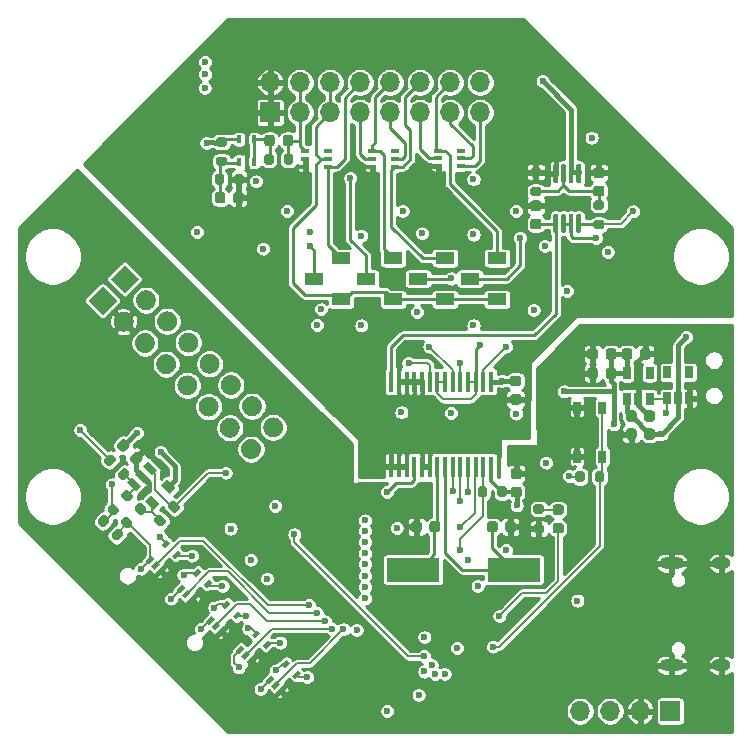
<source format=gbr>
%TF.GenerationSoftware,KiCad,Pcbnew,(5.1.9)-1*%
%TF.CreationDate,2021-05-12T23:31:49+03:00*%
%TF.ProjectId,Ganglion_01,47616e67-6c69-46f6-9e5f-30312e6b6963,01*%
%TF.SameCoordinates,PX4a1f960PY74ffa90*%
%TF.FileFunction,Copper,L1,Top*%
%TF.FilePolarity,Positive*%
%FSLAX46Y46*%
G04 Gerber Fmt 4.6, Leading zero omitted, Abs format (unit mm)*
G04 Created by KiCad (PCBNEW (5.1.9)-1) date 2021-05-12 23:31:49*
%MOMM*%
%LPD*%
G01*
G04 APERTURE LIST*
%TA.AperFunction,ComponentPad*%
%ADD10O,2.100000X1.000000*%
%TD*%
%TA.AperFunction,ComponentPad*%
%ADD11O,1.600000X1.000000*%
%TD*%
%TA.AperFunction,SMDPad,CuDef*%
%ADD12R,0.400000X0.650000*%
%TD*%
%TA.AperFunction,SMDPad,CuDef*%
%ADD13R,4.500000X2.000000*%
%TD*%
%TA.AperFunction,SMDPad,CuDef*%
%ADD14R,0.650000X0.400000*%
%TD*%
%TA.AperFunction,SMDPad,CuDef*%
%ADD15C,0.100000*%
%TD*%
%TA.AperFunction,SMDPad,CuDef*%
%ADD16R,0.650000X1.060000*%
%TD*%
%TA.AperFunction,SMDPad,CuDef*%
%ADD17R,0.450000X1.750000*%
%TD*%
%TA.AperFunction,ComponentPad*%
%ADD18C,0.100000*%
%TD*%
%TA.AperFunction,ComponentPad*%
%ADD19O,1.700000X1.700000*%
%TD*%
%TA.AperFunction,ComponentPad*%
%ADD20R,1.700000X1.700000*%
%TD*%
%TA.AperFunction,SMDPad,CuDef*%
%ADD21R,1.600000X1.000000*%
%TD*%
%TA.AperFunction,SMDPad,CuDef*%
%ADD22R,0.650000X1.050000*%
%TD*%
%TA.AperFunction,ViaPad*%
%ADD23C,0.600000*%
%TD*%
%TA.AperFunction,Conductor*%
%ADD24C,0.250000*%
%TD*%
%TA.AperFunction,Conductor*%
%ADD25C,0.203200*%
%TD*%
%TA.AperFunction,Conductor*%
%ADD26C,0.381000*%
%TD*%
%TA.AperFunction,Conductor*%
%ADD27C,0.177800*%
%TD*%
%TA.AperFunction,Conductor*%
%ADD28C,0.178000*%
%TD*%
%TA.AperFunction,Conductor*%
%ADD29C,0.350000*%
%TD*%
%TA.AperFunction,Conductor*%
%ADD30C,0.254000*%
%TD*%
%TA.AperFunction,Conductor*%
%ADD31C,0.100000*%
%TD*%
G04 APERTURE END LIST*
%TO.P,U6,8*%
%TO.N,VAA*%
%TA.AperFunction,SMDPad,CuDef*%
G36*
G01*
X47618703Y44252611D02*
X47818703Y44252611D01*
G75*
G02*
X47918703Y44152611I0J-100000D01*
G01*
X47918703Y42727611D01*
G75*
G02*
X47818703Y42627611I-100000J0D01*
G01*
X47618703Y42627611D01*
G75*
G02*
X47518703Y42727611I0J100000D01*
G01*
X47518703Y44152611D01*
G75*
G02*
X47618703Y44252611I100000J0D01*
G01*
G37*
%TD.AperFunction*%
%TO.P,U6,7*%
%TO.N,V_REF*%
%TA.AperFunction,SMDPad,CuDef*%
G36*
G01*
X46968703Y44252611D02*
X47168703Y44252611D01*
G75*
G02*
X47268703Y44152611I0J-100000D01*
G01*
X47268703Y42727611D01*
G75*
G02*
X47168703Y42627611I-100000J0D01*
G01*
X46968703Y42627611D01*
G75*
G02*
X46868703Y42727611I0J100000D01*
G01*
X46868703Y44152611D01*
G75*
G02*
X46968703Y44252611I100000J0D01*
G01*
G37*
%TD.AperFunction*%
%TO.P,U6,6*%
%TA.AperFunction,SMDPad,CuDef*%
G36*
G01*
X46318703Y44252611D02*
X46518703Y44252611D01*
G75*
G02*
X46618703Y44152611I0J-100000D01*
G01*
X46618703Y42727611D01*
G75*
G02*
X46518703Y42627611I-100000J0D01*
G01*
X46318703Y42627611D01*
G75*
G02*
X46218703Y42727611I0J100000D01*
G01*
X46218703Y44152611D01*
G75*
G02*
X46318703Y44252611I100000J0D01*
G01*
G37*
%TD.AperFunction*%
%TO.P,U6,5*%
%TO.N,/REF+_OUT*%
%TA.AperFunction,SMDPad,CuDef*%
G36*
G01*
X45668703Y44252611D02*
X45868703Y44252611D01*
G75*
G02*
X45968703Y44152611I0J-100000D01*
G01*
X45968703Y42727611D01*
G75*
G02*
X45868703Y42627611I-100000J0D01*
G01*
X45668703Y42627611D01*
G75*
G02*
X45568703Y42727611I0J100000D01*
G01*
X45568703Y44152611D01*
G75*
G02*
X45668703Y44252611I100000J0D01*
G01*
G37*
%TD.AperFunction*%
%TO.P,U6,4*%
%TO.N,GNDA*%
%TA.AperFunction,SMDPad,CuDef*%
G36*
G01*
X45668703Y48477611D02*
X45868703Y48477611D01*
G75*
G02*
X45968703Y48377611I0J-100000D01*
G01*
X45968703Y46952611D01*
G75*
G02*
X45868703Y46852611I-100000J0D01*
G01*
X45668703Y46852611D01*
G75*
G02*
X45568703Y46952611I0J100000D01*
G01*
X45568703Y48377611D01*
G75*
G02*
X45668703Y48477611I100000J0D01*
G01*
G37*
%TD.AperFunction*%
%TO.P,U6,3*%
%TO.N,Net-(C14-Pad1)*%
%TA.AperFunction,SMDPad,CuDef*%
G36*
G01*
X46318703Y48477611D02*
X46518703Y48477611D01*
G75*
G02*
X46618703Y48377611I0J-100000D01*
G01*
X46618703Y46952611D01*
G75*
G02*
X46518703Y46852611I-100000J0D01*
G01*
X46318703Y46852611D01*
G75*
G02*
X46218703Y46952611I0J100000D01*
G01*
X46218703Y48377611D01*
G75*
G02*
X46318703Y48477611I100000J0D01*
G01*
G37*
%TD.AperFunction*%
%TO.P,U6,2*%
%TO.N,I_BIAS*%
%TA.AperFunction,SMDPad,CuDef*%
G36*
G01*
X46968703Y48477611D02*
X47168703Y48477611D01*
G75*
G02*
X47268703Y48377611I0J-100000D01*
G01*
X47268703Y46952611D01*
G75*
G02*
X47168703Y46852611I-100000J0D01*
G01*
X46968703Y46852611D01*
G75*
G02*
X46868703Y46952611I0J100000D01*
G01*
X46868703Y48377611D01*
G75*
G02*
X46968703Y48477611I100000J0D01*
G01*
G37*
%TD.AperFunction*%
%TO.P,U6,1*%
%TA.AperFunction,SMDPad,CuDef*%
G36*
G01*
X47618703Y48477611D02*
X47818703Y48477611D01*
G75*
G02*
X47918703Y48377611I0J-100000D01*
G01*
X47918703Y46952611D01*
G75*
G02*
X47818703Y46852611I-100000J0D01*
G01*
X47618703Y46852611D01*
G75*
G02*
X47518703Y46952611I0J100000D01*
G01*
X47518703Y48377611D01*
G75*
G02*
X47618703Y48477611I100000J0D01*
G01*
G37*
%TD.AperFunction*%
%TD*%
D10*
%TO.P,USB1,13*%
%TO.N,GNDA*%
X55595000Y14670000D03*
X55595000Y6030000D03*
D11*
X59775000Y14670000D03*
X59775000Y6030000D03*
%TD*%
D12*
%TO.P,U25,5*%
%TO.N,VAA*%
X18946100Y50556200D03*
%TO.P,U25,4*%
%TO.N,Net-(C46-Pad1)*%
X20246100Y50556200D03*
%TO.P,U25,2*%
%TO.N,GNDA*%
X19596100Y48656200D03*
%TO.P,U25,3*%
%TO.N,Net-(C46-Pad1)*%
X20246100Y48656200D03*
%TO.P,U25,1*%
%TO.N,Net-(C45-Pad1)*%
X18946100Y48656200D03*
%TD*%
D13*
%TO.P,Y1,2*%
%TO.N,Net-(C43-Pad2)*%
X33697600Y14122400D03*
%TO.P,Y1,1*%
%TO.N,Net-(C38-Pad2)*%
X42197600Y14122400D03*
%TD*%
D14*
%TO.P,U30,6*%
%TO.N,Net-(U30-Pad6)*%
X32128500Y49545000D03*
%TO.P,U30,4*%
%TO.N,2_IN-*%
X32128500Y48245000D03*
%TO.P,U30,2*%
%TO.N,4_IN+*%
X30228500Y48895000D03*
%TO.P,U30,5*%
%TO.N,3_IN+*%
X32128500Y48895000D03*
%TO.P,U30,3*%
%TO.N,GNDA*%
X30228500Y48245000D03*
%TO.P,U30,1*%
%TO.N,3_IN-*%
X30228500Y49545000D03*
%TD*%
%TO.P,U29,6*%
%TO.N,Net-(U29-Pad6)*%
X37716500Y49608500D03*
%TO.P,U29,4*%
%TO.N,VAA*%
X37716500Y48308500D03*
%TO.P,U29,2*%
%TO.N,2_IN+*%
X35816500Y48958500D03*
%TO.P,U29,5*%
%TO.N,1_IN+*%
X37716500Y48958500D03*
%TO.P,U29,3*%
%TO.N,GNDA*%
X35816500Y48308500D03*
%TO.P,U29,1*%
%TO.N,1_IN-*%
X35816500Y49608500D03*
%TD*%
%TO.P,U28,6*%
%TO.N,Net-(U28-Pad6)*%
X26450000Y49550000D03*
%TO.P,U28,4*%
%TO.N,4_IN-*%
X26450000Y48250000D03*
%TO.P,U28,2*%
%TO.N,GNDA*%
X24550000Y48900000D03*
%TO.P,U28,5*%
%TO.N,REF*%
X26450000Y48900000D03*
%TO.P,U28,3*%
%TO.N,GNDA*%
X24550000Y48250000D03*
%TO.P,U28,1*%
%TO.N,D_G*%
X24550000Y49550000D03*
%TD*%
%TA.AperFunction,SMDPad,CuDef*%
D15*
%TO.P,U22,5*%
%TO.N,VDD*%
G36*
X22805944Y5763940D02*
G01*
X22523101Y6046783D01*
X22982720Y6506402D01*
X23265563Y6223559D01*
X22805944Y5763940D01*
G37*
%TD.AperFunction*%
%TA.AperFunction,SMDPad,CuDef*%
%TO.P,U22,4*%
%TO.N,Z_TEST_REF*%
G36*
X23725183Y4844701D02*
G01*
X23442340Y5127544D01*
X23901959Y5587163D01*
X24184802Y5304320D01*
X23725183Y4844701D01*
G37*
%TD.AperFunction*%
%TA.AperFunction,SMDPad,CuDef*%
%TO.P,U22,2*%
%TO.N,REF*%
G36*
X21922061Y3960818D02*
G01*
X21639218Y4243661D01*
X22098837Y4703280D01*
X22381680Y4420437D01*
X21922061Y3960818D01*
G37*
%TD.AperFunction*%
%TA.AperFunction,SMDPad,CuDef*%
%TO.P,U22,3*%
%TO.N,GNDA*%
G36*
X22381680Y3501198D02*
G01*
X22098837Y3784041D01*
X22558456Y4243660D01*
X22841299Y3960817D01*
X22381680Y3501198D01*
G37*
%TD.AperFunction*%
%TA.AperFunction,SMDPad,CuDef*%
%TO.P,U22,1*%
%TO.N,/SENSORS/IMP_SIG*%
G36*
X21462441Y4420437D02*
G01*
X21179598Y4703280D01*
X21639217Y5162899D01*
X21922060Y4880056D01*
X21462441Y4420437D01*
G37*
%TD.AperFunction*%
%TD*%
%TA.AperFunction,SMDPad,CuDef*%
%TO.P,U21,5*%
%TO.N,VDD*%
G36*
X12645944Y15923940D02*
G01*
X12363101Y16206783D01*
X12822720Y16666402D01*
X13105563Y16383559D01*
X12645944Y15923940D01*
G37*
%TD.AperFunction*%
%TA.AperFunction,SMDPad,CuDef*%
%TO.P,U21,4*%
%TO.N,Z_TEST_1*%
G36*
X13565183Y15004701D02*
G01*
X13282340Y15287544D01*
X13741959Y15747163D01*
X14024802Y15464320D01*
X13565183Y15004701D01*
G37*
%TD.AperFunction*%
%TA.AperFunction,SMDPad,CuDef*%
%TO.P,U21,2*%
%TO.N,1_IN+*%
G36*
X11762061Y14120818D02*
G01*
X11479218Y14403661D01*
X11938837Y14863280D01*
X12221680Y14580437D01*
X11762061Y14120818D01*
G37*
%TD.AperFunction*%
%TA.AperFunction,SMDPad,CuDef*%
%TO.P,U21,3*%
%TO.N,GNDA*%
G36*
X12221680Y13661198D02*
G01*
X11938837Y13944041D01*
X12398456Y14403660D01*
X12681299Y14120817D01*
X12221680Y13661198D01*
G37*
%TD.AperFunction*%
%TA.AperFunction,SMDPad,CuDef*%
%TO.P,U21,1*%
%TO.N,/SENSORS/IMP_SIG*%
G36*
X11302441Y14580437D02*
G01*
X11019598Y14863280D01*
X11479217Y15322899D01*
X11762060Y15040056D01*
X11302441Y14580437D01*
G37*
%TD.AperFunction*%
%TD*%
%TA.AperFunction,SMDPad,CuDef*%
%TO.P,U20,5*%
%TO.N,VDD*%
G36*
X17776744Y10793140D02*
G01*
X17493901Y11075983D01*
X17953520Y11535602D01*
X18236363Y11252759D01*
X17776744Y10793140D01*
G37*
%TD.AperFunction*%
%TA.AperFunction,SMDPad,CuDef*%
%TO.P,U20,4*%
%TO.N,Z_TEST_3*%
G36*
X18695983Y9873901D02*
G01*
X18413140Y10156744D01*
X18872759Y10616363D01*
X19155602Y10333520D01*
X18695983Y9873901D01*
G37*
%TD.AperFunction*%
%TA.AperFunction,SMDPad,CuDef*%
%TO.P,U20,2*%
%TO.N,3_IN+*%
G36*
X16892861Y8990018D02*
G01*
X16610018Y9272861D01*
X17069637Y9732480D01*
X17352480Y9449637D01*
X16892861Y8990018D01*
G37*
%TD.AperFunction*%
%TA.AperFunction,SMDPad,CuDef*%
%TO.P,U20,3*%
%TO.N,GNDA*%
G36*
X17352480Y8530398D02*
G01*
X17069637Y8813241D01*
X17529256Y9272860D01*
X17812099Y8990017D01*
X17352480Y8530398D01*
G37*
%TD.AperFunction*%
%TA.AperFunction,SMDPad,CuDef*%
%TO.P,U20,1*%
%TO.N,/SENSORS/IMP_SIG*%
G36*
X16433241Y9449637D02*
G01*
X16150398Y9732480D01*
X16610017Y10192099D01*
X16892860Y9909256D01*
X16433241Y9449637D01*
G37*
%TD.AperFunction*%
%TD*%
%TA.AperFunction,SMDPad,CuDef*%
%TO.P,U19,5*%
%TO.N,VDD*%
G36*
X20291344Y8303940D02*
G01*
X20008501Y8586783D01*
X20468120Y9046402D01*
X20750963Y8763559D01*
X20291344Y8303940D01*
G37*
%TD.AperFunction*%
%TA.AperFunction,SMDPad,CuDef*%
%TO.P,U19,4*%
%TO.N,Z_TEST_4*%
G36*
X21210583Y7384701D02*
G01*
X20927740Y7667544D01*
X21387359Y8127163D01*
X21670202Y7844320D01*
X21210583Y7384701D01*
G37*
%TD.AperFunction*%
%TA.AperFunction,SMDPad,CuDef*%
%TO.P,U19,2*%
%TO.N,4_IN+*%
G36*
X19407461Y6500818D02*
G01*
X19124618Y6783661D01*
X19584237Y7243280D01*
X19867080Y6960437D01*
X19407461Y6500818D01*
G37*
%TD.AperFunction*%
%TA.AperFunction,SMDPad,CuDef*%
%TO.P,U19,3*%
%TO.N,GNDA*%
G36*
X19867080Y6041198D02*
G01*
X19584237Y6324041D01*
X20043856Y6783660D01*
X20326699Y6500817D01*
X19867080Y6041198D01*
G37*
%TD.AperFunction*%
%TA.AperFunction,SMDPad,CuDef*%
%TO.P,U19,1*%
%TO.N,/SENSORS/IMP_SIG*%
G36*
X18947841Y6960437D02*
G01*
X18664998Y7243280D01*
X19124617Y7702899D01*
X19407460Y7420056D01*
X18947841Y6960437D01*
G37*
%TD.AperFunction*%
%TD*%
%TA.AperFunction,SMDPad,CuDef*%
%TO.P,U18,5*%
%TO.N,VDD*%
G36*
X15287544Y13485540D02*
G01*
X15004701Y13768383D01*
X15464320Y14228002D01*
X15747163Y13945159D01*
X15287544Y13485540D01*
G37*
%TD.AperFunction*%
%TA.AperFunction,SMDPad,CuDef*%
%TO.P,U18,4*%
%TO.N,Z_TEST_2*%
G36*
X16206783Y12566301D02*
G01*
X15923940Y12849144D01*
X16383559Y13308763D01*
X16666402Y13025920D01*
X16206783Y12566301D01*
G37*
%TD.AperFunction*%
%TA.AperFunction,SMDPad,CuDef*%
%TO.P,U18,2*%
%TO.N,2_IN+*%
G36*
X14403661Y11682418D02*
G01*
X14120818Y11965261D01*
X14580437Y12424880D01*
X14863280Y12142037D01*
X14403661Y11682418D01*
G37*
%TD.AperFunction*%
%TA.AperFunction,SMDPad,CuDef*%
%TO.P,U18,3*%
%TO.N,GNDA*%
G36*
X14863280Y11222798D02*
G01*
X14580437Y11505641D01*
X15040056Y11965260D01*
X15322899Y11682417D01*
X14863280Y11222798D01*
G37*
%TD.AperFunction*%
%TA.AperFunction,SMDPad,CuDef*%
%TO.P,U18,1*%
%TO.N,/SENSORS/IMP_SIG*%
G36*
X13944041Y12142037D02*
G01*
X13661198Y12424880D01*
X14120817Y12884499D01*
X14403660Y12601656D01*
X13944041Y12142037D01*
G37*
%TD.AperFunction*%
%TD*%
%TA.AperFunction,SMDPad,CuDef*%
%TO.P,U14,5*%
%TO.N,VDD*%
G36*
X12351193Y21298691D02*
G01*
X12810812Y21758310D01*
X13560345Y21008777D01*
X13100726Y20549158D01*
X12351193Y21298691D01*
G37*
%TD.AperFunction*%
%TA.AperFunction,SMDPad,CuDef*%
%TO.P,U14,4*%
%TO.N,Net-(R41-Pad1)*%
G36*
X11007690Y19955188D02*
G01*
X11467309Y20414807D01*
X12216842Y19665274D01*
X11757223Y19205655D01*
X11007690Y19955188D01*
G37*
%TD.AperFunction*%
%TA.AperFunction,SMDPad,CuDef*%
%TO.P,U14,3*%
%TO.N,Net-(R40-Pad1)*%
G36*
X9452055Y21510823D02*
G01*
X9911674Y21970442D01*
X10661207Y21220909D01*
X10201588Y20761290D01*
X9452055Y21510823D01*
G37*
%TD.AperFunction*%
%TA.AperFunction,SMDPad,CuDef*%
%TO.P,U14,2*%
%TO.N,GNDA*%
G36*
X10123807Y22182574D02*
G01*
X10583426Y22642193D01*
X11332959Y21892660D01*
X10873340Y21433041D01*
X10123807Y22182574D01*
G37*
%TD.AperFunction*%
%TA.AperFunction,SMDPad,CuDef*%
%TO.P,U14,1*%
%TO.N,uA_SENS*%
G36*
X10795558Y22854326D02*
G01*
X11255177Y23313945D01*
X12004710Y22564412D01*
X11545091Y22104793D01*
X10795558Y22854326D01*
G37*
%TD.AperFunction*%
%TD*%
D16*
%TO.P,U10,5*%
%TO.N,Net-(U10-Pad5)*%
X55184000Y30818000D03*
%TO.P,U10,4*%
%TO.N,Net-(U10-Pad4)*%
X57084000Y30818000D03*
%TO.P,U10,3*%
%TO.N,GNDA*%
X57084000Y28618000D03*
%TO.P,U10,2*%
%TO.N,/V_IN*%
X56134000Y28618000D03*
%TO.P,U10,1*%
%TO.N,/V_ENABLE*%
X55184000Y28618000D03*
%TD*%
%TO.P,U9,5*%
%TO.N,VDD*%
X51805800Y30792600D03*
%TO.P,U9,4*%
%TO.N,Net-(U9-Pad4)*%
X53705800Y30792600D03*
%TO.P,U9,3*%
%TO.N,/V_ENABLE*%
X53705800Y28592600D03*
%TO.P,U9,2*%
%TO.N,GNDA*%
X52755800Y28592600D03*
%TO.P,U9,1*%
%TO.N,/V_IN*%
X51805800Y28592600D03*
%TD*%
D17*
%TO.P,U7,28*%
%TO.N,VDD*%
X40293000Y22841400D03*
%TO.P,U7,27*%
%TO.N,/MCP_RST*%
X39643000Y22841400D03*
%TO.P,U7,26*%
%TO.N,MOSI*%
X38993000Y22841400D03*
%TO.P,U7,25*%
%TO.N,MISO*%
X38343000Y22841400D03*
%TO.P,U7,24*%
%TO.N,SCK*%
X37693000Y22841400D03*
%TO.P,U7,23*%
%TO.N,/MCP_SS*%
X37043000Y22841400D03*
%TO.P,U7,22*%
%TO.N,Net-(C38-Pad2)*%
X36393000Y22841400D03*
%TO.P,U7,21*%
%TO.N,Net-(C43-Pad2)*%
X35743000Y22841400D03*
%TO.P,U7,20*%
%TO.N,GNDA*%
X35093000Y22841400D03*
%TO.P,U7,19*%
X34443000Y22841400D03*
%TO.P,U7,18*%
%TO.N,MCP_DRDY*%
X33793000Y22841400D03*
%TO.P,U7,17*%
%TO.N,GNDA*%
X33143000Y22841400D03*
%TO.P,U7,16*%
X32493000Y22841400D03*
%TO.P,U7,15*%
X31843000Y22841400D03*
%TO.P,U7,14*%
%TO.N,/REF+_OUT*%
X31843000Y30041400D03*
%TO.P,U7,13*%
%TO.N,GNDA*%
X32493000Y30041400D03*
%TO.P,U7,12*%
X33143000Y30041400D03*
%TO.P,U7,11*%
X33793000Y30041400D03*
%TO.P,U7,10*%
X34443000Y30041400D03*
%TO.P,U7,9*%
%TO.N,Net-(C13-Pad1)*%
X35093000Y30041400D03*
%TO.P,U7,8*%
%TO.N,V_REF*%
X35743000Y30041400D03*
%TO.P,U7,7*%
X36393000Y30041400D03*
%TO.P,U7,6*%
%TO.N,Net-(C12-Pad1)*%
X37043000Y30041400D03*
%TO.P,U7,5*%
%TO.N,Net-(C11-Pad1)*%
X37693000Y30041400D03*
%TO.P,U7,4*%
%TO.N,V_REF*%
X38343000Y30041400D03*
%TO.P,U7,3*%
X38993000Y30041400D03*
%TO.P,U7,2*%
%TO.N,Net-(C10-Pad2)*%
X39643000Y30041400D03*
%TO.P,U7,1*%
%TO.N,VAA*%
X40293000Y30041400D03*
%TD*%
%TO.P,R49,2*%
%TO.N,D_G*%
%TA.AperFunction,SMDPad,CuDef*%
G36*
G01*
X22738900Y48594600D02*
X22738900Y49144600D01*
G75*
G02*
X22938900Y49344600I200000J0D01*
G01*
X23338900Y49344600D01*
G75*
G02*
X23538900Y49144600I0J-200000D01*
G01*
X23538900Y48594600D01*
G75*
G02*
X23338900Y48394600I-200000J0D01*
G01*
X22938900Y48394600D01*
G75*
G02*
X22738900Y48594600I0J200000D01*
G01*
G37*
%TD.AperFunction*%
%TO.P,R49,1*%
%TO.N,Net-(C46-Pad1)*%
%TA.AperFunction,SMDPad,CuDef*%
G36*
G01*
X21088900Y48594600D02*
X21088900Y49144600D01*
G75*
G02*
X21288900Y49344600I200000J0D01*
G01*
X21688900Y49344600D01*
G75*
G02*
X21888900Y49144600I0J-200000D01*
G01*
X21888900Y48594600D01*
G75*
G02*
X21688900Y48394600I-200000J0D01*
G01*
X21288900Y48394600D01*
G75*
G02*
X21088900Y48594600I0J200000D01*
G01*
G37*
%TD.AperFunction*%
%TD*%
%TO.P,R47,2*%
%TO.N,GNDA*%
%TA.AperFunction,SMDPad,CuDef*%
G36*
G01*
X44048000Y17990000D02*
X44598000Y17990000D01*
G75*
G02*
X44798000Y17790000I0J-200000D01*
G01*
X44798000Y17390000D01*
G75*
G02*
X44598000Y17190000I-200000J0D01*
G01*
X44048000Y17190000D01*
G75*
G02*
X43848000Y17390000I0J200000D01*
G01*
X43848000Y17790000D01*
G75*
G02*
X44048000Y17990000I200000J0D01*
G01*
G37*
%TD.AperFunction*%
%TO.P,R47,1*%
%TO.N,Net-(D2-Pad1)*%
%TA.AperFunction,SMDPad,CuDef*%
G36*
G01*
X44048000Y19640000D02*
X44598000Y19640000D01*
G75*
G02*
X44798000Y19440000I0J-200000D01*
G01*
X44798000Y19040000D01*
G75*
G02*
X44598000Y18840000I-200000J0D01*
G01*
X44048000Y18840000D01*
G75*
G02*
X43848000Y19040000I0J200000D01*
G01*
X43848000Y19440000D01*
G75*
G02*
X44048000Y19640000I200000J0D01*
G01*
G37*
%TD.AperFunction*%
%TD*%
%TO.P,R43,2*%
%TO.N,Net-(R41-Pad1)*%
%TA.AperFunction,SMDPad,CuDef*%
G36*
G01*
X12357425Y18740734D02*
X12746334Y18351825D01*
G75*
G02*
X12746334Y18068983I-141421J-141421D01*
G01*
X12463491Y17786140D01*
G75*
G02*
X12180649Y17786140I-141421J141421D01*
G01*
X11791740Y18175049D01*
G75*
G02*
X11791740Y18457891I141421J141421D01*
G01*
X12074583Y18740734D01*
G75*
G02*
X12357425Y18740734I141421J-141421D01*
G01*
G37*
%TD.AperFunction*%
%TO.P,R43,1*%
%TO.N,uA_SENS*%
%TA.AperFunction,SMDPad,CuDef*%
G36*
G01*
X13524151Y19907460D02*
X13913060Y19518551D01*
G75*
G02*
X13913060Y19235709I-141421J-141421D01*
G01*
X13630217Y18952866D01*
G75*
G02*
X13347375Y18952866I-141421J141421D01*
G01*
X12958466Y19341775D01*
G75*
G02*
X12958466Y19624617I141421J141421D01*
G01*
X13241309Y19907460D01*
G75*
G02*
X13524151Y19907460I141421J-141421D01*
G01*
G37*
%TD.AperFunction*%
%TD*%
%TO.P,R42,2*%
%TO.N,Net-(R40-Pad1)*%
%TA.AperFunction,SMDPad,CuDef*%
G36*
G01*
X8716666Y22314225D02*
X9105575Y22703134D01*
G75*
G02*
X9388417Y22703134I141421J-141421D01*
G01*
X9671260Y22420291D01*
G75*
G02*
X9671260Y22137449I-141421J-141421D01*
G01*
X9282351Y21748540D01*
G75*
G02*
X8999509Y21748540I-141421J141421D01*
G01*
X8716666Y22031383D01*
G75*
G02*
X8716666Y22314225I141421J141421D01*
G01*
G37*
%TD.AperFunction*%
%TO.P,R42,1*%
%TO.N,Net-(R42-Pad1)*%
%TA.AperFunction,SMDPad,CuDef*%
G36*
G01*
X7549940Y23480951D02*
X7938849Y23869860D01*
G75*
G02*
X8221691Y23869860I141421J-141421D01*
G01*
X8504534Y23587017D01*
G75*
G02*
X8504534Y23304175I-141421J-141421D01*
G01*
X8115625Y22915266D01*
G75*
G02*
X7832783Y22915266I-141421J141421D01*
G01*
X7549940Y23198109D01*
G75*
G02*
X7549940Y23480951I141421J141421D01*
G01*
G37*
%TD.AperFunction*%
%TD*%
%TO.P,R41,2*%
%TO.N,/SENSORS/IMP_SIG*%
%TA.AperFunction,SMDPad,CuDef*%
G36*
G01*
X9538025Y18562934D02*
X9926934Y18174025D01*
G75*
G02*
X9926934Y17891183I-141421J-141421D01*
G01*
X9644091Y17608340D01*
G75*
G02*
X9361249Y17608340I-141421J141421D01*
G01*
X8972340Y17997249D01*
G75*
G02*
X8972340Y18280091I141421J141421D01*
G01*
X9255183Y18562934D01*
G75*
G02*
X9538025Y18562934I141421J-141421D01*
G01*
G37*
%TD.AperFunction*%
%TO.P,R41,1*%
%TO.N,Net-(R41-Pad1)*%
%TA.AperFunction,SMDPad,CuDef*%
G36*
G01*
X10704751Y19729660D02*
X11093660Y19340751D01*
G75*
G02*
X11093660Y19057909I-141421J-141421D01*
G01*
X10810817Y18775066D01*
G75*
G02*
X10527975Y18775066I-141421J141421D01*
G01*
X10139066Y19163975D01*
G75*
G02*
X10139066Y19446817I141421J141421D01*
G01*
X10421909Y19729660D01*
G75*
G02*
X10704751Y19729660I141421J-141421D01*
G01*
G37*
%TD.AperFunction*%
%TD*%
%TO.P,R40,2*%
%TO.N,Net-(R39-Pad1)*%
%TA.AperFunction,SMDPad,CuDef*%
G36*
G01*
X8395025Y19680534D02*
X8783934Y19291625D01*
G75*
G02*
X8783934Y19008783I-141421J-141421D01*
G01*
X8501091Y18725940D01*
G75*
G02*
X8218249Y18725940I-141421J141421D01*
G01*
X7829340Y19114849D01*
G75*
G02*
X7829340Y19397691I141421J141421D01*
G01*
X8112183Y19680534D01*
G75*
G02*
X8395025Y19680534I141421J-141421D01*
G01*
G37*
%TD.AperFunction*%
%TO.P,R40,1*%
%TO.N,Net-(R40-Pad1)*%
%TA.AperFunction,SMDPad,CuDef*%
G36*
G01*
X9561751Y20847260D02*
X9950660Y20458351D01*
G75*
G02*
X9950660Y20175509I-141421J-141421D01*
G01*
X9667817Y19892666D01*
G75*
G02*
X9384975Y19892666I-141421J141421D01*
G01*
X8996066Y20281575D01*
G75*
G02*
X8996066Y20564417I141421J141421D01*
G01*
X9278909Y20847260D01*
G75*
G02*
X9561751Y20847260I141421J-141421D01*
G01*
G37*
%TD.AperFunction*%
%TD*%
%TO.P,R39,2*%
%TO.N,/SENSORS/IMP_SIG*%
%TA.AperFunction,SMDPad,CuDef*%
G36*
G01*
X8157866Y17158025D02*
X8546775Y17546934D01*
G75*
G02*
X8829617Y17546934I141421J-141421D01*
G01*
X9112460Y17264091D01*
G75*
G02*
X9112460Y16981249I-141421J-141421D01*
G01*
X8723551Y16592340D01*
G75*
G02*
X8440709Y16592340I-141421J141421D01*
G01*
X8157866Y16875183D01*
G75*
G02*
X8157866Y17158025I141421J141421D01*
G01*
G37*
%TD.AperFunction*%
%TO.P,R39,1*%
%TO.N,Net-(R39-Pad1)*%
%TA.AperFunction,SMDPad,CuDef*%
G36*
G01*
X6991140Y18324751D02*
X7380049Y18713660D01*
G75*
G02*
X7662891Y18713660I141421J-141421D01*
G01*
X7945734Y18430817D01*
G75*
G02*
X7945734Y18147975I-141421J-141421D01*
G01*
X7556825Y17759066D01*
G75*
G02*
X7273983Y17759066I-141421J141421D01*
G01*
X6991140Y18041909D01*
G75*
G02*
X6991140Y18324751I141421J141421D01*
G01*
G37*
%TD.AperFunction*%
%TD*%
%TO.P,R38,2*%
%TO.N,VDD*%
%TA.AperFunction,SMDPad,CuDef*%
G36*
G01*
X48225000Y22275000D02*
X48225000Y21725000D01*
G75*
G02*
X48025000Y21525000I-200000J0D01*
G01*
X47625000Y21525000D01*
G75*
G02*
X47425000Y21725000I0J200000D01*
G01*
X47425000Y22275000D01*
G75*
G02*
X47625000Y22475000I200000J0D01*
G01*
X48025000Y22475000D01*
G75*
G02*
X48225000Y22275000I0J-200000D01*
G01*
G37*
%TD.AperFunction*%
%TO.P,R38,1*%
%TO.N,/SIM_RST*%
%TA.AperFunction,SMDPad,CuDef*%
G36*
G01*
X49875000Y22275000D02*
X49875000Y21725000D01*
G75*
G02*
X49675000Y21525000I-200000J0D01*
G01*
X49275000Y21525000D01*
G75*
G02*
X49075000Y21725000I0J200000D01*
G01*
X49075000Y22275000D01*
G75*
G02*
X49275000Y22475000I200000J0D01*
G01*
X49675000Y22475000D01*
G75*
G02*
X49875000Y22275000I0J-200000D01*
G01*
G37*
%TD.AperFunction*%
%TD*%
%TO.P,R37,2*%
%TO.N,/MCP_RST*%
%TA.AperFunction,SMDPad,CuDef*%
G36*
G01*
X39973700Y20988700D02*
X39973700Y20438700D01*
G75*
G02*
X39773700Y20238700I-200000J0D01*
G01*
X39373700Y20238700D01*
G75*
G02*
X39173700Y20438700I0J200000D01*
G01*
X39173700Y20988700D01*
G75*
G02*
X39373700Y21188700I200000J0D01*
G01*
X39773700Y21188700D01*
G75*
G02*
X39973700Y20988700I0J-200000D01*
G01*
G37*
%TD.AperFunction*%
%TO.P,R37,1*%
%TO.N,VDD*%
%TA.AperFunction,SMDPad,CuDef*%
G36*
G01*
X41623700Y20988700D02*
X41623700Y20438700D01*
G75*
G02*
X41423700Y20238700I-200000J0D01*
G01*
X41023700Y20238700D01*
G75*
G02*
X40823700Y20438700I0J200000D01*
G01*
X40823700Y20988700D01*
G75*
G02*
X41023700Y21188700I200000J0D01*
G01*
X41423700Y21188700D01*
G75*
G02*
X41623700Y20988700I0J-200000D01*
G01*
G37*
%TD.AperFunction*%
%TD*%
%TO.P,R33,2*%
%TO.N,GNDA*%
%TA.AperFunction,SMDPad,CuDef*%
G36*
G01*
X18547900Y46892800D02*
X18547900Y47442800D01*
G75*
G02*
X18747900Y47642800I200000J0D01*
G01*
X19147900Y47642800D01*
G75*
G02*
X19347900Y47442800I0J-200000D01*
G01*
X19347900Y46892800D01*
G75*
G02*
X19147900Y46692800I-200000J0D01*
G01*
X18747900Y46692800D01*
G75*
G02*
X18547900Y46892800I0J200000D01*
G01*
G37*
%TD.AperFunction*%
%TO.P,R33,1*%
%TO.N,Net-(C45-Pad1)*%
%TA.AperFunction,SMDPad,CuDef*%
G36*
G01*
X16897900Y46892800D02*
X16897900Y47442800D01*
G75*
G02*
X17097900Y47642800I200000J0D01*
G01*
X17497900Y47642800D01*
G75*
G02*
X17697900Y47442800I0J-200000D01*
G01*
X17697900Y46892800D01*
G75*
G02*
X17497900Y46692800I-200000J0D01*
G01*
X17097900Y46692800D01*
G75*
G02*
X16897900Y46892800I0J200000D01*
G01*
G37*
%TD.AperFunction*%
%TD*%
%TO.P,R32,2*%
%TO.N,Net-(C45-Pad1)*%
%TA.AperFunction,SMDPad,CuDef*%
G36*
G01*
X17187500Y49092300D02*
X17737500Y49092300D01*
G75*
G02*
X17937500Y48892300I0J-200000D01*
G01*
X17937500Y48492300D01*
G75*
G02*
X17737500Y48292300I-200000J0D01*
G01*
X17187500Y48292300D01*
G75*
G02*
X16987500Y48492300I0J200000D01*
G01*
X16987500Y48892300D01*
G75*
G02*
X17187500Y49092300I200000J0D01*
G01*
G37*
%TD.AperFunction*%
%TO.P,R32,1*%
%TO.N,VAA*%
%TA.AperFunction,SMDPad,CuDef*%
G36*
G01*
X17187500Y50742300D02*
X17737500Y50742300D01*
G75*
G02*
X17937500Y50542300I0J-200000D01*
G01*
X17937500Y50142300D01*
G75*
G02*
X17737500Y49942300I-200000J0D01*
G01*
X17187500Y49942300D01*
G75*
G02*
X16987500Y50142300I0J200000D01*
G01*
X16987500Y50542300D01*
G75*
G02*
X17187500Y50742300I200000J0D01*
G01*
G37*
%TD.AperFunction*%
%TD*%
%TO.P,R28,2*%
%TO.N,GNDA*%
%TA.AperFunction,SMDPad,CuDef*%
G36*
G01*
X44351703Y47374611D02*
X43801703Y47374611D01*
G75*
G02*
X43601703Y47574611I0J200000D01*
G01*
X43601703Y47974611D01*
G75*
G02*
X43801703Y48174611I200000J0D01*
G01*
X44351703Y48174611D01*
G75*
G02*
X44551703Y47974611I0J-200000D01*
G01*
X44551703Y47574611D01*
G75*
G02*
X44351703Y47374611I-200000J0D01*
G01*
G37*
%TD.AperFunction*%
%TO.P,R28,1*%
%TO.N,Net-(C14-Pad1)*%
%TA.AperFunction,SMDPad,CuDef*%
G36*
G01*
X44351703Y45724611D02*
X43801703Y45724611D01*
G75*
G02*
X43601703Y45924611I0J200000D01*
G01*
X43601703Y46324611D01*
G75*
G02*
X43801703Y46524611I200000J0D01*
G01*
X44351703Y46524611D01*
G75*
G02*
X44551703Y46324611I0J-200000D01*
G01*
X44551703Y45924611D01*
G75*
G02*
X44351703Y45724611I-200000J0D01*
G01*
G37*
%TD.AperFunction*%
%TD*%
%TO.P,R27,2*%
%TO.N,Net-(C14-Pad1)*%
%TA.AperFunction,SMDPad,CuDef*%
G36*
G01*
X49685703Y44580611D02*
X49135703Y44580611D01*
G75*
G02*
X48935703Y44780611I0J200000D01*
G01*
X48935703Y45180611D01*
G75*
G02*
X49135703Y45380611I200000J0D01*
G01*
X49685703Y45380611D01*
G75*
G02*
X49885703Y45180611I0J-200000D01*
G01*
X49885703Y44780611D01*
G75*
G02*
X49685703Y44580611I-200000J0D01*
G01*
G37*
%TD.AperFunction*%
%TO.P,R27,1*%
%TO.N,VAA*%
%TA.AperFunction,SMDPad,CuDef*%
G36*
G01*
X49685703Y42930611D02*
X49135703Y42930611D01*
G75*
G02*
X48935703Y43130611I0J200000D01*
G01*
X48935703Y43530611D01*
G75*
G02*
X49135703Y43730611I200000J0D01*
G01*
X49685703Y43730611D01*
G75*
G02*
X49885703Y43530611I0J-200000D01*
G01*
X49885703Y43130611D01*
G75*
G02*
X49685703Y42930611I-200000J0D01*
G01*
G37*
%TD.AperFunction*%
%TD*%
%TO.P,P5,8*%
%TO.N,/P0.30*%
%TA.AperFunction,ComponentPad*%
G36*
G01*
X21242318Y25561600D02*
X21242318Y25561600D01*
G75*
G02*
X21242318Y26763682I601041J601041D01*
G01*
X21242318Y26763682D01*
G75*
G02*
X22444400Y26763682I601041J-601041D01*
G01*
X22444400Y26763682D01*
G75*
G02*
X22444400Y25561600I-601041J-601041D01*
G01*
X22444400Y25561600D01*
G75*
G02*
X21242318Y25561600I-601041J601041D01*
G01*
G37*
%TD.AperFunction*%
%TO.P,P5,7*%
%TO.N,/P0.28*%
%TA.AperFunction,ComponentPad*%
G36*
G01*
X19446266Y27357652D02*
X19446266Y27357652D01*
G75*
G02*
X19446266Y28559734I601041J601041D01*
G01*
X19446266Y28559734D01*
G75*
G02*
X20648348Y28559734I601041J-601041D01*
G01*
X20648348Y28559734D01*
G75*
G02*
X20648348Y27357652I-601041J-601041D01*
G01*
X20648348Y27357652D01*
G75*
G02*
X19446266Y27357652I-601041J601041D01*
G01*
G37*
%TD.AperFunction*%
%TO.P,P5,6*%
%TO.N,/P0.07*%
%TA.AperFunction,ComponentPad*%
G36*
G01*
X17650215Y29153703D02*
X17650215Y29153703D01*
G75*
G02*
X17650215Y30355785I601041J601041D01*
G01*
X17650215Y30355785D01*
G75*
G02*
X18852297Y30355785I601041J-601041D01*
G01*
X18852297Y30355785D01*
G75*
G02*
X18852297Y29153703I-601041J-601041D01*
G01*
X18852297Y29153703D01*
G75*
G02*
X17650215Y29153703I-601041J601041D01*
G01*
G37*
%TD.AperFunction*%
%TO.P,P5,5*%
%TO.N,/P0.05*%
%TA.AperFunction,ComponentPad*%
G36*
G01*
X15854164Y30949754D02*
X15854164Y30949754D01*
G75*
G02*
X15854164Y32151836I601041J601041D01*
G01*
X15854164Y32151836D01*
G75*
G02*
X17056246Y32151836I601041J-601041D01*
G01*
X17056246Y32151836D01*
G75*
G02*
X17056246Y30949754I-601041J-601041D01*
G01*
X17056246Y30949754D01*
G75*
G02*
X15854164Y30949754I-601041J601041D01*
G01*
G37*
%TD.AperFunction*%
%TO.P,P5,4*%
%TO.N,/P0.26*%
%TA.AperFunction,ComponentPad*%
G36*
G01*
X14058113Y32745805D02*
X14058113Y32745805D01*
G75*
G02*
X14058113Y33947887I601041J601041D01*
G01*
X14058113Y33947887D01*
G75*
G02*
X15260195Y33947887I601041J-601041D01*
G01*
X15260195Y33947887D01*
G75*
G02*
X15260195Y32745805I-601041J-601041D01*
G01*
X15260195Y32745805D01*
G75*
G02*
X14058113Y32745805I-601041J601041D01*
G01*
G37*
%TD.AperFunction*%
%TO.P,P5,3*%
%TO.N,/P0.27*%
%TA.AperFunction,ComponentPad*%
G36*
G01*
X12262061Y34541857D02*
X12262061Y34541857D01*
G75*
G02*
X12262061Y35743939I601041J601041D01*
G01*
X12262061Y35743939D01*
G75*
G02*
X13464143Y35743939I601041J-601041D01*
G01*
X13464143Y35743939D01*
G75*
G02*
X13464143Y34541857I-601041J-601041D01*
G01*
X13464143Y34541857D01*
G75*
G02*
X12262061Y34541857I-601041J601041D01*
G01*
G37*
%TD.AperFunction*%
%TO.P,P5,2*%
%TO.N,/P0.00*%
%TA.AperFunction,ComponentPad*%
G36*
G01*
X10466010Y36337908D02*
X10466010Y36337908D01*
G75*
G02*
X10466010Y37539990I601041J601041D01*
G01*
X10466010Y37539990D01*
G75*
G02*
X11668092Y37539990I601041J-601041D01*
G01*
X11668092Y37539990D01*
G75*
G02*
X11668092Y36337908I-601041J-601041D01*
G01*
X11668092Y36337908D01*
G75*
G02*
X10466010Y36337908I-601041J601041D01*
G01*
G37*
%TD.AperFunction*%
%TA.AperFunction,ComponentPad*%
D18*
%TO.P,P5,1*%
%TO.N,Net-(P5-Pad1)*%
G36*
X9271000Y37532918D02*
G01*
X8068918Y38735000D01*
X9271000Y39937082D01*
X10473082Y38735000D01*
X9271000Y37532918D01*
G37*
%TD.AperFunction*%
%TD*%
%TO.P,P4,8*%
%TO.N,/P0.31*%
%TA.AperFunction,ComponentPad*%
G36*
G01*
X19362718Y23732800D02*
X19362718Y23732800D01*
G75*
G02*
X19362718Y24934882I601041J601041D01*
G01*
X19362718Y24934882D01*
G75*
G02*
X20564800Y24934882I601041J-601041D01*
G01*
X20564800Y24934882D01*
G75*
G02*
X20564800Y23732800I-601041J-601041D01*
G01*
X20564800Y23732800D01*
G75*
G02*
X19362718Y23732800I-601041J601041D01*
G01*
G37*
%TD.AperFunction*%
%TO.P,P4,7*%
%TO.N,MOSI*%
%TA.AperFunction,ComponentPad*%
G36*
G01*
X17566666Y25528852D02*
X17566666Y25528852D01*
G75*
G02*
X17566666Y26730934I601041J601041D01*
G01*
X17566666Y26730934D01*
G75*
G02*
X18768748Y26730934I601041J-601041D01*
G01*
X18768748Y26730934D01*
G75*
G02*
X18768748Y25528852I-601041J-601041D01*
G01*
X18768748Y25528852D01*
G75*
G02*
X17566666Y25528852I-601041J601041D01*
G01*
G37*
%TD.AperFunction*%
%TO.P,P4,6*%
%TO.N,Net-(P4-Pad6)*%
%TA.AperFunction,ComponentPad*%
G36*
G01*
X15770615Y27324903D02*
X15770615Y27324903D01*
G75*
G02*
X15770615Y28526985I601041J601041D01*
G01*
X15770615Y28526985D01*
G75*
G02*
X16972697Y28526985I601041J-601041D01*
G01*
X16972697Y28526985D01*
G75*
G02*
X16972697Y27324903I-601041J-601041D01*
G01*
X16972697Y27324903D01*
G75*
G02*
X15770615Y27324903I-601041J601041D01*
G01*
G37*
%TD.AperFunction*%
%TO.P,P4,5*%
%TO.N,Net-(P4-Pad5)*%
%TA.AperFunction,ComponentPad*%
G36*
G01*
X13974564Y29120954D02*
X13974564Y29120954D01*
G75*
G02*
X13974564Y30323036I601041J601041D01*
G01*
X13974564Y30323036D01*
G75*
G02*
X15176646Y30323036I601041J-601041D01*
G01*
X15176646Y30323036D01*
G75*
G02*
X15176646Y29120954I-601041J-601041D01*
G01*
X15176646Y29120954D01*
G75*
G02*
X13974564Y29120954I-601041J601041D01*
G01*
G37*
%TD.AperFunction*%
%TO.P,P4,4*%
%TO.N,SCK*%
%TA.AperFunction,ComponentPad*%
G36*
G01*
X12178513Y30917005D02*
X12178513Y30917005D01*
G75*
G02*
X12178513Y32119087I601041J601041D01*
G01*
X12178513Y32119087D01*
G75*
G02*
X13380595Y32119087I601041J-601041D01*
G01*
X13380595Y32119087D01*
G75*
G02*
X13380595Y30917005I-601041J-601041D01*
G01*
X13380595Y30917005D01*
G75*
G02*
X12178513Y30917005I-601041J601041D01*
G01*
G37*
%TD.AperFunction*%
%TO.P,P4,3*%
%TO.N,MISO*%
%TA.AperFunction,ComponentPad*%
G36*
G01*
X10382461Y32713057D02*
X10382461Y32713057D01*
G75*
G02*
X10382461Y33915139I601041J601041D01*
G01*
X10382461Y33915139D01*
G75*
G02*
X11584543Y33915139I601041J-601041D01*
G01*
X11584543Y33915139D01*
G75*
G02*
X11584543Y32713057I-601041J-601041D01*
G01*
X11584543Y32713057D01*
G75*
G02*
X10382461Y32713057I-601041J601041D01*
G01*
G37*
%TD.AperFunction*%
%TO.P,P4,2*%
%TO.N,GNDA*%
%TA.AperFunction,ComponentPad*%
G36*
G01*
X8586410Y34509108D02*
X8586410Y34509108D01*
G75*
G02*
X8586410Y35711190I601041J601041D01*
G01*
X8586410Y35711190D01*
G75*
G02*
X9788492Y35711190I601041J-601041D01*
G01*
X9788492Y35711190D01*
G75*
G02*
X9788492Y34509108I-601041J-601041D01*
G01*
X9788492Y34509108D01*
G75*
G02*
X8586410Y34509108I-601041J601041D01*
G01*
G37*
%TD.AperFunction*%
%TA.AperFunction,ComponentPad*%
%TO.P,P4,1*%
%TO.N,VDD*%
G36*
X7391400Y35704118D02*
G01*
X6189318Y36906200D01*
X7391400Y38108282D01*
X8593482Y36906200D01*
X7391400Y35704118D01*
G37*
%TD.AperFunction*%
%TD*%
D19*
%TO.P,P3,4*%
%TO.N,SWDIO*%
X47830000Y2150000D03*
%TO.P,P3,3*%
%TO.N,SWDCLK*%
X50370000Y2150000D03*
%TO.P,P3,2*%
%TO.N,GNDA*%
X52910000Y2150000D03*
D20*
%TO.P,P3,1*%
%TO.N,VDD*%
X55450000Y2150000D03*
%TD*%
D19*
%TO.P,P1,16*%
%TO.N,VAA*%
X39370000Y55372000D03*
%TO.P,P1,15*%
X39370000Y52832000D03*
%TO.P,P1,14*%
%TO.N,1_IN-*%
X36830000Y55372000D03*
%TO.P,P1,13*%
%TO.N,1_IN+*%
X36830000Y52832000D03*
%TO.P,P1,12*%
%TO.N,2_IN-*%
X34290000Y55372000D03*
%TO.P,P1,11*%
%TO.N,2_IN+*%
X34290000Y52832000D03*
%TO.P,P1,10*%
%TO.N,3_IN-*%
X31750000Y55372000D03*
%TO.P,P1,9*%
%TO.N,3_IN+*%
X31750000Y52832000D03*
%TO.P,P1,8*%
%TO.N,4_IN-*%
X29210000Y55372000D03*
%TO.P,P1,7*%
%TO.N,4_IN+*%
X29210000Y52832000D03*
%TO.P,P1,6*%
%TO.N,REF*%
X26670000Y55372000D03*
%TO.P,P1,5*%
X26670000Y52832000D03*
%TO.P,P1,4*%
%TO.N,D_G*%
X24130000Y55372000D03*
%TO.P,P1,3*%
X24130000Y52832000D03*
%TO.P,P1,2*%
%TO.N,GNDA*%
X21590000Y55372000D03*
D20*
%TO.P,P1,1*%
X21590000Y52832000D03*
%TD*%
%TO.P,D2,2*%
%TO.N,Net-(D2-Pad2)*%
%TA.AperFunction,SMDPad,CuDef*%
G36*
G01*
X45717750Y18065000D02*
X46230250Y18065000D01*
G75*
G02*
X46449000Y17846250I0J-218750D01*
G01*
X46449000Y17408750D01*
G75*
G02*
X46230250Y17190000I-218750J0D01*
G01*
X45717750Y17190000D01*
G75*
G02*
X45499000Y17408750I0J218750D01*
G01*
X45499000Y17846250D01*
G75*
G02*
X45717750Y18065000I218750J0D01*
G01*
G37*
%TD.AperFunction*%
%TO.P,D2,1*%
%TO.N,Net-(D2-Pad1)*%
%TA.AperFunction,SMDPad,CuDef*%
G36*
G01*
X45717750Y19640000D02*
X46230250Y19640000D01*
G75*
G02*
X46449000Y19421250I0J-218750D01*
G01*
X46449000Y18983750D01*
G75*
G02*
X46230250Y18765000I-218750J0D01*
G01*
X45717750Y18765000D01*
G75*
G02*
X45499000Y18983750I0J218750D01*
G01*
X45499000Y19421250D01*
G75*
G02*
X45717750Y19640000I218750J0D01*
G01*
G37*
%TD.AperFunction*%
%TD*%
%TO.P,C46,2*%
%TO.N,D_G*%
%TA.AperFunction,SMDPad,CuDef*%
G36*
G01*
X22638900Y50207100D02*
X22638900Y50707100D01*
G75*
G02*
X22863900Y50932100I225000J0D01*
G01*
X23313900Y50932100D01*
G75*
G02*
X23538900Y50707100I0J-225000D01*
G01*
X23538900Y50207100D01*
G75*
G02*
X23313900Y49982100I-225000J0D01*
G01*
X22863900Y49982100D01*
G75*
G02*
X22638900Y50207100I0J225000D01*
G01*
G37*
%TD.AperFunction*%
%TO.P,C46,1*%
%TO.N,Net-(C46-Pad1)*%
%TA.AperFunction,SMDPad,CuDef*%
G36*
G01*
X21088900Y50207100D02*
X21088900Y50707100D01*
G75*
G02*
X21313900Y50932100I225000J0D01*
G01*
X21763900Y50932100D01*
G75*
G02*
X21988900Y50707100I0J-225000D01*
G01*
X21988900Y50207100D01*
G75*
G02*
X21763900Y49982100I-225000J0D01*
G01*
X21313900Y49982100D01*
G75*
G02*
X21088900Y50207100I0J225000D01*
G01*
G37*
%TD.AperFunction*%
%TD*%
%TO.P,C45,2*%
%TO.N,GNDA*%
%TA.AperFunction,SMDPad,CuDef*%
G36*
G01*
X18447900Y45368400D02*
X18447900Y45868400D01*
G75*
G02*
X18672900Y46093400I225000J0D01*
G01*
X19122900Y46093400D01*
G75*
G02*
X19347900Y45868400I0J-225000D01*
G01*
X19347900Y45368400D01*
G75*
G02*
X19122900Y45143400I-225000J0D01*
G01*
X18672900Y45143400D01*
G75*
G02*
X18447900Y45368400I0J225000D01*
G01*
G37*
%TD.AperFunction*%
%TO.P,C45,1*%
%TO.N,Net-(C45-Pad1)*%
%TA.AperFunction,SMDPad,CuDef*%
G36*
G01*
X16897900Y45368400D02*
X16897900Y45868400D01*
G75*
G02*
X17122900Y46093400I225000J0D01*
G01*
X17572900Y46093400D01*
G75*
G02*
X17797900Y45868400I0J-225000D01*
G01*
X17797900Y45368400D01*
G75*
G02*
X17572900Y45143400I-225000J0D01*
G01*
X17122900Y45143400D01*
G75*
G02*
X16897900Y45368400I0J225000D01*
G01*
G37*
%TD.AperFunction*%
%TD*%
%TO.P,C43,2*%
%TO.N,Net-(C43-Pad2)*%
%TA.AperFunction,SMDPad,CuDef*%
G36*
G01*
X35072200Y17504600D02*
X35072200Y18004600D01*
G75*
G02*
X35297200Y18229600I225000J0D01*
G01*
X35747200Y18229600D01*
G75*
G02*
X35972200Y18004600I0J-225000D01*
G01*
X35972200Y17504600D01*
G75*
G02*
X35747200Y17279600I-225000J0D01*
G01*
X35297200Y17279600D01*
G75*
G02*
X35072200Y17504600I0J225000D01*
G01*
G37*
%TD.AperFunction*%
%TO.P,C43,1*%
%TO.N,GNDA*%
%TA.AperFunction,SMDPad,CuDef*%
G36*
G01*
X33522200Y17504600D02*
X33522200Y18004600D01*
G75*
G02*
X33747200Y18229600I225000J0D01*
G01*
X34197200Y18229600D01*
G75*
G02*
X34422200Y18004600I0J-225000D01*
G01*
X34422200Y17504600D01*
G75*
G02*
X34197200Y17279600I-225000J0D01*
G01*
X33747200Y17279600D01*
G75*
G02*
X33522200Y17504600I0J225000D01*
G01*
G37*
%TD.AperFunction*%
%TD*%
%TO.P,C38,2*%
%TO.N,Net-(C38-Pad2)*%
%TA.AperFunction,SMDPad,CuDef*%
G36*
G01*
X40848400Y18004600D02*
X40848400Y17504600D01*
G75*
G02*
X40623400Y17279600I-225000J0D01*
G01*
X40173400Y17279600D01*
G75*
G02*
X39948400Y17504600I0J225000D01*
G01*
X39948400Y18004600D01*
G75*
G02*
X40173400Y18229600I225000J0D01*
G01*
X40623400Y18229600D01*
G75*
G02*
X40848400Y18004600I0J-225000D01*
G01*
G37*
%TD.AperFunction*%
%TO.P,C38,1*%
%TO.N,GNDA*%
%TA.AperFunction,SMDPad,CuDef*%
G36*
G01*
X42398400Y18004600D02*
X42398400Y17504600D01*
G75*
G02*
X42173400Y17279600I-225000J0D01*
G01*
X41723400Y17279600D01*
G75*
G02*
X41498400Y17504600I0J225000D01*
G01*
X41498400Y18004600D01*
G75*
G02*
X41723400Y18229600I225000J0D01*
G01*
X42173400Y18229600D01*
G75*
G02*
X42398400Y18004600I0J-225000D01*
G01*
G37*
%TD.AperFunction*%
%TD*%
%TO.P,C29,2*%
%TO.N,VDD*%
%TA.AperFunction,SMDPad,CuDef*%
G36*
G01*
X49982000Y32135000D02*
X49982000Y32635000D01*
G75*
G02*
X50207000Y32860000I225000J0D01*
G01*
X50657000Y32860000D01*
G75*
G02*
X50882000Y32635000I0J-225000D01*
G01*
X50882000Y32135000D01*
G75*
G02*
X50657000Y31910000I-225000J0D01*
G01*
X50207000Y31910000D01*
G75*
G02*
X49982000Y32135000I0J225000D01*
G01*
G37*
%TD.AperFunction*%
%TO.P,C29,1*%
%TO.N,GNDA*%
%TA.AperFunction,SMDPad,CuDef*%
G36*
G01*
X48432000Y32135000D02*
X48432000Y32635000D01*
G75*
G02*
X48657000Y32860000I225000J0D01*
G01*
X49107000Y32860000D01*
G75*
G02*
X49332000Y32635000I0J-225000D01*
G01*
X49332000Y32135000D01*
G75*
G02*
X49107000Y31910000I-225000J0D01*
G01*
X48657000Y31910000D01*
G75*
G02*
X48432000Y32135000I0J225000D01*
G01*
G37*
%TD.AperFunction*%
%TD*%
%TO.P,C28,2*%
%TO.N,VDD*%
%TA.AperFunction,SMDPad,CuDef*%
G36*
G01*
X52253000Y32635000D02*
X52253000Y32135000D01*
G75*
G02*
X52028000Y31910000I-225000J0D01*
G01*
X51578000Y31910000D01*
G75*
G02*
X51353000Y32135000I0J225000D01*
G01*
X51353000Y32635000D01*
G75*
G02*
X51578000Y32860000I225000J0D01*
G01*
X52028000Y32860000D01*
G75*
G02*
X52253000Y32635000I0J-225000D01*
G01*
G37*
%TD.AperFunction*%
%TO.P,C28,1*%
%TO.N,GNDA*%
%TA.AperFunction,SMDPad,CuDef*%
G36*
G01*
X53803000Y32635000D02*
X53803000Y32135000D01*
G75*
G02*
X53578000Y31910000I-225000J0D01*
G01*
X53128000Y31910000D01*
G75*
G02*
X52903000Y32135000I0J225000D01*
G01*
X52903000Y32635000D01*
G75*
G02*
X53128000Y32860000I225000J0D01*
G01*
X53578000Y32860000D01*
G75*
G02*
X53803000Y32635000I0J-225000D01*
G01*
G37*
%TD.AperFunction*%
%TD*%
%TO.P,C27,2*%
%TO.N,VDD*%
%TA.AperFunction,SMDPad,CuDef*%
G36*
G01*
X49982000Y30484000D02*
X49982000Y30984000D01*
G75*
G02*
X50207000Y31209000I225000J0D01*
G01*
X50657000Y31209000D01*
G75*
G02*
X50882000Y30984000I0J-225000D01*
G01*
X50882000Y30484000D01*
G75*
G02*
X50657000Y30259000I-225000J0D01*
G01*
X50207000Y30259000D01*
G75*
G02*
X49982000Y30484000I0J225000D01*
G01*
G37*
%TD.AperFunction*%
%TO.P,C27,1*%
%TO.N,GNDA*%
%TA.AperFunction,SMDPad,CuDef*%
G36*
G01*
X48432000Y30484000D02*
X48432000Y30984000D01*
G75*
G02*
X48657000Y31209000I225000J0D01*
G01*
X49107000Y31209000D01*
G75*
G02*
X49332000Y30984000I0J-225000D01*
G01*
X49332000Y30484000D01*
G75*
G02*
X49107000Y30259000I-225000J0D01*
G01*
X48657000Y30259000D01*
G75*
G02*
X48432000Y30484000I0J225000D01*
G01*
G37*
%TD.AperFunction*%
%TD*%
%TO.P,C26,2*%
%TO.N,/V_IN*%
%TA.AperFunction,SMDPad,CuDef*%
G36*
G01*
X52608600Y27377200D02*
X52608600Y26877200D01*
G75*
G02*
X52383600Y26652200I-225000J0D01*
G01*
X51933600Y26652200D01*
G75*
G02*
X51708600Y26877200I0J225000D01*
G01*
X51708600Y27377200D01*
G75*
G02*
X51933600Y27602200I225000J0D01*
G01*
X52383600Y27602200D01*
G75*
G02*
X52608600Y27377200I0J-225000D01*
G01*
G37*
%TD.AperFunction*%
%TO.P,C26,1*%
%TO.N,GNDA*%
%TA.AperFunction,SMDPad,CuDef*%
G36*
G01*
X54158600Y27377200D02*
X54158600Y26877200D01*
G75*
G02*
X53933600Y26652200I-225000J0D01*
G01*
X53483600Y26652200D01*
G75*
G02*
X53258600Y26877200I0J225000D01*
G01*
X53258600Y27377200D01*
G75*
G02*
X53483600Y27602200I225000J0D01*
G01*
X53933600Y27602200D01*
G75*
G02*
X54158600Y27377200I0J-225000D01*
G01*
G37*
%TD.AperFunction*%
%TD*%
%TO.P,C25,2*%
%TO.N,/V_IN*%
%TA.AperFunction,SMDPad,CuDef*%
G36*
G01*
X53258600Y25353200D02*
X53258600Y25853200D01*
G75*
G02*
X53483600Y26078200I225000J0D01*
G01*
X53933600Y26078200D01*
G75*
G02*
X54158600Y25853200I0J-225000D01*
G01*
X54158600Y25353200D01*
G75*
G02*
X53933600Y25128200I-225000J0D01*
G01*
X53483600Y25128200D01*
G75*
G02*
X53258600Y25353200I0J225000D01*
G01*
G37*
%TD.AperFunction*%
%TO.P,C25,1*%
%TO.N,GNDA*%
%TA.AperFunction,SMDPad,CuDef*%
G36*
G01*
X51708600Y25353200D02*
X51708600Y25853200D01*
G75*
G02*
X51933600Y26078200I225000J0D01*
G01*
X52383600Y26078200D01*
G75*
G02*
X52608600Y25853200I0J-225000D01*
G01*
X52608600Y25353200D01*
G75*
G02*
X52383600Y25128200I-225000J0D01*
G01*
X51933600Y25128200D01*
G75*
G02*
X51708600Y25353200I0J225000D01*
G01*
G37*
%TD.AperFunction*%
%TD*%
%TO.P,C24,2*%
%TO.N,VAA*%
%TA.AperFunction,SMDPad,CuDef*%
G36*
G01*
X42617200Y29636600D02*
X42117200Y29636600D01*
G75*
G02*
X41892200Y29861600I0J225000D01*
G01*
X41892200Y30311600D01*
G75*
G02*
X42117200Y30536600I225000J0D01*
G01*
X42617200Y30536600D01*
G75*
G02*
X42842200Y30311600I0J-225000D01*
G01*
X42842200Y29861600D01*
G75*
G02*
X42617200Y29636600I-225000J0D01*
G01*
G37*
%TD.AperFunction*%
%TO.P,C24,1*%
%TO.N,GNDA*%
%TA.AperFunction,SMDPad,CuDef*%
G36*
G01*
X42617200Y28086600D02*
X42117200Y28086600D01*
G75*
G02*
X41892200Y28311600I0J225000D01*
G01*
X41892200Y28761600D01*
G75*
G02*
X42117200Y28986600I225000J0D01*
G01*
X42617200Y28986600D01*
G75*
G02*
X42842200Y28761600I0J-225000D01*
G01*
X42842200Y28311600D01*
G75*
G02*
X42617200Y28086600I-225000J0D01*
G01*
G37*
%TD.AperFunction*%
%TD*%
%TO.P,C22,2*%
%TO.N,GNDA*%
%TA.AperFunction,SMDPad,CuDef*%
G36*
G01*
X9743133Y23685313D02*
X10096687Y24038867D01*
G75*
G02*
X10414885Y24038867I159099J-159099D01*
G01*
X10733083Y23720669D01*
G75*
G02*
X10733083Y23402471I-159099J-159099D01*
G01*
X10379529Y23048917D01*
G75*
G02*
X10061331Y23048917I-159099J159099D01*
G01*
X9743133Y23367115D01*
G75*
G02*
X9743133Y23685313I159099J159099D01*
G01*
G37*
%TD.AperFunction*%
%TO.P,C22,1*%
%TO.N,VDD*%
%TA.AperFunction,SMDPad,CuDef*%
G36*
G01*
X8647117Y24781329D02*
X9000671Y25134883D01*
G75*
G02*
X9318869Y25134883I159099J-159099D01*
G01*
X9637067Y24816685D01*
G75*
G02*
X9637067Y24498487I-159099J-159099D01*
G01*
X9283513Y24144933D01*
G75*
G02*
X8965315Y24144933I-159099J159099D01*
G01*
X8647117Y24463131D01*
G75*
G02*
X8647117Y24781329I159099J159099D01*
G01*
G37*
%TD.AperFunction*%
%TD*%
%TO.P,C21,2*%
%TO.N,VDD*%
%TA.AperFunction,SMDPad,CuDef*%
G36*
G01*
X42168000Y21138000D02*
X42668000Y21138000D01*
G75*
G02*
X42893000Y20913000I0J-225000D01*
G01*
X42893000Y20463000D01*
G75*
G02*
X42668000Y20238000I-225000J0D01*
G01*
X42168000Y20238000D01*
G75*
G02*
X41943000Y20463000I0J225000D01*
G01*
X41943000Y20913000D01*
G75*
G02*
X42168000Y21138000I225000J0D01*
G01*
G37*
%TD.AperFunction*%
%TO.P,C21,1*%
%TO.N,GNDA*%
%TA.AperFunction,SMDPad,CuDef*%
G36*
G01*
X42168000Y22688000D02*
X42668000Y22688000D01*
G75*
G02*
X42893000Y22463000I0J-225000D01*
G01*
X42893000Y22013000D01*
G75*
G02*
X42668000Y21788000I-225000J0D01*
G01*
X42168000Y21788000D01*
G75*
G02*
X41943000Y22013000I0J225000D01*
G01*
X41943000Y22463000D01*
G75*
G02*
X42168000Y22688000I225000J0D01*
G01*
G37*
%TD.AperFunction*%
%TD*%
%TO.P,C15,2*%
%TO.N,GNDA*%
%TA.AperFunction,SMDPad,CuDef*%
G36*
G01*
X44326705Y44480612D02*
X43826705Y44480612D01*
G75*
G02*
X43601705Y44705612I0J225000D01*
G01*
X43601705Y45155612D01*
G75*
G02*
X43826705Y45380612I225000J0D01*
G01*
X44326705Y45380612D01*
G75*
G02*
X44551705Y45155612I0J-225000D01*
G01*
X44551705Y44705612D01*
G75*
G02*
X44326705Y44480612I-225000J0D01*
G01*
G37*
%TD.AperFunction*%
%TO.P,C15,1*%
%TO.N,/REF+_OUT*%
%TA.AperFunction,SMDPad,CuDef*%
G36*
G01*
X44326705Y42930612D02*
X43826705Y42930612D01*
G75*
G02*
X43601705Y43155612I0J225000D01*
G01*
X43601705Y43605612D01*
G75*
G02*
X43826705Y43830612I225000J0D01*
G01*
X44326705Y43830612D01*
G75*
G02*
X44551705Y43605612I0J-225000D01*
G01*
X44551705Y43155612D01*
G75*
G02*
X44326705Y42930612I-225000J0D01*
G01*
G37*
%TD.AperFunction*%
%TD*%
%TO.P,C14,2*%
%TO.N,GNDA*%
%TA.AperFunction,SMDPad,CuDef*%
G36*
G01*
X49660705Y47274611D02*
X49160705Y47274611D01*
G75*
G02*
X48935705Y47499611I0J225000D01*
G01*
X48935705Y47949611D01*
G75*
G02*
X49160705Y48174611I225000J0D01*
G01*
X49660705Y48174611D01*
G75*
G02*
X49885705Y47949611I0J-225000D01*
G01*
X49885705Y47499611D01*
G75*
G02*
X49660705Y47274611I-225000J0D01*
G01*
G37*
%TD.AperFunction*%
%TO.P,C14,1*%
%TO.N,Net-(C14-Pad1)*%
%TA.AperFunction,SMDPad,CuDef*%
G36*
G01*
X49660705Y45724611D02*
X49160705Y45724611D01*
G75*
G02*
X48935705Y45949611I0J225000D01*
G01*
X48935705Y46399611D01*
G75*
G02*
X49160705Y46624611I225000J0D01*
G01*
X49660705Y46624611D01*
G75*
G02*
X49885705Y46399611I0J-225000D01*
G01*
X49885705Y45949611D01*
G75*
G02*
X49660705Y45724611I-225000J0D01*
G01*
G37*
%TD.AperFunction*%
%TD*%
D21*
%TO.P,SW1,1*%
%TO.N,REF*%
X40800000Y37000000D03*
%TO.P,SW1,2*%
%TO.N,/1_-IN*%
X38500000Y38750000D03*
%TO.P,SW1,3*%
%TO.N,1_IN-*%
X40800000Y40500000D03*
%TD*%
%TO.P,SW2,1*%
%TO.N,REF*%
X36400000Y37000000D03*
%TO.P,SW2,2*%
%TO.N,/2_-IN*%
X34100000Y38750000D03*
%TO.P,SW2,3*%
%TO.N,2_IN-*%
X36400000Y40500000D03*
%TD*%
%TO.P,SW3,1*%
%TO.N,REF*%
X32000000Y37000000D03*
%TO.P,SW3,2*%
%TO.N,/3_-IN*%
X29700000Y38750000D03*
%TO.P,SW3,3*%
%TO.N,3_IN-*%
X32000000Y40500000D03*
%TD*%
%TO.P,SW4,1*%
%TO.N,REF*%
X27600000Y37000000D03*
%TO.P,SW4,2*%
%TO.N,/4_-IN*%
X25300000Y38750000D03*
%TO.P,SW4,3*%
%TO.N,4_IN-*%
X27600000Y40500000D03*
%TD*%
D22*
%TO.P,SW6,4*%
%TO.N,/SIM_RST*%
X49710000Y27842000D03*
%TO.P,SW6,3*%
X49710000Y23692000D03*
%TO.P,SW6,2*%
%TO.N,GNDA*%
X47560000Y27842000D03*
%TO.P,SW6,1*%
X47560000Y23692000D03*
%TD*%
D23*
%TO.N,VAA*%
X52324000Y44450000D03*
X43891200Y36118800D03*
X34036000Y35915600D03*
X25908000Y36169600D03*
X16200000Y50250000D03*
X42400000Y44500000D03*
X32800000Y44500000D03*
X23000000Y44500000D03*
X32702500Y27444700D03*
X36880800Y27368500D03*
X41198800Y30111700D03*
X42392600Y27343100D03*
%TO.N,GNDA*%
X16370300Y7327900D03*
X13398500Y9740900D03*
X46253400Y27863800D03*
X53314600Y33705800D03*
X46482000Y31800800D03*
X51689000Y38354000D03*
X34721800Y19583400D03*
X30175200Y36880800D03*
X21539200Y37439600D03*
X42900000Y37875000D03*
X46355000Y23241000D03*
X52400000Y47400000D03*
X42400000Y47400000D03*
X33200000Y47425000D03*
X22900000Y47400000D03*
X18732500Y4203700D03*
X43992800Y21907500D03*
X25057100Y12319000D03*
X8839200Y27228800D03*
X4140200Y33274000D03*
X14897100Y22377400D03*
X7442200Y16281400D03*
X23482300Y20866100D03*
X32727900Y25882600D03*
X36893500Y25857200D03*
X53800000Y16800000D03*
X48800000Y11500000D03*
X43700000Y11500000D03*
X48900000Y8600000D03*
X31100000Y500000D03*
X43700000Y800000D03*
X25450000Y2900000D03*
X40300000Y18900000D03*
X32800000Y12250000D03*
%TO.N,Net-(C10-Pad2)*%
X41554400Y32994600D03*
X44825000Y41525000D03*
%TO.N,Net-(C11-Pad1)*%
X37693600Y31648400D03*
X34450000Y42600000D03*
%TO.N,Net-(C12-Pad1)*%
X35064700Y33007300D03*
X25000000Y42700000D03*
%TO.N,Net-(C13-Pad1)*%
X33299400Y31635700D03*
X15400000Y42700000D03*
%TO.N,VDD*%
X39150000Y12750000D03*
X19748500Y9144000D03*
X14249400Y13690600D03*
X12242800Y16891000D03*
X10299700Y25704800D03*
X46482000Y29210000D03*
X50673000Y26416000D03*
X41554400Y15798800D03*
X12306300Y24091900D03*
X22021800Y19519900D03*
X22085300Y5588000D03*
X16852900Y10909300D03*
X28900000Y9000000D03*
X47600000Y11500000D03*
X46900000Y22050000D03*
X42463537Y19563537D03*
X32300000Y17650000D03*
X37400000Y7500000D03*
X31500000Y2150000D03*
X34650000Y8400000D03*
%TO.N,/V_IN*%
X56819800Y33807400D03*
X54711600Y25577800D03*
%TO.N,1_IN+*%
X24866600Y11125200D03*
X16065500Y57099200D03*
%TO.N,2_IN+*%
X16078200Y56057800D03*
X25527000Y10452100D03*
%TO.N,3_IN+*%
X16040100Y54902100D03*
X26212800Y9753600D03*
%TO.N,4_IN+*%
X26847800Y9118600D03*
%TO.N,REF*%
X27787600Y9067800D03*
%TO.N,/SIM_RST*%
X40450000Y7600000D03*
%TO.N,MISO*%
X38328600Y20739100D03*
X21310600Y13360400D03*
%TO.N,SCK*%
X38341300Y14973300D03*
X37693600Y19913600D03*
X19939000Y14960600D03*
%TO.N,MOSI*%
X18237200Y17602200D03*
X37693600Y17716500D03*
%TO.N,/1_-IN*%
X48800000Y50700000D03*
X42725000Y42225000D03*
%TO.N,/2_-IN*%
X38800000Y47175000D03*
X36925000Y38775000D03*
%TO.N,/3_-IN*%
X28375000Y47275000D03*
%TO.N,/4_-IN*%
X24925000Y41500000D03*
X20400000Y47000000D03*
%TO.N,/MCP_RST*%
X37700000Y15750000D03*
%TO.N,Net-(R39-Pad1)*%
X8191500Y21336000D03*
%TO.N,Net-(R42-Pad1)*%
X5511800Y25946100D03*
%TO.N,uA_SENS*%
X23634700Y17106900D03*
X17818100Y22326600D03*
X34600000Y6800000D03*
%TO.N,/MCP_SS*%
X37058600Y20751800D03*
%TO.N,Z_TEST_4*%
X35550000Y5300000D03*
X22450000Y7950000D03*
%TO.N,Z_TEST_3*%
X34150000Y3500000D03*
X19550000Y10200000D03*
%TO.N,Z_TEST_2*%
X17550000Y12750000D03*
X34650000Y5500000D03*
%TO.N,Z_TEST_1*%
X35250000Y6050000D03*
X14950000Y15300000D03*
%TO.N,Z_TEST_REF*%
X36350000Y5300000D03*
X24726944Y5015548D03*
%TO.N,/V_ENABLE*%
X55105300Y27419300D03*
X44958000Y23177500D03*
%TO.N,MCP_DRDY*%
X31496000Y20701000D03*
%TO.N,I_BIAS*%
X44650000Y55500000D03*
%TO.N,V_REF*%
X50165000Y41021000D03*
X46736000Y37719000D03*
X21000000Y41300000D03*
X25550000Y34825000D03*
X39350000Y33175000D03*
X29300000Y34800000D03*
X29300000Y42400000D03*
X38800000Y42500000D03*
X38800000Y34800000D03*
X49200000Y42200000D03*
%TO.N,/SENSORS/IMP_SIG*%
X18923000Y5842000D03*
X10668000Y14198600D03*
X20777200Y4013200D03*
X15748000Y9093200D03*
X13182600Y11658600D03*
%TO.N,Net-(D2-Pad2)*%
X41000000Y10200000D03*
%TO.N,/P0.31*%
X29616400Y11684000D03*
%TO.N,/P0.30*%
X29616400Y12649200D03*
%TO.N,/P0.28*%
X29616400Y13614400D03*
%TO.N,/P0.07*%
X29616400Y14579600D03*
%TO.N,/P0.05*%
X29616400Y15494000D03*
%TO.N,/P0.26*%
X29616400Y16459200D03*
%TO.N,/P0.27*%
X29616400Y17424400D03*
%TO.N,/P0.00*%
X29616400Y18288000D03*
%TD*%
D24*
%TO.N,VAA*%
X18935700Y50622200D02*
X17729200Y50622200D01*
X17729200Y50622200D02*
X17475200Y50368200D01*
X17475200Y50368200D02*
X17462500Y50267300D01*
D25*
X52324000Y44450000D02*
X51282600Y43408600D01*
X50876200Y43408600D02*
X50876200Y43405611D01*
X51282600Y43408600D02*
X50876200Y43408600D01*
D26*
X17462500Y50267300D02*
X16259405Y50309405D01*
X16259405Y50309405D02*
X16200000Y50250000D01*
D24*
X37716460Y48308260D02*
X38933260Y48308260D01*
X39370000Y48745000D02*
X39370000Y52832000D01*
X38933260Y48308260D02*
X39370000Y48745000D01*
D25*
X49410703Y43405611D02*
X50876200Y43405611D01*
X50876200Y43405611D02*
X50894389Y43405611D01*
D24*
X47718703Y43352611D02*
X49357703Y43352611D01*
X49357703Y43352611D02*
X49410703Y43405611D01*
D26*
X40293000Y30041400D02*
X41128500Y30041400D01*
X41248900Y30061600D02*
X41198800Y30111700D01*
X41248900Y30061600D02*
X42367200Y30061600D01*
X41128500Y30041400D02*
X41198800Y30111700D01*
%TO.N,GNDA*%
X17383592Y8878267D02*
X16370300Y7864975D01*
X16370300Y7864975D02*
X16370300Y7327900D01*
X14907092Y11545267D02*
X14907092Y11249492D01*
X14907092Y11249492D02*
X13398500Y9740900D01*
X53328000Y32385000D02*
X52730400Y31787400D01*
X52730400Y31787400D02*
X52730400Y28448000D01*
X52730400Y28448000D02*
X52755800Y28592600D01*
X19885492Y6389067D02*
X19885492Y5356692D01*
X19885492Y5356692D02*
X18732500Y4203700D01*
X10728383Y22037617D02*
X10220430Y22545570D01*
X10220430Y22545570D02*
X10220430Y23561570D01*
X52755800Y28592600D02*
X52755800Y28055000D01*
X52755800Y28055000D02*
X53683600Y27127200D01*
D27*
%TO.N,Net-(C10-Pad2)*%
X39643000Y31056600D02*
X41554400Y32994600D01*
X39643000Y31056600D02*
X39643000Y30041400D01*
X41554400Y32994600D02*
X41576397Y33016597D01*
%TO.N,Net-(C11-Pad1)*%
X37693000Y31190600D02*
X37693000Y30041400D01*
X37693000Y31190600D02*
X37693600Y31648400D01*
%TO.N,Net-(C12-Pad1)*%
X37043000Y30041400D02*
X37043000Y31029800D01*
X37043000Y31029800D02*
X35064700Y33007300D01*
%TO.N,Net-(C13-Pad1)*%
X35093000Y31442300D02*
X34899600Y31635700D01*
X34899600Y31635700D02*
X33299400Y31635700D01*
X35093000Y31442300D02*
X35093000Y30041400D01*
D24*
%TO.N,Net-(C14-Pad1)*%
X44076703Y46199611D02*
X45946017Y46199611D01*
X45946017Y46199611D02*
X46418703Y46672297D01*
X46418703Y47752611D02*
X46418703Y46672297D01*
X46891389Y46199611D02*
X49410705Y46199611D01*
X46418703Y46672297D02*
X46891389Y46199611D01*
X49410703Y44905611D02*
X49410703Y46199609D01*
D25*
X49410703Y46199609D02*
X49410705Y46199611D01*
D27*
%TO.N,VDD*%
X20424308Y8723933D02*
X20004241Y9144000D01*
X20004241Y9144000D02*
X19748500Y9144000D01*
X15445908Y13880133D02*
X14438933Y13880133D01*
X14249400Y13690600D02*
X14249400Y13764103D01*
X14438933Y13880133D02*
X14249400Y13690600D01*
X12793366Y16384769D02*
X12245497Y16891000D01*
X12245497Y16891000D02*
X12242800Y16891000D01*
D26*
X9134370Y24584130D02*
X10255040Y25704800D01*
D27*
X10255040Y25704800D02*
X10299700Y25704800D01*
D26*
X50673000Y29210000D02*
X46482000Y29210000D01*
X50407000Y30734000D02*
X50407000Y30087000D01*
X50673000Y29821000D02*
X50673000Y29210000D01*
X50673000Y29210000D02*
X50673000Y26416000D01*
X50407000Y30087000D02*
X50673000Y29821000D01*
X50407000Y30734000D02*
X50407000Y32385000D01*
X50407000Y32385000D02*
X51828000Y32385000D01*
X51805800Y30792600D02*
X51805800Y32362800D01*
X51805800Y32362800D02*
X51828000Y32385000D01*
X12955769Y21153734D02*
X13512800Y21710765D01*
X13512800Y22885400D02*
X12306300Y24091900D01*
X13512800Y21710765D02*
X13512800Y22885400D01*
X50432400Y30708600D02*
X50407000Y30734000D01*
X51805800Y30792600D02*
X50465600Y30792600D01*
X50465600Y30792600D02*
X50407000Y30734000D01*
D27*
X41122600Y20713000D02*
X41109200Y20726400D01*
X22085300Y5636103D02*
X22085300Y5588000D01*
X17922408Y11213133D02*
X17156733Y11213133D01*
X17156733Y11213133D02*
X16852900Y10909300D01*
X22938908Y6171233D02*
X22668533Y6171233D01*
X22668533Y6171233D02*
X22085300Y5588000D01*
D28*
X46950000Y22000000D02*
X46900000Y22050000D01*
X47825000Y22000000D02*
X46950000Y22000000D01*
D26*
X42463537Y20670863D02*
X42463537Y19563537D01*
D29*
X40293000Y21644400D02*
X41223700Y20713700D01*
X40293000Y22841400D02*
X40293000Y21644400D01*
X42392300Y20713700D02*
X42418000Y20688000D01*
X41223700Y20713700D02*
X42392300Y20713700D01*
D26*
%TO.N,/V_IN*%
X56134000Y28618000D02*
X56134000Y33121600D01*
X56134000Y33121600D02*
X56819800Y33807400D01*
X56134000Y28618000D02*
X56134000Y27025600D01*
X54737000Y25628600D02*
X54737000Y25603200D01*
X56134000Y27025600D02*
X54737000Y25628600D01*
X53683600Y25603200D02*
X54737000Y25603200D01*
X54737000Y25603200D02*
X54711600Y25603200D01*
X54737000Y25577800D02*
X54711600Y25577800D01*
X54711600Y25603200D02*
X54737000Y25577800D01*
X53683600Y25603200D02*
X53683600Y25627200D01*
X53683600Y25627200D02*
X52183600Y27127200D01*
X53734400Y25552400D02*
X53683600Y25603200D01*
X51805800Y28592600D02*
X51805800Y27505000D01*
X51805800Y27505000D02*
X52183600Y27127200D01*
D27*
%TO.N,1_IN+*%
X13944600Y16586200D02*
X15901292Y16586200D01*
X15901292Y16586200D02*
X21361846Y11125646D01*
X21361846Y11125646D02*
X24866154Y11125646D01*
X24866154Y11125646D02*
X24866600Y11125200D01*
X11807883Y14449483D02*
X13944600Y16586200D01*
D24*
X37716460Y48958500D02*
X38533500Y48958500D01*
X36830000Y51895000D02*
X36830000Y52832000D01*
X38725000Y50000000D02*
X36830000Y51895000D01*
X38725000Y49150000D02*
X38725000Y50000000D01*
X38533500Y48958500D02*
X38725000Y49150000D01*
%TO.N,2_IN+*%
X35816540Y48958500D02*
X35041500Y48958500D01*
X35041500Y48958500D02*
X34290000Y49710000D01*
X34290000Y49710000D02*
X34290000Y52832000D01*
D27*
X16408400Y13970000D02*
X17983200Y13970000D01*
X17983200Y13970000D02*
X21513800Y10439400D01*
X21513800Y10439400D02*
X25527000Y10452100D01*
X14436783Y11998383D02*
X16408400Y13970000D01*
D24*
%TO.N,3_IN+*%
X32128460Y48895000D02*
X32745000Y48895000D01*
X32745000Y48895000D02*
X32975000Y49125000D01*
X32975000Y49125000D02*
X32975000Y50275000D01*
X32975000Y50275000D02*
X31750000Y51500000D01*
X31750000Y51500000D02*
X31750000Y52832000D01*
D27*
X16925983Y9318683D02*
X18783300Y11176000D01*
X21336000Y9753600D02*
X26212800Y9753600D01*
X19913600Y11176000D02*
X21336000Y9753600D01*
X18783300Y11176000D02*
X19913600Y11176000D01*
D24*
%TO.N,4_IN+*%
X30228540Y48895000D02*
X29605000Y48895000D01*
X29210000Y49290000D02*
X29210000Y52832000D01*
X29605000Y48895000D02*
X29210000Y49290000D01*
D27*
X21729700Y9118600D02*
X26847800Y9118600D01*
X21729700Y9118600D02*
X19427883Y6816783D01*
D24*
%TO.N,REF*%
X32000000Y37000000D02*
X31357200Y37642800D01*
X28549600Y37642800D02*
X27838400Y36931600D01*
X31357200Y37642800D02*
X28549600Y37642800D01*
X27838400Y36931600D02*
X27600000Y37000000D01*
X24525000Y37375000D02*
X23550000Y38350000D01*
X27225000Y37375000D02*
X24525000Y37375000D01*
X27600000Y37000000D02*
X27225000Y37375000D01*
X23550000Y38350000D02*
X23550000Y43075000D01*
X23550000Y43075000D02*
X25450000Y44975000D01*
X25450000Y44975000D02*
X25450000Y48425000D01*
X25450000Y48425000D02*
X25920629Y48895629D01*
X32000000Y37000000D02*
X36400000Y37000000D01*
X40800000Y37000000D02*
X36400000Y37000000D01*
X26670000Y55372000D02*
X26670000Y52832000D01*
X26449960Y48900000D02*
X25920629Y48895629D01*
X25920629Y48895629D02*
X25844500Y48895000D01*
X25463500Y51625500D02*
X26670000Y52832000D01*
X25463500Y49276000D02*
X25463500Y51625500D01*
X25844500Y48895000D02*
X25463500Y49276000D01*
D27*
X23863300Y6197600D02*
X21929783Y4264083D01*
X24917400Y6197600D02*
X27787600Y9067800D01*
X23863300Y6197600D02*
X24917400Y6197600D01*
D25*
%TO.N,/SIM_RST*%
X49710000Y27842000D02*
X49710000Y23692000D01*
D28*
X49710000Y22235000D02*
X49475000Y22000000D01*
X49710000Y23692000D02*
X49710000Y22235000D01*
X49475000Y16140414D02*
X49475000Y22000000D01*
X40934586Y7600000D02*
X49475000Y16140414D01*
X40450000Y7600000D02*
X40934586Y7600000D01*
D27*
%TO.N,MISO*%
X38328600Y22827000D02*
X38343000Y22841400D01*
X38328600Y22827000D02*
X38328600Y20739100D01*
%TO.N,SCK*%
X37693000Y22841400D02*
X37693600Y22840800D01*
X37693600Y22840800D02*
X37693600Y19913600D01*
X37693600Y22842000D02*
X37693000Y22841400D01*
%TO.N,MOSI*%
X38900000Y22748400D02*
X38993000Y22841400D01*
X38900000Y18922900D02*
X38900000Y22748400D01*
X37693600Y17716500D02*
X38900000Y18922900D01*
D24*
%TO.N,/1_-IN*%
X38500000Y38750000D02*
X41600000Y38750000D01*
X42725000Y39875000D02*
X42725000Y42225000D01*
X41600000Y38750000D02*
X42725000Y39875000D01*
%TO.N,/2_-IN*%
X34100000Y38750000D02*
X36900000Y38750000D01*
X36900000Y38750000D02*
X36925000Y38775000D01*
%TO.N,/3_-IN*%
X29700000Y40750000D02*
X29700000Y38750000D01*
X28375000Y42075000D02*
X29700000Y40750000D01*
X28375000Y47275000D02*
X28375000Y42075000D01*
%TO.N,/4_-IN*%
X25300000Y41125000D02*
X25300000Y38750000D01*
X24925000Y41500000D02*
X25300000Y41125000D01*
D27*
%TO.N,/MCP_RST*%
X39643000Y22841400D02*
X39648700Y22835700D01*
X39648700Y22835700D02*
X39648700Y20713700D01*
D28*
X39573700Y18623700D02*
X39573700Y20713700D01*
X37700000Y16750000D02*
X39573700Y18623700D01*
X37700000Y15750000D02*
X37700000Y16750000D01*
D27*
%TO.N,Net-(R39-Pad1)*%
X8359670Y19256270D02*
X8191500Y19424440D01*
X8191500Y19424440D02*
X8191500Y21336000D01*
X8315430Y19256270D02*
X8359670Y19256270D01*
X7521470Y18183330D02*
X8359670Y19021530D01*
X8359670Y19021530D02*
X8359670Y19256270D01*
%TO.N,Net-(R40-Pad1)*%
X9420330Y20316930D02*
X10056631Y20953231D01*
X10056631Y20953231D02*
X10056631Y21365866D01*
X9140930Y22278870D02*
X10053934Y21365866D01*
X10053934Y21365866D02*
X10056631Y21365866D01*
%TO.N,Net-(R41-Pad1)*%
X10563330Y19199330D02*
X10736386Y19026274D01*
X10736386Y19026274D02*
X11612266Y19026274D01*
X12322070Y18316470D02*
X11612266Y19026274D01*
X11612266Y19026274D02*
X11612266Y19810231D01*
%TO.N,Net-(R42-Pad1)*%
X6019800Y25400000D02*
X8080270Y23339530D01*
X5511800Y25946100D02*
X6019800Y25400000D01*
%TO.N,uA_SENS*%
X13382730Y19377130D02*
X16332200Y22326600D01*
X16332200Y22326600D02*
X17818100Y22326600D01*
X11400134Y22709369D02*
X11861800Y22247703D01*
X11861800Y20898060D02*
X13382730Y19377130D01*
X11861800Y22247703D02*
X11861800Y20898060D01*
X23622000Y17119600D02*
X23634700Y17106900D01*
X23622000Y16433800D02*
X23622000Y17119600D01*
X33255800Y6800000D02*
X23622000Y16433800D01*
X34600000Y6800000D02*
X33255800Y6800000D01*
%TO.N,/MCP_SS*%
X37043000Y20767400D02*
X37058600Y20751800D01*
X37043000Y22841400D02*
X37043000Y20767400D01*
D28*
%TO.N,Z_TEST_4*%
X21493039Y7950000D02*
X21298971Y7755932D01*
X22450000Y7950000D02*
X21493039Y7950000D01*
%TO.N,Z_TEST_3*%
X18829503Y10200000D02*
X18784371Y10245132D01*
X19550000Y10200000D02*
X18829503Y10200000D01*
%TO.N,Z_TEST_2*%
X16482703Y12750000D02*
X16295171Y12937532D01*
X17550000Y12750000D02*
X16482703Y12750000D01*
%TO.N,Z_TEST_1*%
X13729503Y15300000D02*
X13653571Y15375932D01*
X14950000Y15300000D02*
X13729503Y15300000D01*
%TO.N,Z_TEST_REF*%
X24013955Y5015548D02*
X23813571Y5215932D01*
X24726944Y5015548D02*
X24013955Y5015548D01*
D27*
%TO.N,/V_ENABLE*%
X55171300Y27485300D02*
X55105300Y27419300D01*
X55171300Y27485300D02*
X55184000Y28618000D01*
X55184000Y28618000D02*
X54777600Y28592600D01*
X54777600Y28592600D02*
X53705800Y28592600D01*
D24*
%TO.N,Net-(C43-Pad2)*%
X35743000Y22841400D02*
X35743000Y17988400D01*
X35743000Y17988400D02*
X35483800Y17729200D01*
X35483800Y17729200D02*
X35497200Y17754600D01*
X33098740Y14122400D02*
X34188400Y14122400D01*
X34188400Y14122400D02*
X35483800Y15417800D01*
X35483800Y15417800D02*
X35483800Y17805400D01*
X35483800Y17805400D02*
X35497200Y17754600D01*
D25*
%TO.N,Net-(D2-Pad1)*%
X45974000Y19164300D02*
X44323700Y19164300D01*
X44323700Y19164300D02*
X44323000Y19165000D01*
D24*
%TO.N,MCP_DRDY*%
X33793000Y22841400D02*
X33793000Y21728000D01*
X32258000Y21463000D02*
X31496000Y20701000D01*
X33528000Y21463000D02*
X32258000Y21463000D01*
X33793000Y21728000D02*
X33528000Y21463000D01*
%TO.N,Net-(C38-Pad2)*%
X42796460Y14122400D02*
X41579800Y14122400D01*
X40411400Y17754600D02*
X40423400Y17754600D01*
X36398200Y15551800D02*
X36398200Y22836200D01*
X36398200Y22836200D02*
X36393000Y22841400D01*
X37827600Y14122400D02*
X36398200Y15551800D01*
X42197600Y14122400D02*
X37827600Y14122400D01*
X40398400Y15921600D02*
X42197600Y14122400D01*
X40398400Y17754600D02*
X40398400Y15921600D01*
D26*
%TO.N,I_BIAS*%
X47068703Y47752611D02*
X47068703Y53081297D01*
X47068703Y53081297D02*
X44650000Y55500000D01*
X47068703Y47752611D02*
X47718703Y47752611D01*
D24*
%TO.N,V_REF*%
X38993000Y32818000D02*
X39350000Y33175000D01*
X38993000Y30041400D02*
X38993000Y32818000D01*
X47068703Y43352611D02*
X47068703Y42331297D01*
X47200000Y42200000D02*
X49200000Y42200000D01*
X47068703Y42331297D02*
X47200000Y42200000D01*
X46418703Y43352611D02*
X47068703Y43352611D01*
D27*
X35743000Y30041400D02*
X35743000Y29052400D01*
X38993000Y28960000D02*
X38993000Y30041400D01*
X38608000Y28575000D02*
X38993000Y28960000D01*
X36220400Y28575000D02*
X38608000Y28575000D01*
X35743000Y29052400D02*
X36220400Y28575000D01*
X38343000Y30041400D02*
X38993000Y30041400D01*
X35743000Y30041400D02*
X36393000Y30041400D01*
D24*
%TO.N,Net-(C45-Pad1)*%
X17372900Y47167800D02*
X17372900Y48627600D01*
X17372900Y48627600D02*
X17475200Y48729900D01*
X17475200Y48729900D02*
X17462500Y48767300D01*
X18935700Y48590200D02*
X17653000Y48590200D01*
X17653000Y48590200D02*
X17526000Y48717200D01*
X17526000Y48717200D02*
X17462500Y48767300D01*
X17372900Y45618400D02*
X17372898Y47167800D01*
X17462501Y48767301D02*
X17347500Y48652301D01*
D27*
%TO.N,/SENSORS/IMP_SIG*%
X19048231Y7310734D02*
X18554700Y6817203D01*
X18554700Y6210300D02*
X18923000Y5842000D01*
X18554700Y6817203D02*
X18554700Y6210300D01*
X9502670Y18138670D02*
X11428231Y16213109D01*
X11428231Y16213109D02*
X11428231Y14905334D01*
X8582130Y17122670D02*
X9502670Y18043210D01*
X9502670Y18043210D02*
X9502670Y18138670D01*
X11428231Y14908031D02*
X10668000Y14198600D01*
X21562831Y4796134D02*
X20777200Y3985103D01*
X20777200Y3985103D02*
X20777200Y4013200D01*
X19048231Y7310734D02*
X19070934Y7310734D01*
X16533631Y9825334D02*
X16533631Y9828031D01*
X16533631Y9828031D02*
X15748000Y9093200D01*
X13993631Y12365334D02*
X13993631Y12418831D01*
X13993631Y12418831D02*
X13182600Y11658600D01*
X11428231Y14905334D02*
X11428231Y14908031D01*
D24*
%TO.N,/REF+_OUT*%
X31843000Y30041400D02*
X31843000Y32993000D01*
X45768703Y35793703D02*
X45768703Y43352611D01*
X43950000Y33975000D02*
X45768703Y35793703D01*
X32825000Y33975000D02*
X43950000Y33975000D01*
X31843000Y32993000D02*
X32825000Y33975000D01*
X44076705Y43405612D02*
X45715702Y43405612D01*
X45715702Y43405612D02*
X45768703Y43352611D01*
%TO.N,4_IN-*%
X27600000Y40500000D02*
X26449960Y41650040D01*
X26449960Y41650040D02*
X26449960Y48249760D01*
X26449960Y48249760D02*
X27249760Y48249760D01*
X27900000Y54062000D02*
X29210000Y55372000D01*
X27900000Y48900000D02*
X27900000Y54062000D01*
X27249760Y48249760D02*
X27900000Y48900000D01*
%TO.N,3_IN-*%
X32000000Y40500000D02*
X31225000Y41275000D01*
X30879760Y49545240D02*
X30228540Y49545240D01*
X31225000Y49200000D02*
X30879760Y49545240D01*
X31225000Y41275000D02*
X31225000Y49200000D01*
X30228540Y49545240D02*
X30228540Y50028540D01*
X30500000Y54122000D02*
X31750000Y55372000D01*
X30500000Y50300000D02*
X30500000Y54122000D01*
X30228540Y50028540D02*
X30500000Y50300000D01*
%TO.N,2_IN-*%
X36400000Y40500000D02*
X34500000Y40500000D01*
X31850000Y47966300D02*
X32128460Y48244760D01*
X31850000Y43150000D02*
X31850000Y47966300D01*
X34500000Y40500000D02*
X31850000Y43150000D01*
X32128460Y48244760D02*
X32844760Y48244760D01*
X33025000Y54107000D02*
X34290000Y55372000D01*
X33025000Y51750000D02*
X33025000Y54107000D01*
X33450000Y51325000D02*
X33025000Y51750000D01*
X33450000Y48850000D02*
X33450000Y51325000D01*
X32844760Y48244760D02*
X33450000Y48850000D01*
%TO.N,1_IN-*%
X40800000Y40500000D02*
X40800000Y42775000D01*
X36416260Y49608740D02*
X35816540Y49608740D01*
X36775000Y49250000D02*
X36416260Y49608740D01*
X36775000Y46800000D02*
X36775000Y49250000D01*
X40800000Y42775000D02*
X36775000Y46800000D01*
X35816540Y49608740D02*
X35600000Y49825280D01*
X35600000Y54142000D02*
X36830000Y55372000D01*
X35600000Y49825280D02*
X35600000Y54142000D01*
%TO.N,D_G*%
X23063900Y50457100D02*
X23987100Y50457100D01*
X23987100Y50457100D02*
X24130000Y50600000D01*
X23063900Y48869600D02*
X23063900Y50457100D01*
X24130000Y52832000D02*
X24130000Y50600000D01*
X24130000Y49992280D02*
X24550040Y49550240D01*
X24130000Y50600000D02*
X24130000Y49992280D01*
X24130000Y55372000D02*
X24130000Y52832000D01*
X24100000Y50600000D02*
X24130000Y50600000D01*
X24130000Y50575405D02*
X24105405Y50600000D01*
X24105405Y50600000D02*
X24100000Y50600000D01*
%TO.N,Net-(C46-Pad1)*%
X21563900Y48869600D02*
X21563900Y50457100D01*
X20256500Y50622200D02*
X21398800Y50622200D01*
X21398800Y50622200D02*
X21563900Y50457100D01*
X20256500Y50622200D02*
X20256500Y48590200D01*
D28*
%TO.N,Net-(D2-Pad2)*%
X45974000Y13174000D02*
X45974000Y17627500D01*
X44950000Y12150000D02*
X45974000Y13174000D01*
X42950000Y12150000D02*
X44950000Y12150000D01*
X41000000Y10200000D02*
X42950000Y12150000D01*
%TD*%
D30*
%TO.N,GNDA*%
X28473400Y24775915D02*
X28473400Y21539200D01*
X28475840Y21514424D01*
X28483067Y21490599D01*
X28494803Y21468643D01*
X28510597Y21449397D01*
X28529843Y21433603D01*
X28551799Y21421867D01*
X28575624Y21414640D01*
X28604703Y21412273D01*
X29351913Y21437602D01*
X31519257Y21439848D01*
X31461409Y21382000D01*
X31428927Y21382000D01*
X31297360Y21355829D01*
X31173426Y21304494D01*
X31061888Y21229967D01*
X30967033Y21135112D01*
X30892506Y21023574D01*
X30841171Y20899640D01*
X30815000Y20768073D01*
X30815000Y20633927D01*
X30841171Y20502360D01*
X30892506Y20378426D01*
X30967033Y20266888D01*
X31061888Y20172033D01*
X31173426Y20097506D01*
X31297360Y20046171D01*
X31428927Y20020000D01*
X31563073Y20020000D01*
X31694640Y20046171D01*
X31818574Y20097506D01*
X31930112Y20172033D01*
X32024967Y20266888D01*
X32099494Y20378426D01*
X32150829Y20502360D01*
X32177000Y20633927D01*
X32177000Y20666409D01*
X32467592Y20957000D01*
X33503154Y20957000D01*
X33528000Y20954553D01*
X33552846Y20957000D01*
X33552854Y20957000D01*
X33627193Y20964322D01*
X33722575Y20993255D01*
X33810479Y21040241D01*
X33887527Y21103473D01*
X33903376Y21122785D01*
X34133215Y21352624D01*
X34152527Y21368473D01*
X34213395Y21442640D01*
X35237000Y21443701D01*
X35237001Y18606514D01*
X35178616Y18600763D01*
X35064589Y18566174D01*
X34959501Y18510003D01*
X34867390Y18434410D01*
X34791797Y18342299D01*
X34788199Y18335567D01*
X34775901Y18376108D01*
X34740522Y18442296D01*
X34692911Y18500311D01*
X34634896Y18547922D01*
X34568708Y18583301D01*
X34496889Y18605087D01*
X34422200Y18612443D01*
X34194450Y18610600D01*
X34099200Y18515350D01*
X34099200Y17881600D01*
X34119200Y17881600D01*
X34119200Y17627600D01*
X34099200Y17627600D01*
X34099200Y16993850D01*
X34194450Y16898600D01*
X34422200Y16896757D01*
X34496889Y16904113D01*
X34568708Y16925899D01*
X34634896Y16961278D01*
X34692911Y17008889D01*
X34740522Y17066904D01*
X34775901Y17133092D01*
X34788199Y17173633D01*
X34791797Y17166901D01*
X34867390Y17074790D01*
X34959501Y16999197D01*
X34977801Y16989416D01*
X34977800Y15627392D01*
X34855651Y15505243D01*
X31447600Y15505243D01*
X31372911Y15497887D01*
X31301092Y15476101D01*
X31234904Y15440722D01*
X31176889Y15393111D01*
X31129278Y15335096D01*
X31093899Y15268908D01*
X31072113Y15197089D01*
X31064757Y15122400D01*
X31064757Y13122400D01*
X31072113Y13047711D01*
X31093899Y12975892D01*
X31129278Y12909704D01*
X31176889Y12851689D01*
X31234904Y12804078D01*
X31301092Y12768699D01*
X31372911Y12746913D01*
X31447600Y12739557D01*
X35947600Y12739557D01*
X36022289Y12746913D01*
X36094108Y12768699D01*
X36160296Y12804078D01*
X36218311Y12851689D01*
X36265922Y12909704D01*
X36301301Y12975892D01*
X36323087Y13047711D01*
X36330443Y13122400D01*
X36330443Y14903966D01*
X37452228Y13782180D01*
X37468073Y13762873D01*
X37545121Y13699641D01*
X37614674Y13662464D01*
X37633025Y13652655D01*
X37728407Y13623722D01*
X37827600Y13613952D01*
X37852454Y13616400D01*
X39564757Y13616400D01*
X39564757Y13291900D01*
X39472574Y13353494D01*
X39348640Y13404829D01*
X39217073Y13431000D01*
X39082927Y13431000D01*
X38951360Y13404829D01*
X38827426Y13353494D01*
X38715888Y13278967D01*
X38621033Y13184112D01*
X38546506Y13072574D01*
X38495171Y12948640D01*
X38469000Y12817073D01*
X38469000Y12682927D01*
X38495171Y12551360D01*
X38546506Y12427426D01*
X38621033Y12315888D01*
X38715888Y12221033D01*
X38827426Y12146506D01*
X38951360Y12095171D01*
X39082927Y12069000D01*
X39217073Y12069000D01*
X39348640Y12095171D01*
X39472574Y12146506D01*
X39584112Y12221033D01*
X39678967Y12315888D01*
X39753494Y12427426D01*
X39804829Y12551360D01*
X39831000Y12682927D01*
X39831000Y12759627D01*
X39872911Y12746913D01*
X39947600Y12739557D01*
X44447600Y12739557D01*
X44522289Y12746913D01*
X44594108Y12768699D01*
X44660296Y12804078D01*
X44718311Y12851689D01*
X44765922Y12909704D01*
X44801301Y12975892D01*
X44823087Y13047711D01*
X44830443Y13122400D01*
X44830443Y15122400D01*
X44823087Y15197089D01*
X44801301Y15268908D01*
X44765922Y15335096D01*
X44718311Y15393111D01*
X44660296Y15440722D01*
X44594108Y15476101D01*
X44522289Y15497887D01*
X44447600Y15505243D01*
X42169913Y15505243D01*
X42209229Y15600160D01*
X42235400Y15731727D01*
X42235400Y15865873D01*
X42209229Y15997440D01*
X42157894Y16121374D01*
X42083367Y16232912D01*
X41988512Y16327767D01*
X41876974Y16402294D01*
X41753040Y16453629D01*
X41621473Y16479800D01*
X41487327Y16479800D01*
X41355760Y16453629D01*
X41231826Y16402294D01*
X41120288Y16327767D01*
X41025433Y16232912D01*
X40950906Y16121374D01*
X40940160Y16095431D01*
X40904400Y16131191D01*
X40904400Y16968891D01*
X40961099Y16999197D01*
X41053210Y17074790D01*
X41128803Y17166901D01*
X41132401Y17173633D01*
X41144699Y17133092D01*
X41180078Y17066904D01*
X41227689Y17008889D01*
X41285704Y16961278D01*
X41351892Y16925899D01*
X41423711Y16904113D01*
X41498400Y16896757D01*
X41726150Y16898600D01*
X41821400Y16993850D01*
X41821400Y17627600D01*
X42075400Y17627600D01*
X42075400Y16993850D01*
X42170650Y16898600D01*
X42398400Y16896757D01*
X42473089Y16904113D01*
X42544908Y16925899D01*
X42611096Y16961278D01*
X42669111Y17008889D01*
X42716722Y17066904D01*
X42752101Y17133092D01*
X42769363Y17190000D01*
X43465157Y17190000D01*
X43472513Y17115311D01*
X43494299Y17043492D01*
X43529678Y16977304D01*
X43577289Y16919289D01*
X43635304Y16871678D01*
X43701492Y16836299D01*
X43773311Y16814513D01*
X43848000Y16807157D01*
X44100750Y16809000D01*
X44196000Y16904250D01*
X44196000Y17463000D01*
X43562250Y17463000D01*
X43467000Y17367750D01*
X43465157Y17190000D01*
X42769363Y17190000D01*
X42773887Y17204911D01*
X42781243Y17279600D01*
X42779400Y17532350D01*
X42684150Y17627600D01*
X42075400Y17627600D01*
X41821400Y17627600D01*
X41801400Y17627600D01*
X41801400Y17881600D01*
X41821400Y17881600D01*
X41821400Y18515350D01*
X42075400Y18515350D01*
X42075400Y17881600D01*
X42684150Y17881600D01*
X42779400Y17976850D01*
X42779495Y17990000D01*
X43465157Y17990000D01*
X43467000Y17812250D01*
X43562250Y17717000D01*
X44196000Y17717000D01*
X44196000Y18275750D01*
X44100750Y18371000D01*
X43848000Y18372843D01*
X43773311Y18365487D01*
X43701492Y18343701D01*
X43635304Y18308322D01*
X43577289Y18260711D01*
X43529678Y18202696D01*
X43494299Y18136508D01*
X43472513Y18064689D01*
X43465157Y17990000D01*
X42779495Y17990000D01*
X42781243Y18229600D01*
X42773887Y18304289D01*
X42752101Y18376108D01*
X42716722Y18442296D01*
X42669111Y18500311D01*
X42611096Y18547922D01*
X42544908Y18583301D01*
X42473089Y18605087D01*
X42398400Y18612443D01*
X42170650Y18610600D01*
X42075400Y18515350D01*
X41821400Y18515350D01*
X41726150Y18610600D01*
X41498400Y18612443D01*
X41423711Y18605087D01*
X41351892Y18583301D01*
X41285704Y18547922D01*
X41227689Y18500311D01*
X41180078Y18442296D01*
X41144699Y18376108D01*
X41132401Y18335567D01*
X41128803Y18342299D01*
X41053210Y18434410D01*
X40961099Y18510003D01*
X40856011Y18566174D01*
X40741984Y18600763D01*
X40623400Y18612443D01*
X40173400Y18612443D01*
X40054816Y18600763D01*
X40043373Y18597292D01*
X40043700Y18600613D01*
X40043700Y18600623D01*
X40045973Y18623700D01*
X40043700Y18646777D01*
X40043700Y19925322D01*
X40097510Y19954084D01*
X40185832Y20026568D01*
X40258316Y20114890D01*
X40312177Y20215656D01*
X40345344Y20324993D01*
X40356543Y20438700D01*
X40356543Y20794555D01*
X40440857Y20710241D01*
X40440857Y20438700D01*
X40452056Y20324993D01*
X40485223Y20215656D01*
X40539084Y20114890D01*
X40611568Y20026568D01*
X40699890Y19954084D01*
X40800656Y19900223D01*
X40909993Y19867056D01*
X41023700Y19855857D01*
X41423700Y19855857D01*
X41537407Y19867056D01*
X41646744Y19900223D01*
X41747510Y19954084D01*
X41791046Y19989813D01*
X41830301Y19957597D01*
X41887411Y19927071D01*
X41860043Y19886111D01*
X41808708Y19762177D01*
X41782537Y19630610D01*
X41782537Y19496464D01*
X41808708Y19364897D01*
X41860043Y19240963D01*
X41934570Y19129425D01*
X42029425Y19034570D01*
X42140963Y18960043D01*
X42264897Y18908708D01*
X42396464Y18882537D01*
X42530610Y18882537D01*
X42662177Y18908708D01*
X42786111Y18960043D01*
X42897649Y19034570D01*
X42992504Y19129425D01*
X43067031Y19240963D01*
X43118366Y19364897D01*
X43144537Y19496464D01*
X43144537Y19630610D01*
X43118366Y19762177D01*
X43067031Y19886111D01*
X43035037Y19933994D01*
X43035037Y19981674D01*
X43097810Y20033190D01*
X43173403Y20125301D01*
X43229574Y20230389D01*
X43264163Y20344416D01*
X43275843Y20463000D01*
X43275843Y20913000D01*
X43264163Y21031584D01*
X43229574Y21145611D01*
X43173403Y21250699D01*
X43097810Y21342810D01*
X43005699Y21418403D01*
X42998967Y21422001D01*
X43039508Y21434299D01*
X43105696Y21469678D01*
X43163711Y21517289D01*
X43211322Y21575304D01*
X43246701Y21641492D01*
X43268487Y21713311D01*
X43275843Y21788000D01*
X43274000Y22015750D01*
X43178750Y22111000D01*
X42545000Y22111000D01*
X42545000Y22091000D01*
X42291000Y22091000D01*
X42291000Y22111000D01*
X42271000Y22111000D01*
X42271000Y22117073D01*
X46219000Y22117073D01*
X46219000Y21982927D01*
X46245171Y21851360D01*
X46296506Y21727426D01*
X46371033Y21615888D01*
X46465888Y21521033D01*
X46577426Y21446506D01*
X46701360Y21395171D01*
X46832927Y21369000D01*
X46967073Y21369000D01*
X47098640Y21395171D01*
X47135451Y21410419D01*
X47140384Y21401190D01*
X47212868Y21312868D01*
X47301190Y21240384D01*
X47401956Y21186523D01*
X47511293Y21153356D01*
X47625000Y21142157D01*
X48025000Y21142157D01*
X48138707Y21153356D01*
X48248044Y21186523D01*
X48348810Y21240384D01*
X48437132Y21312868D01*
X48509616Y21401190D01*
X48563477Y21501956D01*
X48596644Y21611293D01*
X48607843Y21725000D01*
X48607843Y22275000D01*
X48596644Y22388707D01*
X48563477Y22498044D01*
X48509616Y22598810D01*
X48437132Y22687132D01*
X48348810Y22759616D01*
X48248044Y22813477D01*
X48138707Y22846644D01*
X48099878Y22850468D01*
X48155711Y22896289D01*
X48203322Y22954304D01*
X48238701Y23020492D01*
X48260487Y23092311D01*
X48267843Y23167000D01*
X48266000Y23469750D01*
X48170750Y23565000D01*
X47687000Y23565000D01*
X47687000Y23545000D01*
X47433000Y23545000D01*
X47433000Y23565000D01*
X46949250Y23565000D01*
X46854000Y23469750D01*
X46852157Y23167000D01*
X46859513Y23092311D01*
X46881299Y23020492D01*
X46916678Y22954304D01*
X46964289Y22896289D01*
X47022304Y22848678D01*
X47088492Y22813299D01*
X47160311Y22791513D01*
X47235000Y22784157D01*
X47337750Y22786000D01*
X47432998Y22881248D01*
X47432998Y22822893D01*
X47401956Y22813477D01*
X47301190Y22759616D01*
X47212868Y22687132D01*
X47194728Y22665028D01*
X47098640Y22704829D01*
X46967073Y22731000D01*
X46832927Y22731000D01*
X46701360Y22704829D01*
X46577426Y22653494D01*
X46465888Y22578967D01*
X46371033Y22484112D01*
X46296506Y22372574D01*
X46245171Y22248640D01*
X46219000Y22117073D01*
X42271000Y22117073D01*
X42271000Y22365000D01*
X42291000Y22365000D01*
X42291000Y22973750D01*
X42545000Y22973750D01*
X42545000Y22365000D01*
X43178750Y22365000D01*
X43274000Y22460250D01*
X43275843Y22688000D01*
X43268487Y22762689D01*
X43246701Y22834508D01*
X43211322Y22900696D01*
X43163711Y22958711D01*
X43105696Y23006322D01*
X43039508Y23041701D01*
X42967689Y23063487D01*
X42893000Y23070843D01*
X42640250Y23069000D01*
X42545000Y22973750D01*
X42291000Y22973750D01*
X42195750Y23069000D01*
X41943000Y23070843D01*
X41868311Y23063487D01*
X41796492Y23041701D01*
X41738051Y23010463D01*
X41739006Y23244573D01*
X44277000Y23244573D01*
X44277000Y23110427D01*
X44303171Y22978860D01*
X44354506Y22854926D01*
X44429033Y22743388D01*
X44523888Y22648533D01*
X44635426Y22574006D01*
X44759360Y22522671D01*
X44890927Y22496500D01*
X45025073Y22496500D01*
X45156640Y22522671D01*
X45280574Y22574006D01*
X45392112Y22648533D01*
X45486967Y22743388D01*
X45561494Y22854926D01*
X45612829Y22978860D01*
X45639000Y23110427D01*
X45639000Y23244573D01*
X45612829Y23376140D01*
X45561494Y23500074D01*
X45486967Y23611612D01*
X45392112Y23706467D01*
X45280574Y23780994D01*
X45156640Y23832329D01*
X45025073Y23858500D01*
X44890927Y23858500D01*
X44759360Y23832329D01*
X44635426Y23780994D01*
X44523888Y23706467D01*
X44429033Y23611612D01*
X44354506Y23500074D01*
X44303171Y23376140D01*
X44277000Y23244573D01*
X41739006Y23244573D01*
X41742975Y24217000D01*
X46852157Y24217000D01*
X46854000Y23914250D01*
X46949250Y23819000D01*
X47433000Y23819000D01*
X47433000Y24502750D01*
X47687000Y24502750D01*
X47687000Y23819000D01*
X48170750Y23819000D01*
X48266000Y23914250D01*
X48267843Y24217000D01*
X48260487Y24291689D01*
X48238701Y24363508D01*
X48203322Y24429696D01*
X48155711Y24487711D01*
X48097696Y24535322D01*
X48031508Y24570701D01*
X47959689Y24592487D01*
X47885000Y24599843D01*
X47782250Y24598000D01*
X47687000Y24502750D01*
X47433000Y24502750D01*
X47337750Y24598000D01*
X47235000Y24599843D01*
X47160311Y24592487D01*
X47088492Y24570701D01*
X47022304Y24535322D01*
X46964289Y24487711D01*
X46916678Y24429696D01*
X46881299Y24363508D01*
X46859513Y24291689D01*
X46852157Y24217000D01*
X41742975Y24217000D01*
X41744385Y24562447D01*
X44095051Y24574502D01*
X44119815Y24577069D01*
X44143602Y24584418D01*
X44165498Y24596267D01*
X44184662Y24612159D01*
X44200357Y24631485D01*
X44211980Y24653502D01*
X44219085Y24677363D01*
X44221399Y24701993D01*
X44211244Y27317000D01*
X46852157Y27317000D01*
X46859513Y27242311D01*
X46881299Y27170492D01*
X46916678Y27104304D01*
X46964289Y27046289D01*
X47022304Y26998678D01*
X47088492Y26963299D01*
X47160311Y26941513D01*
X47235000Y26934157D01*
X47337750Y26936000D01*
X47433000Y27031250D01*
X47433000Y27715000D01*
X47687000Y27715000D01*
X47687000Y27031250D01*
X47782250Y26936000D01*
X47885000Y26934157D01*
X47959689Y26941513D01*
X48031508Y26963299D01*
X48097696Y26998678D01*
X48155711Y27046289D01*
X48203322Y27104304D01*
X48238701Y27170492D01*
X48260487Y27242311D01*
X48267843Y27317000D01*
X48266000Y27619750D01*
X48170750Y27715000D01*
X47687000Y27715000D01*
X47433000Y27715000D01*
X46949250Y27715000D01*
X46854000Y27619750D01*
X46852157Y27317000D01*
X44211244Y27317000D01*
X44199819Y30259000D01*
X48049157Y30259000D01*
X48056513Y30184311D01*
X48078299Y30112492D01*
X48113678Y30046304D01*
X48161289Y29988289D01*
X48219304Y29940678D01*
X48285492Y29905299D01*
X48357311Y29883513D01*
X48432000Y29876157D01*
X48659750Y29878000D01*
X48755000Y29973250D01*
X48755000Y30607000D01*
X48146250Y30607000D01*
X48051000Y30511750D01*
X48049157Y30259000D01*
X44199819Y30259000D01*
X44196204Y31189598D01*
X44916606Y31910000D01*
X48049157Y31910000D01*
X48056513Y31835311D01*
X48078299Y31763492D01*
X48113678Y31697304D01*
X48161289Y31639289D01*
X48219304Y31591678D01*
X48279503Y31559500D01*
X48219304Y31527322D01*
X48161289Y31479711D01*
X48113678Y31421696D01*
X48078299Y31355508D01*
X48056513Y31283689D01*
X48049157Y31209000D01*
X48051000Y30956250D01*
X48146250Y30861000D01*
X48755000Y30861000D01*
X48755000Y31494750D01*
X48690250Y31559500D01*
X48755000Y31624250D01*
X48755000Y32258000D01*
X48146250Y32258000D01*
X48051000Y32162750D01*
X48049157Y31910000D01*
X44916606Y31910000D01*
X45866606Y32860000D01*
X48049157Y32860000D01*
X48051000Y32607250D01*
X48146250Y32512000D01*
X48755000Y32512000D01*
X48755000Y33145750D01*
X48659750Y33241000D01*
X48432000Y33242843D01*
X48357311Y33235487D01*
X48285492Y33213701D01*
X48219304Y33178322D01*
X48161289Y33130711D01*
X48113678Y33072696D01*
X48078299Y33006508D01*
X48056513Y32934689D01*
X48049157Y32860000D01*
X45866606Y32860000D01*
X47804806Y34798200D01*
X60656400Y34847065D01*
X60656401Y15342006D01*
X60529476Y15435337D01*
X60371434Y15509295D01*
X60202000Y15551000D01*
X59902000Y15551000D01*
X59902000Y14797000D01*
X59922000Y14797000D01*
X59922000Y14543000D01*
X59902000Y14543000D01*
X59902000Y13789000D01*
X60202000Y13789000D01*
X60371434Y13830705D01*
X60529476Y13904663D01*
X60656401Y13997994D01*
X60656401Y6702006D01*
X60529476Y6795337D01*
X60371434Y6869295D01*
X60202000Y6911000D01*
X59902000Y6911000D01*
X59902000Y6157000D01*
X59922000Y6157000D01*
X59922000Y5903000D01*
X59902000Y5903000D01*
X59902000Y5149000D01*
X60202000Y5149000D01*
X60371434Y5190705D01*
X60529476Y5264663D01*
X60656401Y5357994D01*
X60656401Y406000D01*
X18006583Y406000D01*
X16194175Y2217073D01*
X30819000Y2217073D01*
X30819000Y2082927D01*
X30845171Y1951360D01*
X30896506Y1827426D01*
X30971033Y1715888D01*
X31065888Y1621033D01*
X31177426Y1546506D01*
X31301360Y1495171D01*
X31432927Y1469000D01*
X31567073Y1469000D01*
X31698640Y1495171D01*
X31822574Y1546506D01*
X31934112Y1621033D01*
X32028967Y1715888D01*
X32103494Y1827426D01*
X32154829Y1951360D01*
X32181000Y2082927D01*
X32181000Y2217073D01*
X32170225Y2271243D01*
X46599000Y2271243D01*
X46599000Y2028757D01*
X46646307Y1790931D01*
X46739102Y1566903D01*
X46873820Y1365283D01*
X47045283Y1193820D01*
X47246903Y1059102D01*
X47470931Y966307D01*
X47708757Y919000D01*
X47951243Y919000D01*
X48189069Y966307D01*
X48413097Y1059102D01*
X48614717Y1193820D01*
X48786180Y1365283D01*
X48920898Y1566903D01*
X49013693Y1790931D01*
X49061000Y2028757D01*
X49061000Y2271243D01*
X49139000Y2271243D01*
X49139000Y2028757D01*
X49186307Y1790931D01*
X49279102Y1566903D01*
X49413820Y1365283D01*
X49585283Y1193820D01*
X49786903Y1059102D01*
X50010931Y966307D01*
X50248757Y919000D01*
X50491243Y919000D01*
X50729069Y966307D01*
X50953097Y1059102D01*
X51154717Y1193820D01*
X51326180Y1365283D01*
X51460898Y1566903D01*
X51553693Y1790931D01*
X51562064Y1833019D01*
X51720505Y1833019D01*
X51805201Y1607051D01*
X51932353Y1401948D01*
X52097076Y1225592D01*
X52293039Y1084761D01*
X52512712Y984866D01*
X52593020Y960511D01*
X52783000Y1021373D01*
X52783000Y2023000D01*
X53037000Y2023000D01*
X53037000Y1021373D01*
X53226980Y960511D01*
X53307288Y984866D01*
X53526961Y1084761D01*
X53722924Y1225592D01*
X53887647Y1401948D01*
X54014799Y1607051D01*
X54099495Y1833019D01*
X54039187Y2023000D01*
X53037000Y2023000D01*
X52783000Y2023000D01*
X51780813Y2023000D01*
X51720505Y1833019D01*
X51562064Y1833019D01*
X51601000Y2028757D01*
X51601000Y2271243D01*
X51562065Y2466981D01*
X51720505Y2466981D01*
X51780813Y2277000D01*
X52783000Y2277000D01*
X52783000Y3278627D01*
X53037000Y3278627D01*
X53037000Y2277000D01*
X54039187Y2277000D01*
X54099495Y2466981D01*
X54014799Y2692949D01*
X53887647Y2898052D01*
X53792424Y3000000D01*
X54217157Y3000000D01*
X54217157Y1300000D01*
X54224513Y1225311D01*
X54246299Y1153492D01*
X54281678Y1087304D01*
X54329289Y1029289D01*
X54387304Y981678D01*
X54453492Y946299D01*
X54525311Y924513D01*
X54600000Y917157D01*
X56300000Y917157D01*
X56374689Y924513D01*
X56446508Y946299D01*
X56512696Y981678D01*
X56570711Y1029289D01*
X56618322Y1087304D01*
X56653701Y1153492D01*
X56675487Y1225311D01*
X56682843Y1300000D01*
X56682843Y3000000D01*
X56675487Y3074689D01*
X56653701Y3146508D01*
X56618322Y3212696D01*
X56570711Y3270711D01*
X56512696Y3318322D01*
X56446508Y3353701D01*
X56374689Y3375487D01*
X56300000Y3382843D01*
X54600000Y3382843D01*
X54525311Y3375487D01*
X54453492Y3353701D01*
X54387304Y3318322D01*
X54329289Y3270711D01*
X54281678Y3212696D01*
X54246299Y3146508D01*
X54224513Y3074689D01*
X54217157Y3000000D01*
X53792424Y3000000D01*
X53722924Y3074408D01*
X53526961Y3215239D01*
X53307288Y3315134D01*
X53226980Y3339489D01*
X53037000Y3278627D01*
X52783000Y3278627D01*
X52593020Y3339489D01*
X52512712Y3315134D01*
X52293039Y3215239D01*
X52097076Y3074408D01*
X51932353Y2898052D01*
X51805201Y2692949D01*
X51720505Y2466981D01*
X51562065Y2466981D01*
X51553693Y2509069D01*
X51460898Y2733097D01*
X51326180Y2934717D01*
X51154717Y3106180D01*
X50953097Y3240898D01*
X50729069Y3333693D01*
X50491243Y3381000D01*
X50248757Y3381000D01*
X50010931Y3333693D01*
X49786903Y3240898D01*
X49585283Y3106180D01*
X49413820Y2934717D01*
X49279102Y2733097D01*
X49186307Y2509069D01*
X49139000Y2271243D01*
X49061000Y2271243D01*
X49013693Y2509069D01*
X48920898Y2733097D01*
X48786180Y2934717D01*
X48614717Y3106180D01*
X48413097Y3240898D01*
X48189069Y3333693D01*
X47951243Y3381000D01*
X47708757Y3381000D01*
X47470931Y3333693D01*
X47246903Y3240898D01*
X47045283Y3106180D01*
X46873820Y2934717D01*
X46739102Y2733097D01*
X46646307Y2509069D01*
X46599000Y2271243D01*
X32170225Y2271243D01*
X32154829Y2348640D01*
X32103494Y2472574D01*
X32028967Y2584112D01*
X31934112Y2678967D01*
X31822574Y2753494D01*
X31698640Y2804829D01*
X31567073Y2831000D01*
X31432927Y2831000D01*
X31301360Y2804829D01*
X31177426Y2753494D01*
X31065888Y2678967D01*
X30971033Y2584112D01*
X30896506Y2472574D01*
X30845171Y2348640D01*
X30819000Y2217073D01*
X16194175Y2217073D01*
X354400Y18045179D01*
X354400Y20562690D01*
X710923Y20562690D01*
X710923Y20077310D01*
X805616Y19601255D01*
X991363Y19152822D01*
X1261026Y18749242D01*
X1604242Y18406026D01*
X2007822Y18136363D01*
X2456255Y17950616D01*
X2932310Y17855923D01*
X3417690Y17855923D01*
X3893745Y17950616D01*
X4342178Y18136363D01*
X4745758Y18406026D01*
X5088974Y18749242D01*
X5358637Y19152822D01*
X5544384Y19601255D01*
X5639077Y20077310D01*
X5639077Y20562690D01*
X5544384Y21038745D01*
X5358637Y21487178D01*
X5088974Y21890758D01*
X4745758Y22233974D01*
X4342178Y22503637D01*
X3893745Y22689384D01*
X3417690Y22784077D01*
X2932310Y22784077D01*
X2456255Y22689384D01*
X2007822Y22503637D01*
X1604242Y22233974D01*
X1261026Y21890758D01*
X991363Y21487178D01*
X805616Y21038745D01*
X710923Y20562690D01*
X354400Y20562690D01*
X354400Y26013173D01*
X4830800Y26013173D01*
X4830800Y25879027D01*
X4856971Y25747460D01*
X4908306Y25623526D01*
X4982833Y25511988D01*
X5077688Y25417133D01*
X5189226Y25342606D01*
X5313160Y25291271D01*
X5444727Y25265100D01*
X5503512Y25265100D01*
X5665829Y25090610D01*
X5671213Y25084049D01*
X5681516Y25073746D01*
X5691463Y25063053D01*
X5697840Y25057422D01*
X7166749Y23588513D01*
X7152884Y23562574D01*
X7119717Y23453237D01*
X7108518Y23339530D01*
X7119717Y23225823D01*
X7152884Y23116486D01*
X7206745Y23015720D01*
X7279229Y22927398D01*
X7562072Y22644555D01*
X7650394Y22572071D01*
X7751160Y22518210D01*
X7860497Y22485043D01*
X7974204Y22473844D01*
X8087911Y22485043D01*
X8197248Y22518210D01*
X8298014Y22572071D01*
X8386336Y22644555D01*
X8775245Y23033464D01*
X8847729Y23121786D01*
X8901590Y23222552D01*
X8934757Y23331889D01*
X8945956Y23445596D01*
X8934757Y23559303D01*
X8901590Y23668640D01*
X8850266Y23764660D01*
X8891803Y23742458D01*
X9005830Y23707869D01*
X9124414Y23696189D01*
X9242998Y23707869D01*
X9250304Y23710085D01*
X9230333Y23672722D01*
X9208548Y23600903D01*
X9201191Y23526214D01*
X9208548Y23451525D01*
X9230333Y23379707D01*
X9265712Y23313518D01*
X9313323Y23255503D01*
X9472516Y23098867D01*
X9470040Y23100190D01*
X9360703Y23133357D01*
X9246996Y23144556D01*
X9133289Y23133357D01*
X9023952Y23100190D01*
X8923186Y23046329D01*
X8834864Y22973845D01*
X8445955Y22584936D01*
X8373471Y22496614D01*
X8319610Y22395848D01*
X8286443Y22286511D01*
X8275244Y22172804D01*
X8286443Y22059097D01*
X8301823Y22008397D01*
X8258573Y22017000D01*
X8124427Y22017000D01*
X7992860Y21990829D01*
X7868926Y21939494D01*
X7757388Y21864967D01*
X7662533Y21770112D01*
X7588006Y21658574D01*
X7536671Y21534640D01*
X7510500Y21403073D01*
X7510500Y21268927D01*
X7536671Y21137360D01*
X7588006Y21013426D01*
X7662533Y20901888D01*
X7721601Y20842820D01*
X7721600Y19831373D01*
X7558629Y19668402D01*
X7486145Y19580080D01*
X7432284Y19479314D01*
X7399117Y19369977D01*
X7387918Y19256270D01*
X7399117Y19142563D01*
X7399479Y19141370D01*
X7298426Y19110716D01*
X7197660Y19056855D01*
X7109338Y18984371D01*
X6720429Y18595462D01*
X6647945Y18507140D01*
X6594084Y18406374D01*
X6560917Y18297037D01*
X6549718Y18183330D01*
X6560917Y18069623D01*
X6594084Y17960286D01*
X6647945Y17859520D01*
X6720429Y17771198D01*
X7003272Y17488355D01*
X7091594Y17415871D01*
X7192360Y17362010D01*
X7301697Y17328843D01*
X7415404Y17317644D01*
X7529111Y17328843D01*
X7638448Y17362010D01*
X7739214Y17415871D01*
X7827536Y17488355D01*
X8216445Y17877264D01*
X8288929Y17965586D01*
X8342790Y18066352D01*
X8375957Y18175689D01*
X8386940Y18287204D01*
X8473377Y18295717D01*
X8563563Y18323075D01*
X8542117Y18252377D01*
X8530918Y18138670D01*
X8542117Y18024963D01*
X8558125Y17972193D01*
X8465152Y17943990D01*
X8364386Y17890129D01*
X8276064Y17817645D01*
X7887155Y17428736D01*
X7814671Y17340414D01*
X7760810Y17239648D01*
X7727643Y17130311D01*
X7716444Y17016604D01*
X7727643Y16902897D01*
X7760810Y16793560D01*
X7814671Y16692794D01*
X7887155Y16604472D01*
X8169998Y16321629D01*
X8258320Y16249145D01*
X8359086Y16195284D01*
X8468423Y16162117D01*
X8582130Y16150918D01*
X8695837Y16162117D01*
X8805174Y16195284D01*
X8905940Y16249145D01*
X8994262Y16321629D01*
X9383171Y16710538D01*
X9455655Y16798860D01*
X9509516Y16899626D01*
X9542683Y17008963D01*
X9553882Y17122670D01*
X9549074Y17171488D01*
X9616377Y17178117D01*
X9725714Y17211284D01*
X9751653Y17225149D01*
X10958331Y16018470D01*
X10958332Y15343436D01*
X10748887Y15133991D01*
X10701276Y15075976D01*
X10665897Y15009788D01*
X10644111Y14937969D01*
X10638362Y14879600D01*
X10600927Y14879600D01*
X10469360Y14853429D01*
X10345426Y14802094D01*
X10233888Y14727567D01*
X10139033Y14632712D01*
X10064506Y14521174D01*
X10013171Y14397240D01*
X9991897Y14290292D01*
X9911051Y14344312D01*
X9759819Y14406954D01*
X9599271Y14438889D01*
X9435579Y14438889D01*
X9275031Y14406954D01*
X9123799Y14344312D01*
X8987693Y14253369D01*
X8871945Y14137621D01*
X8781002Y14001515D01*
X8718360Y13850283D01*
X8686425Y13689735D01*
X8686425Y13526043D01*
X8718360Y13365495D01*
X8781002Y13214263D01*
X8871945Y13078157D01*
X8987693Y12962409D01*
X9123799Y12871466D01*
X9275031Y12808824D01*
X9435579Y12776889D01*
X9599271Y12776889D01*
X9759819Y12808824D01*
X9911051Y12871466D01*
X10047157Y12962409D01*
X10162905Y13078157D01*
X10253848Y13214263D01*
X10316490Y13365495D01*
X10348425Y13526043D01*
X10348425Y13593864D01*
X10469360Y13543771D01*
X10600927Y13517600D01*
X10735073Y13517600D01*
X10866640Y13543771D01*
X10879131Y13548945D01*
X11929821Y13548945D01*
X11929821Y13414241D01*
X11950969Y13390487D01*
X12008983Y13342875D01*
X12075172Y13307497D01*
X12146991Y13285712D01*
X12221680Y13278355D01*
X12296369Y13285712D01*
X12368187Y13307497D01*
X12434376Y13342875D01*
X12492391Y13390487D01*
X12563743Y13464445D01*
X12563743Y13599149D01*
X12271884Y13891008D01*
X11929821Y13548945D01*
X10879131Y13548945D01*
X10990574Y13595106D01*
X11102112Y13669633D01*
X11196967Y13764488D01*
X11271494Y13876026D01*
X11322829Y13999960D01*
X11325926Y14015531D01*
X11491350Y13850107D01*
X11549365Y13802496D01*
X11595730Y13777713D01*
X11620514Y13731344D01*
X11668126Y13673330D01*
X11691880Y13652182D01*
X11826584Y13652182D01*
X11986696Y13812294D01*
X12032772Y13850107D01*
X12253278Y14070613D01*
X12451489Y14070613D01*
X12743348Y13778754D01*
X12878052Y13778754D01*
X12952010Y13850106D01*
X12999622Y13908121D01*
X13035000Y13974310D01*
X13056785Y14046128D01*
X13064142Y14120817D01*
X13056785Y14195506D01*
X13035000Y14267325D01*
X12999622Y14333514D01*
X12952010Y14391528D01*
X12928256Y14412676D01*
X12793552Y14412676D01*
X12451489Y14070613D01*
X12253278Y14070613D01*
X12492391Y14309726D01*
X12530204Y14355802D01*
X12690315Y14515913D01*
X12690315Y14650617D01*
X12682421Y14659483D01*
X13025700Y15002762D01*
X13294472Y14733990D01*
X13352487Y14686379D01*
X13418675Y14651000D01*
X13490494Y14629214D01*
X13565183Y14621858D01*
X13639872Y14629214D01*
X13711691Y14651000D01*
X13777879Y14686379D01*
X13835894Y14733990D01*
X13931904Y14830000D01*
X14456921Y14830000D01*
X14515888Y14771033D01*
X14627426Y14696506D01*
X14751360Y14645171D01*
X14882927Y14619000D01*
X15017073Y14619000D01*
X15148640Y14645171D01*
X15272574Y14696506D01*
X15384112Y14771033D01*
X15478967Y14865888D01*
X15553494Y14977426D01*
X15604829Y15101360D01*
X15631000Y15232927D01*
X15631000Y15367073D01*
X15604829Y15498640D01*
X15553494Y15622574D01*
X15478967Y15734112D01*
X15384112Y15828967D01*
X15272574Y15903494D01*
X15148640Y15954829D01*
X15017073Y15981000D01*
X14882927Y15981000D01*
X14751360Y15954829D01*
X14627426Y15903494D01*
X14515888Y15828967D01*
X14456921Y15770000D01*
X14260544Y15770000D01*
X14026741Y16003803D01*
X14139239Y16116300D01*
X15706654Y16116300D01*
X17383054Y14439900D01*
X16431477Y14439900D01*
X16408400Y14442173D01*
X16316283Y14433100D01*
X16248954Y14412676D01*
X16227707Y14406231D01*
X16146075Y14362598D01*
X16074523Y14303877D01*
X16059809Y14285948D01*
X16003803Y14229941D01*
X15735031Y14498713D01*
X15677016Y14546324D01*
X15610828Y14581703D01*
X15539009Y14603489D01*
X15464320Y14610845D01*
X15389631Y14603489D01*
X15317812Y14581703D01*
X15251624Y14546324D01*
X15193609Y14498713D01*
X15044929Y14350033D01*
X14462009Y14350033D01*
X14438932Y14352306D01*
X14421901Y14350629D01*
X14316473Y14371600D01*
X14182327Y14371600D01*
X14050760Y14345429D01*
X13926826Y14294094D01*
X13815288Y14219567D01*
X13720433Y14124712D01*
X13645906Y14013174D01*
X13594571Y13889240D01*
X13568400Y13757673D01*
X13568400Y13623527D01*
X13594571Y13491960D01*
X13645906Y13368026D01*
X13720433Y13256488D01*
X13815288Y13161633D01*
X13840010Y13145114D01*
X13390487Y12695591D01*
X13342876Y12637576D01*
X13307497Y12571388D01*
X13285711Y12499569D01*
X13278355Y12424880D01*
X13281282Y12395163D01*
X13222006Y12339600D01*
X13115527Y12339600D01*
X12983960Y12313429D01*
X12860026Y12262094D01*
X12748488Y12187567D01*
X12653633Y12092712D01*
X12579106Y11981174D01*
X12527771Y11857240D01*
X12501600Y11725673D01*
X12501600Y11591527D01*
X12527771Y11459960D01*
X12579106Y11336026D01*
X12653633Y11224488D01*
X12748488Y11129633D01*
X12860026Y11055106D01*
X12983960Y11003771D01*
X13115527Y10977600D01*
X13249673Y10977600D01*
X13381240Y11003771D01*
X13505174Y11055106D01*
X13588144Y11110545D01*
X14571421Y11110545D01*
X14571421Y10975841D01*
X14592569Y10952087D01*
X14650583Y10904475D01*
X14716772Y10869097D01*
X14788591Y10847312D01*
X14863280Y10839955D01*
X14937969Y10847312D01*
X15009787Y10869097D01*
X15075976Y10904475D01*
X15133991Y10952087D01*
X15205343Y11026045D01*
X15205343Y11160749D01*
X14913484Y11452608D01*
X14571421Y11110545D01*
X13588144Y11110545D01*
X13616712Y11129633D01*
X13711567Y11224488D01*
X13786094Y11336026D01*
X13837429Y11459960D01*
X13863600Y11591527D01*
X13863600Y11652882D01*
X13878143Y11666514D01*
X14132950Y11411707D01*
X14190965Y11364096D01*
X14237330Y11339313D01*
X14262114Y11292944D01*
X14309726Y11234930D01*
X14333480Y11213782D01*
X14468184Y11213782D01*
X14628296Y11373894D01*
X14674372Y11411707D01*
X14894878Y11632213D01*
X15093089Y11632213D01*
X15384948Y11340354D01*
X15519652Y11340354D01*
X15593610Y11411706D01*
X15641222Y11469721D01*
X15676600Y11535910D01*
X15698385Y11607728D01*
X15705742Y11682417D01*
X15698385Y11757106D01*
X15676600Y11828925D01*
X15641222Y11895114D01*
X15593610Y11953128D01*
X15569856Y11974276D01*
X15435152Y11974276D01*
X15093089Y11632213D01*
X14894878Y11632213D01*
X15133991Y11871326D01*
X15171804Y11917402D01*
X15331915Y12077513D01*
X15331915Y12212217D01*
X15324021Y12221083D01*
X15667300Y12564362D01*
X15936072Y12295590D01*
X15994087Y12247979D01*
X16060275Y12212600D01*
X16132094Y12190814D01*
X16206783Y12183458D01*
X16281472Y12190814D01*
X16353291Y12212600D01*
X16419479Y12247979D01*
X16458617Y12280098D01*
X16459616Y12280000D01*
X16459625Y12280000D01*
X16482702Y12277727D01*
X16505779Y12280000D01*
X17056921Y12280000D01*
X17115888Y12221033D01*
X17227426Y12146506D01*
X17351360Y12095171D01*
X17482927Y12069000D01*
X17617073Y12069000D01*
X17748640Y12095171D01*
X17872574Y12146506D01*
X17984112Y12221033D01*
X18078967Y12315888D01*
X18153494Y12427426D01*
X18204829Y12551360D01*
X18231000Y12682927D01*
X18231000Y12817073D01*
X18204829Y12948640D01*
X18153494Y13072574D01*
X18078967Y13184112D01*
X17984112Y13278967D01*
X17872574Y13353494D01*
X17748640Y13404829D01*
X17617073Y13431000D01*
X17482927Y13431000D01*
X17351360Y13404829D01*
X17227426Y13353494D01*
X17115888Y13278967D01*
X17056921Y13220000D01*
X16994675Y13220000D01*
X16984724Y13238616D01*
X16937113Y13296631D01*
X16733644Y13500100D01*
X17788562Y13500100D01*
X19642761Y11645900D01*
X18806377Y11645900D01*
X18783300Y11648173D01*
X18691183Y11639100D01*
X18618088Y11616927D01*
X18602607Y11612231D01*
X18520975Y11568598D01*
X18488554Y11541990D01*
X18224231Y11806313D01*
X18166216Y11853924D01*
X18100028Y11889303D01*
X18028209Y11911089D01*
X17953520Y11918445D01*
X17878831Y11911089D01*
X17807012Y11889303D01*
X17740824Y11853924D01*
X17682809Y11806313D01*
X17559529Y11683033D01*
X17179810Y11683033D01*
X17156733Y11685306D01*
X17064616Y11676233D01*
X16991874Y11654167D01*
X16976040Y11649364D01*
X16894408Y11605731D01*
X16875605Y11590300D01*
X16785827Y11590300D01*
X16654260Y11564129D01*
X16530326Y11512794D01*
X16418788Y11438267D01*
X16323933Y11343412D01*
X16249406Y11231874D01*
X16198071Y11107940D01*
X16171900Y10976373D01*
X16171900Y10842227D01*
X16198071Y10710660D01*
X16249406Y10586726D01*
X16323933Y10475188D01*
X16337809Y10461312D01*
X15879687Y10003191D01*
X15832076Y9945176D01*
X15796697Y9878988D01*
X15774911Y9807169D01*
X15771664Y9774200D01*
X15680927Y9774200D01*
X15549360Y9748029D01*
X15425426Y9696694D01*
X15313888Y9622167D01*
X15219033Y9527312D01*
X15144506Y9415774D01*
X15093171Y9291840D01*
X15067000Y9160273D01*
X15067000Y9026127D01*
X15093171Y8894560D01*
X15139780Y8782035D01*
X15092433Y8782035D01*
X14931885Y8750100D01*
X14780653Y8687458D01*
X14644547Y8596515D01*
X14528799Y8480767D01*
X14437856Y8344661D01*
X14375214Y8193429D01*
X14343279Y8032881D01*
X14343279Y7869189D01*
X14375214Y7708641D01*
X14437856Y7557409D01*
X14528799Y7421303D01*
X14644547Y7305555D01*
X14780653Y7214612D01*
X14931885Y7151970D01*
X15092433Y7120035D01*
X15256125Y7120035D01*
X15416673Y7151970D01*
X15567905Y7214612D01*
X15704011Y7305555D01*
X15819759Y7421303D01*
X15910702Y7557409D01*
X15973344Y7708641D01*
X16005279Y7869189D01*
X16005279Y8032881D01*
X15973344Y8193429D01*
X15910702Y8344661D01*
X15861602Y8418145D01*
X17060621Y8418145D01*
X17060621Y8283441D01*
X17081769Y8259687D01*
X17139783Y8212075D01*
X17205972Y8176697D01*
X17277791Y8154912D01*
X17352480Y8147555D01*
X17427169Y8154912D01*
X17498987Y8176697D01*
X17565176Y8212075D01*
X17623191Y8259687D01*
X17694543Y8333645D01*
X17694543Y8468349D01*
X17402684Y8760208D01*
X17060621Y8418145D01*
X15861602Y8418145D01*
X15859649Y8421067D01*
X15946640Y8438371D01*
X16070574Y8489706D01*
X16182112Y8564233D01*
X16276967Y8659088D01*
X16351494Y8770626D01*
X16402829Y8894560D01*
X16410141Y8931316D01*
X16622150Y8719307D01*
X16680165Y8671696D01*
X16726530Y8646913D01*
X16751314Y8600544D01*
X16798926Y8542530D01*
X16822680Y8521382D01*
X16957384Y8521382D01*
X17117496Y8681494D01*
X17163572Y8719307D01*
X17384078Y8939813D01*
X17582289Y8939813D01*
X17874148Y8647954D01*
X18008852Y8647954D01*
X18082810Y8719306D01*
X18130422Y8777321D01*
X18165800Y8843510D01*
X18187585Y8915328D01*
X18194942Y8990017D01*
X18187585Y9064706D01*
X18165800Y9136525D01*
X18130422Y9202714D01*
X18082810Y9260728D01*
X18059056Y9281876D01*
X17924352Y9281876D01*
X17582289Y8939813D01*
X17384078Y8939813D01*
X17623191Y9178926D01*
X17661004Y9225002D01*
X17821115Y9385113D01*
X17821115Y9519817D01*
X17807240Y9535402D01*
X18150150Y9878312D01*
X18425272Y9603190D01*
X18483287Y9555579D01*
X18549475Y9520200D01*
X18621294Y9498414D01*
X18695983Y9491058D01*
X18770672Y9498414D01*
X18842491Y9520200D01*
X18908679Y9555579D01*
X18966694Y9603190D01*
X19075213Y9711708D01*
X19115888Y9671033D01*
X19227426Y9596506D01*
X19234851Y9593430D01*
X19219533Y9578112D01*
X19145006Y9466574D01*
X19093671Y9342640D01*
X19067500Y9211073D01*
X19067500Y9076927D01*
X19093671Y8945360D01*
X19145006Y8821426D01*
X19219533Y8709888D01*
X19314388Y8615033D01*
X19425926Y8540506D01*
X19549860Y8489171D01*
X19645754Y8470096D01*
X19654800Y8440275D01*
X19690179Y8374087D01*
X19737790Y8316072D01*
X20000212Y8053650D01*
X19657750Y7711188D01*
X19395328Y7973610D01*
X19337313Y8021221D01*
X19271125Y8056600D01*
X19199306Y8078386D01*
X19124617Y8085742D01*
X19049928Y8078386D01*
X18978109Y8056600D01*
X18911921Y8021221D01*
X18853906Y7973610D01*
X18394287Y7513991D01*
X18346676Y7455976D01*
X18311297Y7389788D01*
X18289511Y7317969D01*
X18282155Y7243280D01*
X18285211Y7212252D01*
X18238757Y7165798D01*
X18220823Y7151080D01*
X18162102Y7079528D01*
X18124913Y7009951D01*
X18118469Y6997895D01*
X18091600Y6909319D01*
X18082527Y6817203D01*
X18084800Y6794125D01*
X18084801Y6233387D01*
X18082527Y6210300D01*
X18091600Y6118184D01*
X18118469Y6029608D01*
X18125258Y6016907D01*
X18162103Y5947975D01*
X18220824Y5876423D01*
X18238752Y5861710D01*
X18242000Y5858462D01*
X18242000Y5774927D01*
X18268171Y5643360D01*
X18319506Y5519426D01*
X18394033Y5407888D01*
X18488888Y5313033D01*
X18600426Y5238506D01*
X18724360Y5187171D01*
X18855927Y5161000D01*
X18990073Y5161000D01*
X19121640Y5187171D01*
X19245574Y5238506D01*
X19357112Y5313033D01*
X19451967Y5407888D01*
X19526494Y5519426D01*
X19577829Y5643360D01*
X19602170Y5765726D01*
X19654383Y5722875D01*
X19720572Y5687497D01*
X19792391Y5665712D01*
X19867080Y5658355D01*
X19941769Y5665712D01*
X20013587Y5687497D01*
X20079776Y5722875D01*
X20137791Y5770487D01*
X20209143Y5844445D01*
X20209143Y5979149D01*
X19917284Y6271008D01*
X19903142Y6256865D01*
X19804036Y6355971D01*
X19898678Y6450613D01*
X20096889Y6450613D01*
X20388748Y6158754D01*
X20523452Y6158754D01*
X20597410Y6230106D01*
X20645022Y6288121D01*
X20680400Y6354310D01*
X20702185Y6426128D01*
X20709542Y6500817D01*
X20702185Y6575506D01*
X20680400Y6647325D01*
X20645022Y6713514D01*
X20597410Y6771528D01*
X20573656Y6792676D01*
X20438952Y6792676D01*
X20096889Y6450613D01*
X19898678Y6450613D01*
X20137791Y6689726D01*
X20175604Y6735802D01*
X20335715Y6895913D01*
X20335715Y7030617D01*
X20321840Y7046202D01*
X20664750Y7389112D01*
X20939872Y7113990D01*
X20997887Y7066379D01*
X21064075Y7031000D01*
X21135894Y7009214D01*
X21210583Y7001858D01*
X21285272Y7009214D01*
X21357091Y7031000D01*
X21423279Y7066379D01*
X21481294Y7113990D01*
X21847304Y7480000D01*
X21956921Y7480000D01*
X22015888Y7421033D01*
X22127426Y7346506D01*
X22251360Y7295171D01*
X22382927Y7269000D01*
X22517073Y7269000D01*
X22648640Y7295171D01*
X22772574Y7346506D01*
X22884112Y7421033D01*
X22978967Y7515888D01*
X23053494Y7627426D01*
X23104829Y7751360D01*
X23131000Y7882927D01*
X23131000Y8017073D01*
X23104829Y8148640D01*
X23053494Y8272574D01*
X22978967Y8384112D01*
X22884112Y8478967D01*
X22772574Y8553494D01*
X22648640Y8604829D01*
X22517073Y8631000D01*
X22382927Y8631000D01*
X22251360Y8604829D01*
X22127426Y8553494D01*
X22015888Y8478967D01*
X21956921Y8420000D01*
X21695639Y8420000D01*
X21924339Y8648700D01*
X26354621Y8648700D01*
X26413688Y8589633D01*
X26525226Y8515106D01*
X26557146Y8501884D01*
X24722762Y6667500D01*
X23886377Y6667500D01*
X23863300Y6669773D01*
X23771183Y6660700D01*
X23724474Y6646531D01*
X23682607Y6633831D01*
X23600975Y6590198D01*
X23529423Y6531477D01*
X23515740Y6514804D01*
X23253431Y6777113D01*
X23195416Y6824724D01*
X23129228Y6860103D01*
X23057409Y6881889D01*
X22982720Y6889245D01*
X22908031Y6881889D01*
X22836212Y6860103D01*
X22770024Y6824724D01*
X22712009Y6777113D01*
X22566100Y6631204D01*
X22487840Y6607464D01*
X22406208Y6563831D01*
X22334656Y6505110D01*
X22319942Y6487181D01*
X22101761Y6269000D01*
X22018227Y6269000D01*
X21886660Y6242829D01*
X21762726Y6191494D01*
X21651188Y6116967D01*
X21556333Y6022112D01*
X21481806Y5910574D01*
X21430471Y5786640D01*
X21404300Y5655073D01*
X21404300Y5520927D01*
X21414208Y5471116D01*
X21368506Y5433610D01*
X20908887Y4973991D01*
X20861276Y4915976D01*
X20825897Y4849788D01*
X20804111Y4777969D01*
X20796755Y4703280D01*
X20797649Y4694200D01*
X20710127Y4694200D01*
X20578560Y4668029D01*
X20454626Y4616694D01*
X20343088Y4542167D01*
X20248233Y4447312D01*
X20173706Y4335774D01*
X20122371Y4211840D01*
X20096200Y4080273D01*
X20096200Y3946127D01*
X20122371Y3814560D01*
X20173706Y3690626D01*
X20248233Y3579088D01*
X20343088Y3484233D01*
X20454626Y3409706D01*
X20578560Y3358371D01*
X20710127Y3332200D01*
X20844273Y3332200D01*
X20975840Y3358371D01*
X21049652Y3388945D01*
X22089821Y3388945D01*
X22089821Y3254241D01*
X22110969Y3230487D01*
X22168983Y3182875D01*
X22235172Y3147497D01*
X22306991Y3125712D01*
X22381680Y3118355D01*
X22456369Y3125712D01*
X22528187Y3147497D01*
X22594376Y3182875D01*
X22652391Y3230487D01*
X22723743Y3304445D01*
X22723743Y3439149D01*
X22595819Y3567073D01*
X33469000Y3567073D01*
X33469000Y3432927D01*
X33495171Y3301360D01*
X33546506Y3177426D01*
X33621033Y3065888D01*
X33715888Y2971033D01*
X33827426Y2896506D01*
X33951360Y2845171D01*
X34082927Y2819000D01*
X34217073Y2819000D01*
X34348640Y2845171D01*
X34472574Y2896506D01*
X34584112Y2971033D01*
X34678967Y3065888D01*
X34753494Y3177426D01*
X34804829Y3301360D01*
X34831000Y3432927D01*
X34831000Y3567073D01*
X34804829Y3698640D01*
X34753494Y3822574D01*
X34678967Y3934112D01*
X34584112Y4028967D01*
X34472574Y4103494D01*
X34348640Y4154829D01*
X34217073Y4181000D01*
X34082927Y4181000D01*
X33951360Y4154829D01*
X33827426Y4103494D01*
X33715888Y4028967D01*
X33621033Y3934112D01*
X33546506Y3822574D01*
X33495171Y3698640D01*
X33469000Y3567073D01*
X22595819Y3567073D01*
X22431884Y3731008D01*
X22089821Y3388945D01*
X21049652Y3388945D01*
X21099774Y3409706D01*
X21211312Y3484233D01*
X21306167Y3579088D01*
X21380694Y3690626D01*
X21432029Y3814560D01*
X21447769Y3893688D01*
X21651350Y3690107D01*
X21709365Y3642496D01*
X21755730Y3617713D01*
X21780514Y3571344D01*
X21828126Y3513330D01*
X21851880Y3492182D01*
X21986584Y3492182D01*
X22146696Y3652294D01*
X22192772Y3690107D01*
X22413278Y3910613D01*
X22611489Y3910613D01*
X22903348Y3618754D01*
X23038052Y3618754D01*
X23112010Y3690106D01*
X23159622Y3748121D01*
X23195000Y3814310D01*
X23216785Y3886128D01*
X23224142Y3960817D01*
X23216785Y4035506D01*
X23195000Y4107325D01*
X23159622Y4173514D01*
X23112010Y4231528D01*
X23088256Y4252676D01*
X22953552Y4252676D01*
X22611489Y3910613D01*
X22413278Y3910613D01*
X22652391Y4149726D01*
X22690204Y4195802D01*
X22850315Y4355913D01*
X22850315Y4490617D01*
X22836440Y4506202D01*
X23179350Y4849112D01*
X23454472Y4573990D01*
X23512487Y4526379D01*
X23578675Y4491000D01*
X23650494Y4469214D01*
X23725183Y4461858D01*
X23799872Y4469214D01*
X23871691Y4491000D01*
X23937879Y4526379D01*
X23964412Y4548154D01*
X23990868Y4545548D01*
X23990878Y4545548D01*
X24013955Y4543275D01*
X24037032Y4545548D01*
X24233865Y4545548D01*
X24292832Y4486581D01*
X24404370Y4412054D01*
X24528304Y4360719D01*
X24659871Y4334548D01*
X24794017Y4334548D01*
X24925584Y4360719D01*
X25049518Y4412054D01*
X25161056Y4486581D01*
X25255911Y4581436D01*
X25330438Y4692974D01*
X25381773Y4816908D01*
X25407944Y4948475D01*
X25407944Y5082621D01*
X25381773Y5214188D01*
X25330438Y5338122D01*
X25255911Y5449660D01*
X25161056Y5544515D01*
X25049518Y5619042D01*
X24925584Y5670377D01*
X24794017Y5696548D01*
X24659871Y5696548D01*
X24528304Y5670377D01*
X24409413Y5621131D01*
X24302844Y5727700D01*
X24894323Y5727700D01*
X24917400Y5725427D01*
X24940477Y5727700D01*
X24945747Y5728219D01*
X25009516Y5734500D01*
X25051383Y5747200D01*
X25098093Y5761369D01*
X25179725Y5805002D01*
X25251277Y5863723D01*
X25265995Y5881657D01*
X27771139Y8386800D01*
X27854673Y8386800D01*
X27986240Y8412971D01*
X28110174Y8464306D01*
X28221712Y8538833D01*
X28316567Y8633688D01*
X28321149Y8640545D01*
X28371033Y8565888D01*
X28465888Y8471033D01*
X28577426Y8396506D01*
X28701360Y8345171D01*
X28832927Y8319000D01*
X28967073Y8319000D01*
X29098640Y8345171D01*
X29222574Y8396506D01*
X29334112Y8471033D01*
X29428967Y8565888D01*
X29503494Y8677426D01*
X29554829Y8801360D01*
X29581000Y8932927D01*
X29581000Y9067073D01*
X29554829Y9198640D01*
X29503494Y9322574D01*
X29428967Y9434112D01*
X29334112Y9528967D01*
X29222574Y9603494D01*
X29098640Y9654829D01*
X28967073Y9681000D01*
X28832927Y9681000D01*
X28701360Y9654829D01*
X28577426Y9603494D01*
X28465888Y9528967D01*
X28371033Y9434112D01*
X28366451Y9427255D01*
X28316567Y9501912D01*
X28221712Y9596767D01*
X28110174Y9671294D01*
X27986240Y9722629D01*
X27854673Y9748800D01*
X27720527Y9748800D01*
X27588960Y9722629D01*
X27465026Y9671294D01*
X27353488Y9596767D01*
X27343100Y9586379D01*
X27281912Y9647567D01*
X27170374Y9722094D01*
X27046440Y9773429D01*
X26914873Y9799600D01*
X26893800Y9799600D01*
X26893800Y9820673D01*
X26867629Y9952240D01*
X26816294Y10076174D01*
X26741767Y10187712D01*
X26646912Y10282567D01*
X26535374Y10357094D01*
X26411440Y10408429D01*
X26279873Y10434600D01*
X26208000Y10434600D01*
X26208000Y10519173D01*
X26181829Y10650740D01*
X26130494Y10774674D01*
X26055967Y10886212D01*
X25961112Y10981067D01*
X25849574Y11055594D01*
X25725640Y11106929D01*
X25594073Y11133100D01*
X25547600Y11133100D01*
X25547600Y11192273D01*
X25521429Y11323840D01*
X25470094Y11447774D01*
X25395567Y11559312D01*
X25300712Y11654167D01*
X25189174Y11728694D01*
X25065240Y11780029D01*
X24933673Y11806200D01*
X24799527Y11806200D01*
X24667960Y11780029D01*
X24544026Y11728694D01*
X24432488Y11654167D01*
X24373867Y11595546D01*
X21556485Y11595546D01*
X19724558Y13427473D01*
X20629600Y13427473D01*
X20629600Y13293327D01*
X20655771Y13161760D01*
X20707106Y13037826D01*
X20781633Y12926288D01*
X20876488Y12831433D01*
X20988026Y12756906D01*
X21111960Y12705571D01*
X21243527Y12679400D01*
X21377673Y12679400D01*
X21509240Y12705571D01*
X21633174Y12756906D01*
X21744712Y12831433D01*
X21839567Y12926288D01*
X21914094Y13037826D01*
X21965429Y13161760D01*
X21991600Y13293327D01*
X21991600Y13427473D01*
X21965429Y13559040D01*
X21914094Y13682974D01*
X21839567Y13794512D01*
X21744712Y13889367D01*
X21633174Y13963894D01*
X21509240Y14015229D01*
X21377673Y14041400D01*
X21243527Y14041400D01*
X21111960Y14015229D01*
X20988026Y13963894D01*
X20876488Y13889367D01*
X20781633Y13794512D01*
X20707106Y13682974D01*
X20655771Y13559040D01*
X20629600Y13427473D01*
X19724558Y13427473D01*
X18124358Y15027673D01*
X19258000Y15027673D01*
X19258000Y14893527D01*
X19284171Y14761960D01*
X19335506Y14638026D01*
X19410033Y14526488D01*
X19504888Y14431633D01*
X19616426Y14357106D01*
X19740360Y14305771D01*
X19871927Y14279600D01*
X20006073Y14279600D01*
X20137640Y14305771D01*
X20261574Y14357106D01*
X20373112Y14431633D01*
X20467967Y14526488D01*
X20542494Y14638026D01*
X20593829Y14761960D01*
X20620000Y14893527D01*
X20620000Y15027673D01*
X20593829Y15159240D01*
X20542494Y15283174D01*
X20467967Y15394712D01*
X20373112Y15489567D01*
X20261574Y15564094D01*
X20137640Y15615429D01*
X20006073Y15641600D01*
X19871927Y15641600D01*
X19740360Y15615429D01*
X19616426Y15564094D01*
X19504888Y15489567D01*
X19410033Y15394712D01*
X19335506Y15283174D01*
X19284171Y15159240D01*
X19258000Y15027673D01*
X18124358Y15027673D01*
X16249887Y16902143D01*
X16235169Y16920077D01*
X16163617Y16978798D01*
X16081985Y17022431D01*
X15993408Y17049300D01*
X15924369Y17056100D01*
X15901292Y17058373D01*
X15878215Y17056100D01*
X13967676Y17056100D01*
X13944599Y17058373D01*
X13852482Y17049300D01*
X13763907Y17022431D01*
X13682275Y16978798D01*
X13610723Y16920077D01*
X13596010Y16902148D01*
X13362203Y16668341D01*
X13093431Y16937113D01*
X13035416Y16984724D01*
X12969228Y17020103D01*
X12907752Y17038752D01*
X12897629Y17089640D01*
X12846294Y17213574D01*
X12771767Y17325112D01*
X12676912Y17419967D01*
X12644015Y17441948D01*
X12645880Y17442945D01*
X12734202Y17515429D01*
X12888046Y17669273D01*
X17556200Y17669273D01*
X17556200Y17535127D01*
X17582371Y17403560D01*
X17633706Y17279626D01*
X17708233Y17168088D01*
X17803088Y17073233D01*
X17914626Y16998706D01*
X18038560Y16947371D01*
X18170127Y16921200D01*
X18304273Y16921200D01*
X18435840Y16947371D01*
X18559774Y16998706D01*
X18671312Y17073233D01*
X18766167Y17168088D01*
X18770099Y17173973D01*
X22953700Y17173973D01*
X22953700Y17039827D01*
X22979871Y16908260D01*
X23031206Y16784326D01*
X23105733Y16672788D01*
X23152100Y16626421D01*
X23152100Y16456878D01*
X23149827Y16433800D01*
X23158900Y16341684D01*
X23185769Y16253108D01*
X23229402Y16171475D01*
X23288123Y16099923D01*
X23306057Y16085205D01*
X32907210Y6484051D01*
X32921923Y6466123D01*
X32993475Y6407402D01*
X33063324Y6370067D01*
X33075107Y6363769D01*
X33163683Y6336900D01*
X33255800Y6327827D01*
X33278877Y6330100D01*
X34106821Y6330100D01*
X34165888Y6271033D01*
X34277426Y6196506D01*
X34401360Y6145171D01*
X34419387Y6141585D01*
X34327426Y6103494D01*
X34215888Y6028967D01*
X34121033Y5934112D01*
X34046506Y5822574D01*
X33995171Y5698640D01*
X33969000Y5567073D01*
X33969000Y5432927D01*
X33995171Y5301360D01*
X34046506Y5177426D01*
X34121033Y5065888D01*
X34215888Y4971033D01*
X34327426Y4896506D01*
X34451360Y4845171D01*
X34582927Y4819000D01*
X34717073Y4819000D01*
X34848640Y4845171D01*
X34972574Y4896506D01*
X34991932Y4909441D01*
X35021033Y4865888D01*
X35115888Y4771033D01*
X35227426Y4696506D01*
X35351360Y4645171D01*
X35482927Y4619000D01*
X35617073Y4619000D01*
X35748640Y4645171D01*
X35872574Y4696506D01*
X35950000Y4748240D01*
X36027426Y4696506D01*
X36151360Y4645171D01*
X36282927Y4619000D01*
X36417073Y4619000D01*
X36548640Y4645171D01*
X36672574Y4696506D01*
X36784112Y4771033D01*
X36878967Y4865888D01*
X36953494Y4977426D01*
X37004829Y5101360D01*
X37031000Y5232927D01*
X37031000Y5367073D01*
X37004829Y5498640D01*
X36953494Y5622574D01*
X36878967Y5734112D01*
X36844895Y5768184D01*
X54203802Y5768184D01*
X54241919Y5646140D01*
X54332237Y5496842D01*
X54449947Y5368033D01*
X54590524Y5264663D01*
X54748566Y5190705D01*
X54918000Y5149000D01*
X55468000Y5149000D01*
X55468000Y5903000D01*
X55722000Y5903000D01*
X55722000Y5149000D01*
X56272000Y5149000D01*
X56441434Y5190705D01*
X56599476Y5264663D01*
X56740053Y5368033D01*
X56857763Y5496842D01*
X56948081Y5646140D01*
X56986198Y5768184D01*
X58633802Y5768184D01*
X58671919Y5646140D01*
X58762237Y5496842D01*
X58879947Y5368033D01*
X59020524Y5264663D01*
X59178566Y5190705D01*
X59348000Y5149000D01*
X59648000Y5149000D01*
X59648000Y5903000D01*
X58699581Y5903000D01*
X58633802Y5768184D01*
X56986198Y5768184D01*
X56920419Y5903000D01*
X55722000Y5903000D01*
X55468000Y5903000D01*
X54269581Y5903000D01*
X54203802Y5768184D01*
X36844895Y5768184D01*
X36784112Y5828967D01*
X36672574Y5903494D01*
X36548640Y5954829D01*
X36417073Y5981000D01*
X36282927Y5981000D01*
X36151360Y5954829D01*
X36027426Y5903494D01*
X35950000Y5851760D01*
X35910199Y5878354D01*
X35931000Y5982927D01*
X35931000Y6117073D01*
X35904829Y6248640D01*
X35886945Y6291816D01*
X54203802Y6291816D01*
X54269581Y6157000D01*
X55468000Y6157000D01*
X55468000Y6911000D01*
X54918000Y6911000D01*
X54748566Y6869295D01*
X54590524Y6795337D01*
X54449947Y6691967D01*
X54332237Y6563158D01*
X54241919Y6413860D01*
X54203802Y6291816D01*
X35886945Y6291816D01*
X35853494Y6372574D01*
X35778967Y6484112D01*
X35684112Y6578967D01*
X35572574Y6653494D01*
X35448640Y6704829D01*
X35317073Y6731000D01*
X35280617Y6731000D01*
X35281000Y6732927D01*
X35281000Y6867073D01*
X35254829Y6998640D01*
X35203494Y7122574D01*
X35128967Y7234112D01*
X35034112Y7328967D01*
X34922574Y7403494D01*
X34798640Y7454829D01*
X34667073Y7481000D01*
X34532927Y7481000D01*
X34401360Y7454829D01*
X34277426Y7403494D01*
X34165888Y7328967D01*
X34106821Y7269900D01*
X33450439Y7269900D01*
X33153266Y7567073D01*
X36719000Y7567073D01*
X36719000Y7432927D01*
X36745171Y7301360D01*
X36796506Y7177426D01*
X36871033Y7065888D01*
X36965888Y6971033D01*
X37077426Y6896506D01*
X37201360Y6845171D01*
X37332927Y6819000D01*
X37467073Y6819000D01*
X37598640Y6845171D01*
X37722574Y6896506D01*
X37834112Y6971033D01*
X37928967Y7065888D01*
X38003494Y7177426D01*
X38054829Y7301360D01*
X38081000Y7432927D01*
X38081000Y7567073D01*
X38061109Y7667073D01*
X39769000Y7667073D01*
X39769000Y7532927D01*
X39795171Y7401360D01*
X39846506Y7277426D01*
X39921033Y7165888D01*
X40015888Y7071033D01*
X40127426Y6996506D01*
X40251360Y6945171D01*
X40382927Y6919000D01*
X40517073Y6919000D01*
X40648640Y6945171D01*
X40772574Y6996506D01*
X40884112Y7071033D01*
X40941486Y7128407D01*
X40957663Y7130000D01*
X40957673Y7130000D01*
X41026722Y7136801D01*
X41115317Y7163676D01*
X41196967Y7207319D01*
X41268534Y7266052D01*
X41283252Y7283986D01*
X41528801Y7529535D01*
X55419000Y7529535D01*
X55419000Y7390465D01*
X55446131Y7254067D01*
X55499351Y7125584D01*
X55576614Y7009951D01*
X55674951Y6911614D01*
X55722000Y6880177D01*
X55722000Y6157000D01*
X56920419Y6157000D01*
X56986198Y6291816D01*
X58633802Y6291816D01*
X58699581Y6157000D01*
X59648000Y6157000D01*
X59648000Y6911000D01*
X59348000Y6911000D01*
X59178566Y6869295D01*
X59020524Y6795337D01*
X58879947Y6691967D01*
X58762237Y6563158D01*
X58671919Y6413860D01*
X58633802Y6291816D01*
X56986198Y6291816D01*
X56948081Y6413860D01*
X56857763Y6563158D01*
X56740053Y6691967D01*
X56599476Y6795337D01*
X56482766Y6849953D01*
X56575049Y6911614D01*
X56673386Y7009951D01*
X56750649Y7125584D01*
X56803869Y7254067D01*
X56831000Y7390465D01*
X56831000Y7529535D01*
X56803869Y7665933D01*
X56750649Y7794416D01*
X56673386Y7910049D01*
X56575049Y8008386D01*
X56459416Y8085649D01*
X56330933Y8138869D01*
X56194535Y8166000D01*
X56055465Y8166000D01*
X55919067Y8138869D01*
X55790584Y8085649D01*
X55674951Y8008386D01*
X55576614Y7910049D01*
X55499351Y7794416D01*
X55446131Y7665933D01*
X55419000Y7529535D01*
X41528801Y7529535D01*
X45566339Y11567073D01*
X46919000Y11567073D01*
X46919000Y11432927D01*
X46945171Y11301360D01*
X46996506Y11177426D01*
X47071033Y11065888D01*
X47165888Y10971033D01*
X47277426Y10896506D01*
X47401360Y10845171D01*
X47532927Y10819000D01*
X47667073Y10819000D01*
X47798640Y10845171D01*
X47922574Y10896506D01*
X48034112Y10971033D01*
X48128967Y11065888D01*
X48203494Y11177426D01*
X48254829Y11301360D01*
X48281000Y11432927D01*
X48281000Y11567073D01*
X48254829Y11698640D01*
X48203494Y11822574D01*
X48128967Y11934112D01*
X48034112Y12028967D01*
X47922574Y12103494D01*
X47798640Y12154829D01*
X47667073Y12181000D01*
X47532927Y12181000D01*
X47401360Y12154829D01*
X47277426Y12103494D01*
X47165888Y12028967D01*
X47071033Y11934112D01*
X46996506Y11822574D01*
X46945171Y11698640D01*
X46919000Y11567073D01*
X45566339Y11567073D01*
X47308801Y13309535D01*
X55419000Y13309535D01*
X55419000Y13170465D01*
X55446131Y13034067D01*
X55499351Y12905584D01*
X55576614Y12789951D01*
X55674951Y12691614D01*
X55790584Y12614351D01*
X55919067Y12561131D01*
X56055465Y12534000D01*
X56194535Y12534000D01*
X56330933Y12561131D01*
X56459416Y12614351D01*
X56575049Y12691614D01*
X56673386Y12789951D01*
X56750649Y12905584D01*
X56803869Y13034067D01*
X56831000Y13170465D01*
X56831000Y13309535D01*
X56803869Y13445933D01*
X56750649Y13574416D01*
X56673386Y13690049D01*
X56575049Y13788386D01*
X56482766Y13850047D01*
X56599476Y13904663D01*
X56740053Y14008033D01*
X56857763Y14136842D01*
X56948081Y14286140D01*
X56986198Y14408184D01*
X58633802Y14408184D01*
X58671919Y14286140D01*
X58762237Y14136842D01*
X58879947Y14008033D01*
X59020524Y13904663D01*
X59178566Y13830705D01*
X59348000Y13789000D01*
X59648000Y13789000D01*
X59648000Y14543000D01*
X58699581Y14543000D01*
X58633802Y14408184D01*
X56986198Y14408184D01*
X56920419Y14543000D01*
X55722000Y14543000D01*
X55722000Y13819823D01*
X55674951Y13788386D01*
X55576614Y13690049D01*
X55499351Y13574416D01*
X55446131Y13445933D01*
X55419000Y13309535D01*
X47308801Y13309535D01*
X48407450Y14408184D01*
X54203802Y14408184D01*
X54241919Y14286140D01*
X54332237Y14136842D01*
X54449947Y14008033D01*
X54590524Y13904663D01*
X54748566Y13830705D01*
X54918000Y13789000D01*
X55468000Y13789000D01*
X55468000Y14543000D01*
X54269581Y14543000D01*
X54203802Y14408184D01*
X48407450Y14408184D01*
X48931082Y14931816D01*
X54203802Y14931816D01*
X54269581Y14797000D01*
X55468000Y14797000D01*
X55468000Y15551000D01*
X55722000Y15551000D01*
X55722000Y14797000D01*
X56920419Y14797000D01*
X56986198Y14931816D01*
X58633802Y14931816D01*
X58699581Y14797000D01*
X59648000Y14797000D01*
X59648000Y15551000D01*
X59348000Y15551000D01*
X59178566Y15509295D01*
X59020524Y15435337D01*
X58879947Y15331967D01*
X58762237Y15203158D01*
X58671919Y15053860D01*
X58633802Y14931816D01*
X56986198Y14931816D01*
X56948081Y15053860D01*
X56857763Y15203158D01*
X56740053Y15331967D01*
X56599476Y15435337D01*
X56441434Y15509295D01*
X56272000Y15551000D01*
X55722000Y15551000D01*
X55468000Y15551000D01*
X54918000Y15551000D01*
X54748566Y15509295D01*
X54590524Y15435337D01*
X54449947Y15331967D01*
X54332237Y15203158D01*
X54241919Y15053860D01*
X54203802Y14931816D01*
X48931082Y14931816D01*
X49791014Y15791748D01*
X49808948Y15806466D01*
X49867681Y15878033D01*
X49911324Y15959683D01*
X49938199Y16048278D01*
X49945000Y16117327D01*
X49945000Y16117336D01*
X49947273Y16140413D01*
X49945000Y16163490D01*
X49945000Y20562690D01*
X55574923Y20562690D01*
X55574923Y20077310D01*
X55669616Y19601255D01*
X55855363Y19152822D01*
X56125026Y18749242D01*
X56468242Y18406026D01*
X56871822Y18136363D01*
X57320255Y17950616D01*
X57796310Y17855923D01*
X58281690Y17855923D01*
X58757745Y17950616D01*
X59206178Y18136363D01*
X59609758Y18406026D01*
X59952974Y18749242D01*
X60222637Y19152822D01*
X60408384Y19601255D01*
X60503077Y20077310D01*
X60503077Y20562690D01*
X60408384Y21038745D01*
X60222637Y21487178D01*
X59952974Y21890758D01*
X59609758Y22233974D01*
X59206178Y22503637D01*
X58757745Y22689384D01*
X58281690Y22784077D01*
X57796310Y22784077D01*
X57320255Y22689384D01*
X56871822Y22503637D01*
X56468242Y22233974D01*
X56125026Y21890758D01*
X55855363Y21487178D01*
X55669616Y21038745D01*
X55574923Y20562690D01*
X49945000Y20562690D01*
X49945000Y21211622D01*
X49998810Y21240384D01*
X50087132Y21312868D01*
X50159616Y21401190D01*
X50213477Y21501956D01*
X50246644Y21611293D01*
X50257843Y21725000D01*
X50257843Y22275000D01*
X50246644Y22388707D01*
X50213477Y22498044D01*
X50180000Y22560675D01*
X50180000Y22812842D01*
X50181508Y22813299D01*
X50247696Y22848678D01*
X50305711Y22896289D01*
X50353322Y22954304D01*
X50388701Y23020492D01*
X50410487Y23092311D01*
X50417843Y23167000D01*
X50417843Y24217000D01*
X50410487Y24291689D01*
X50388701Y24363508D01*
X50353322Y24429696D01*
X50305711Y24487711D01*
X50247696Y24535322D01*
X50192600Y24564772D01*
X50192600Y25128200D01*
X51325757Y25128200D01*
X51333113Y25053511D01*
X51354899Y24981692D01*
X51390278Y24915504D01*
X51437889Y24857489D01*
X51495904Y24809878D01*
X51562092Y24774499D01*
X51633911Y24752713D01*
X51708600Y24745357D01*
X51936350Y24747200D01*
X52031600Y24842450D01*
X52031600Y25476200D01*
X51422850Y25476200D01*
X51327600Y25380950D01*
X51325757Y25128200D01*
X50192600Y25128200D01*
X50192600Y25933321D01*
X50238888Y25887033D01*
X50350426Y25812506D01*
X50474360Y25761171D01*
X50605927Y25735000D01*
X50740073Y25735000D01*
X50871640Y25761171D01*
X50995574Y25812506D01*
X51107112Y25887033D01*
X51201967Y25981888D01*
X51276494Y26093426D01*
X51327829Y26217360D01*
X51354000Y26348927D01*
X51354000Y26483073D01*
X51327829Y26614640D01*
X51276494Y26738574D01*
X51244500Y26786457D01*
X51244500Y27386601D01*
X51275248Y27285239D01*
X51310873Y27218590D01*
X51325757Y27190744D01*
X51325757Y26877200D01*
X51337437Y26758616D01*
X51372026Y26644589D01*
X51428197Y26539501D01*
X51503790Y26447390D01*
X51538215Y26419138D01*
X51495904Y26396522D01*
X51437889Y26348911D01*
X51390278Y26290896D01*
X51354899Y26224708D01*
X51333113Y26152889D01*
X51325757Y26078200D01*
X51327600Y25825450D01*
X51422850Y25730200D01*
X52031600Y25730200D01*
X52031600Y25750200D01*
X52285600Y25750200D01*
X52285600Y25730200D01*
X52305600Y25730200D01*
X52305600Y25476200D01*
X52285600Y25476200D01*
X52285600Y24842450D01*
X52380850Y24747200D01*
X52608600Y24745357D01*
X52683289Y24752713D01*
X52755108Y24774499D01*
X52821296Y24809878D01*
X52879311Y24857489D01*
X52926922Y24915504D01*
X52962301Y24981692D01*
X52974599Y25022233D01*
X52978197Y25015501D01*
X53053790Y24923390D01*
X53145901Y24847797D01*
X53250989Y24791626D01*
X53365016Y24757037D01*
X53483600Y24745357D01*
X53933600Y24745357D01*
X54052184Y24757037D01*
X54166211Y24791626D01*
X54271299Y24847797D01*
X54363410Y24923390D01*
X54401093Y24969308D01*
X54512960Y24922971D01*
X54644527Y24896800D01*
X54778673Y24896800D01*
X54910240Y24922971D01*
X55034174Y24974306D01*
X55145712Y25048833D01*
X55240567Y25143688D01*
X55315094Y25255226D01*
X55366429Y25379160D01*
X55383971Y25467349D01*
X56518257Y26601634D01*
X56540067Y26619533D01*
X56611484Y26706555D01*
X56664552Y26805838D01*
X56697231Y26913566D01*
X56705500Y26997526D01*
X56705500Y26997527D01*
X56708265Y27025599D01*
X56705500Y27053671D01*
X56705500Y27710426D01*
X56759000Y27705157D01*
X56861750Y27707000D01*
X56957000Y27802250D01*
X56957000Y28491000D01*
X57211000Y28491000D01*
X57211000Y27802250D01*
X57306250Y27707000D01*
X57409000Y27705157D01*
X57483689Y27712513D01*
X57555508Y27734299D01*
X57621696Y27769678D01*
X57679711Y27817289D01*
X57727322Y27875304D01*
X57762701Y27941492D01*
X57784487Y28013311D01*
X57791843Y28088000D01*
X57790000Y28395750D01*
X57694750Y28491000D01*
X57211000Y28491000D01*
X56957000Y28491000D01*
X56937000Y28491000D01*
X56937000Y28745000D01*
X56957000Y28745000D01*
X56957000Y29433750D01*
X57211000Y29433750D01*
X57211000Y28745000D01*
X57694750Y28745000D01*
X57790000Y28840250D01*
X57790629Y28945446D01*
X58323000Y28945446D01*
X58323000Y28781754D01*
X58354935Y28621206D01*
X58417577Y28469974D01*
X58508520Y28333868D01*
X58624268Y28218120D01*
X58760374Y28127177D01*
X58911606Y28064535D01*
X59072154Y28032600D01*
X59235846Y28032600D01*
X59396394Y28064535D01*
X59547626Y28127177D01*
X59683732Y28218120D01*
X59799480Y28333868D01*
X59890423Y28469974D01*
X59953065Y28621206D01*
X59985000Y28781754D01*
X59985000Y28945446D01*
X59953065Y29105994D01*
X59890423Y29257226D01*
X59799480Y29393332D01*
X59683732Y29509080D01*
X59547626Y29600023D01*
X59396394Y29662665D01*
X59235846Y29694600D01*
X59072154Y29694600D01*
X58911606Y29662665D01*
X58760374Y29600023D01*
X58624268Y29509080D01*
X58508520Y29393332D01*
X58417577Y29257226D01*
X58354935Y29105994D01*
X58323000Y28945446D01*
X57790629Y28945446D01*
X57791843Y29148000D01*
X57784487Y29222689D01*
X57762701Y29294508D01*
X57727322Y29360696D01*
X57679711Y29418711D01*
X57621696Y29466322D01*
X57555508Y29501701D01*
X57483689Y29523487D01*
X57409000Y29530843D01*
X57306250Y29529000D01*
X57211000Y29433750D01*
X56957000Y29433750D01*
X56861750Y29529000D01*
X56759000Y29530843D01*
X56705500Y29525574D01*
X56705500Y29910426D01*
X56759000Y29905157D01*
X57409000Y29905157D01*
X57483689Y29912513D01*
X57555508Y29934299D01*
X57621696Y29969678D01*
X57679711Y30017289D01*
X57727322Y30075304D01*
X57762701Y30141492D01*
X57784487Y30213311D01*
X57791843Y30288000D01*
X57791843Y31348000D01*
X57784487Y31422689D01*
X57762701Y31494508D01*
X57727322Y31560696D01*
X57679711Y31618711D01*
X57621696Y31666322D01*
X57555508Y31701701D01*
X57483689Y31723487D01*
X57409000Y31730843D01*
X56759000Y31730843D01*
X56705500Y31725574D01*
X56705500Y31945446D01*
X58323000Y31945446D01*
X58323000Y31781754D01*
X58354935Y31621206D01*
X58417577Y31469974D01*
X58508520Y31333868D01*
X58624268Y31218120D01*
X58760374Y31127177D01*
X58911606Y31064535D01*
X59072154Y31032600D01*
X59235846Y31032600D01*
X59396394Y31064535D01*
X59547626Y31127177D01*
X59683732Y31218120D01*
X59799480Y31333868D01*
X59890423Y31469974D01*
X59953065Y31621206D01*
X59985000Y31781754D01*
X59985000Y31945446D01*
X59953065Y32105994D01*
X59890423Y32257226D01*
X59799480Y32393332D01*
X59683732Y32509080D01*
X59547626Y32600023D01*
X59396394Y32662665D01*
X59235846Y32694600D01*
X59072154Y32694600D01*
X58911606Y32662665D01*
X58760374Y32600023D01*
X58624268Y32509080D01*
X58508520Y32393332D01*
X58417577Y32257226D01*
X58354935Y32105994D01*
X58323000Y31945446D01*
X56705500Y31945446D01*
X56705500Y32884878D01*
X56961958Y33141336D01*
X57018440Y33152571D01*
X57142374Y33203906D01*
X57253912Y33278433D01*
X57348767Y33373288D01*
X57423294Y33484826D01*
X57474629Y33608760D01*
X57500800Y33740327D01*
X57500800Y33874473D01*
X57474629Y34006040D01*
X57423294Y34129974D01*
X57348767Y34241512D01*
X57253912Y34336367D01*
X57142374Y34410894D01*
X57018440Y34462229D01*
X56886873Y34488400D01*
X56752727Y34488400D01*
X56621160Y34462229D01*
X56497226Y34410894D01*
X56385688Y34336367D01*
X56290833Y34241512D01*
X56216306Y34129974D01*
X56164971Y34006040D01*
X56153736Y33949558D01*
X55749744Y33545566D01*
X55727934Y33527667D01*
X55680952Y33470419D01*
X55656516Y33440644D01*
X55603448Y33341361D01*
X55570769Y33233633D01*
X55559735Y33121600D01*
X55562501Y33093516D01*
X55562501Y31725574D01*
X55509000Y31730843D01*
X54859000Y31730843D01*
X54784311Y31723487D01*
X54712492Y31701701D01*
X54646304Y31666322D01*
X54588289Y31618711D01*
X54540678Y31560696D01*
X54505299Y31494508D01*
X54483513Y31422689D01*
X54476157Y31348000D01*
X54476157Y30288000D01*
X54483513Y30213311D01*
X54505299Y30141492D01*
X54540678Y30075304D01*
X54588289Y30017289D01*
X54646304Y29969678D01*
X54712492Y29934299D01*
X54784311Y29912513D01*
X54859000Y29905157D01*
X55509000Y29905157D01*
X55562500Y29910426D01*
X55562500Y29525574D01*
X55509000Y29530843D01*
X54859000Y29530843D01*
X54784311Y29523487D01*
X54712492Y29501701D01*
X54646304Y29466322D01*
X54588289Y29418711D01*
X54540678Y29360696D01*
X54505299Y29294508D01*
X54483513Y29222689D01*
X54476157Y29148000D01*
X54476157Y29062500D01*
X54413643Y29062500D01*
X54413643Y29122600D01*
X54406287Y29197289D01*
X54384501Y29269108D01*
X54349122Y29335296D01*
X54301511Y29393311D01*
X54243496Y29440922D01*
X54177308Y29476301D01*
X54105489Y29498087D01*
X54030800Y29505443D01*
X53380800Y29505443D01*
X53306111Y29498087D01*
X53234292Y29476301D01*
X53230800Y29474434D01*
X53227308Y29476301D01*
X53155489Y29498087D01*
X53080800Y29505443D01*
X52978050Y29503600D01*
X52882800Y29408350D01*
X52882800Y28719600D01*
X52902800Y28719600D01*
X52902800Y28465600D01*
X52882800Y28465600D01*
X52882800Y28445600D01*
X52628800Y28445600D01*
X52628800Y28465600D01*
X52608800Y28465600D01*
X52608800Y28719600D01*
X52628800Y28719600D01*
X52628800Y29408350D01*
X52533550Y29503600D01*
X52430800Y29505443D01*
X52356111Y29498087D01*
X52284292Y29476301D01*
X52280800Y29474434D01*
X52277308Y29476301D01*
X52205489Y29498087D01*
X52130800Y29505443D01*
X51480800Y29505443D01*
X51406111Y29498087D01*
X51334292Y29476301D01*
X51268104Y29440922D01*
X51244500Y29421551D01*
X51244500Y29792926D01*
X51247265Y29821000D01*
X51236231Y29933034D01*
X51221125Y29982832D01*
X51268104Y29944278D01*
X51334292Y29908899D01*
X51406111Y29887113D01*
X51480800Y29879757D01*
X52130800Y29879757D01*
X52205489Y29887113D01*
X52277308Y29908899D01*
X52343496Y29944278D01*
X52401511Y29991889D01*
X52449122Y30049904D01*
X52484501Y30116092D01*
X52506287Y30187911D01*
X52513643Y30262600D01*
X52513643Y31322600D01*
X52506287Y31397289D01*
X52484501Y31469108D01*
X52449122Y31535296D01*
X52401511Y31593311D01*
X52377300Y31613180D01*
X52377300Y31639118D01*
X52457810Y31705190D01*
X52533403Y31797301D01*
X52537001Y31804033D01*
X52549299Y31763492D01*
X52584678Y31697304D01*
X52632289Y31639289D01*
X52690304Y31591678D01*
X52756492Y31556299D01*
X52828311Y31534513D01*
X52903000Y31527157D01*
X53058801Y31528418D01*
X53027099Y31469108D01*
X53005313Y31397289D01*
X52997957Y31322600D01*
X52997957Y30262600D01*
X53005313Y30187911D01*
X53027099Y30116092D01*
X53062478Y30049904D01*
X53110089Y29991889D01*
X53168104Y29944278D01*
X53234292Y29908899D01*
X53306111Y29887113D01*
X53380800Y29879757D01*
X54030800Y29879757D01*
X54105489Y29887113D01*
X54177308Y29908899D01*
X54243496Y29944278D01*
X54301511Y29991889D01*
X54349122Y30049904D01*
X54384501Y30116092D01*
X54406287Y30187911D01*
X54413643Y30262600D01*
X54413643Y31322600D01*
X54406287Y31397289D01*
X54384501Y31469108D01*
X54349122Y31535296D01*
X54301511Y31593311D01*
X54243496Y31640922D01*
X54177308Y31676301D01*
X54118681Y31694085D01*
X54121322Y31697304D01*
X54156701Y31763492D01*
X54178487Y31835311D01*
X54185843Y31910000D01*
X54184000Y32162750D01*
X54088750Y32258000D01*
X53480000Y32258000D01*
X53480000Y32238000D01*
X53226000Y32238000D01*
X53226000Y32258000D01*
X53206000Y32258000D01*
X53206000Y32512000D01*
X53226000Y32512000D01*
X53226000Y33145750D01*
X53480000Y33145750D01*
X53480000Y32512000D01*
X54088750Y32512000D01*
X54184000Y32607250D01*
X54185843Y32860000D01*
X54178487Y32934689D01*
X54156701Y33006508D01*
X54121322Y33072696D01*
X54073711Y33130711D01*
X54015696Y33178322D01*
X53949508Y33213701D01*
X53877689Y33235487D01*
X53803000Y33242843D01*
X53575250Y33241000D01*
X53480000Y33145750D01*
X53226000Y33145750D01*
X53130750Y33241000D01*
X52903000Y33242843D01*
X52828311Y33235487D01*
X52756492Y33213701D01*
X52690304Y33178322D01*
X52632289Y33130711D01*
X52584678Y33072696D01*
X52549299Y33006508D01*
X52537001Y32965967D01*
X52533403Y32972699D01*
X52457810Y33064810D01*
X52365699Y33140403D01*
X52260611Y33196574D01*
X52146584Y33231163D01*
X52028000Y33242843D01*
X51578000Y33242843D01*
X51459416Y33231163D01*
X51345389Y33196574D01*
X51240301Y33140403D01*
X51148190Y33064810D01*
X51117500Y33027414D01*
X51086810Y33064810D01*
X50994699Y33140403D01*
X50889611Y33196574D01*
X50775584Y33231163D01*
X50657000Y33242843D01*
X50207000Y33242843D01*
X50088416Y33231163D01*
X49974389Y33196574D01*
X49869301Y33140403D01*
X49777190Y33064810D01*
X49701597Y32972699D01*
X49697999Y32965967D01*
X49685701Y33006508D01*
X49650322Y33072696D01*
X49602711Y33130711D01*
X49544696Y33178322D01*
X49478508Y33213701D01*
X49406689Y33235487D01*
X49332000Y33242843D01*
X49104250Y33241000D01*
X49009000Y33145750D01*
X49009000Y32512000D01*
X49029000Y32512000D01*
X49029000Y32258000D01*
X49009000Y32258000D01*
X49009000Y31624250D01*
X49073750Y31559500D01*
X49009000Y31494750D01*
X49009000Y30861000D01*
X49029000Y30861000D01*
X49029000Y30607000D01*
X49009000Y30607000D01*
X49009000Y29973250D01*
X49104250Y29878000D01*
X49332000Y29876157D01*
X49406689Y29883513D01*
X49478508Y29905299D01*
X49544696Y29940678D01*
X49602711Y29988289D01*
X49650322Y30046304D01*
X49685701Y30112492D01*
X49697999Y30153033D01*
X49701597Y30146301D01*
X49777190Y30054190D01*
X49841135Y30001712D01*
X49843769Y29974966D01*
X49876448Y29867238D01*
X49890025Y29841838D01*
X49922277Y29781500D01*
X46852457Y29781500D01*
X46804574Y29813494D01*
X46680640Y29864829D01*
X46549073Y29891000D01*
X46414927Y29891000D01*
X46283360Y29864829D01*
X46159426Y29813494D01*
X46047888Y29738967D01*
X45953033Y29644112D01*
X45878506Y29532574D01*
X45827171Y29408640D01*
X45801000Y29277073D01*
X45801000Y29142927D01*
X45827171Y29011360D01*
X45878506Y28887426D01*
X45953033Y28775888D01*
X46047888Y28681033D01*
X46159426Y28606506D01*
X46283360Y28555171D01*
X46414927Y28529000D01*
X46549073Y28529000D01*
X46680640Y28555171D01*
X46804574Y28606506D01*
X46852457Y28638500D01*
X46965250Y28638500D01*
X46964289Y28637711D01*
X46916678Y28579696D01*
X46881299Y28513508D01*
X46859513Y28441689D01*
X46852157Y28367000D01*
X46854000Y28064250D01*
X46949250Y27969000D01*
X47433000Y27969000D01*
X47433000Y27989000D01*
X47687000Y27989000D01*
X47687000Y27969000D01*
X48170750Y27969000D01*
X48266000Y28064250D01*
X48267843Y28367000D01*
X48260487Y28441689D01*
X48238701Y28513508D01*
X48203322Y28579696D01*
X48155711Y28637711D01*
X48154750Y28638500D01*
X49115250Y28638500D01*
X49114289Y28637711D01*
X49066678Y28579696D01*
X49031299Y28513508D01*
X49009513Y28441689D01*
X49002157Y28367000D01*
X49002157Y27317000D01*
X49009513Y27242311D01*
X49031299Y27170492D01*
X49066678Y27104304D01*
X49114289Y27046289D01*
X49172304Y26998678D01*
X49227400Y26969228D01*
X49227401Y24564772D01*
X49172304Y24535322D01*
X49114289Y24487711D01*
X49066678Y24429696D01*
X49031299Y24363508D01*
X49009513Y24291689D01*
X49002157Y24217000D01*
X49002157Y23167000D01*
X49009513Y23092311D01*
X49031299Y23020492D01*
X49066678Y22954304D01*
X49114289Y22896289D01*
X49172304Y22848678D01*
X49173804Y22847876D01*
X49161293Y22846644D01*
X49051956Y22813477D01*
X48951190Y22759616D01*
X48862868Y22687132D01*
X48790384Y22598810D01*
X48736523Y22498044D01*
X48703356Y22388707D01*
X48692157Y22275000D01*
X48692157Y21725000D01*
X48703356Y21611293D01*
X48736523Y21501956D01*
X48790384Y21401190D01*
X48862868Y21312868D01*
X48951190Y21240384D01*
X49005001Y21211621D01*
X49005000Y16335094D01*
X46444000Y13774094D01*
X46444000Y16847955D01*
X46460470Y16852951D01*
X46564477Y16908544D01*
X46655640Y16983360D01*
X46730456Y17074523D01*
X46786049Y17178530D01*
X46820284Y17291385D01*
X46831843Y17408750D01*
X46831843Y17846250D01*
X46820284Y17963615D01*
X46786049Y18076470D01*
X46730456Y18180477D01*
X46655640Y18271640D01*
X46564477Y18346456D01*
X46460470Y18402049D01*
X46417777Y18415000D01*
X46460470Y18427951D01*
X46564477Y18483544D01*
X46655640Y18558360D01*
X46730456Y18649523D01*
X46786049Y18753530D01*
X46820284Y18866385D01*
X46831843Y18983750D01*
X46831843Y19421250D01*
X46820284Y19538615D01*
X46786049Y19651470D01*
X46730456Y19755477D01*
X46655640Y19846640D01*
X46564477Y19921456D01*
X46460470Y19977049D01*
X46347615Y20011284D01*
X46230250Y20022843D01*
X45717750Y20022843D01*
X45600385Y20011284D01*
X45487530Y19977049D01*
X45383523Y19921456D01*
X45292360Y19846640D01*
X45217544Y19755477D01*
X45161951Y19651470D01*
X45160565Y19646900D01*
X45141374Y19646900D01*
X45136477Y19663044D01*
X45082616Y19763810D01*
X45010132Y19852132D01*
X44921810Y19924616D01*
X44821044Y19978477D01*
X44711707Y20011644D01*
X44598000Y20022843D01*
X44048000Y20022843D01*
X43934293Y20011644D01*
X43824956Y19978477D01*
X43724190Y19924616D01*
X43635868Y19852132D01*
X43563384Y19763810D01*
X43509523Y19663044D01*
X43476356Y19553707D01*
X43465157Y19440000D01*
X43465157Y19040000D01*
X43476356Y18926293D01*
X43509523Y18816956D01*
X43563384Y18716190D01*
X43635868Y18627868D01*
X43724190Y18555384D01*
X43824956Y18501523D01*
X43934293Y18468356D01*
X44048000Y18457157D01*
X44598000Y18457157D01*
X44711707Y18468356D01*
X44821044Y18501523D01*
X44921810Y18555384D01*
X45010132Y18627868D01*
X45054311Y18681700D01*
X45200345Y18681700D01*
X45217544Y18649523D01*
X45292360Y18558360D01*
X45383523Y18483544D01*
X45487530Y18427951D01*
X45530223Y18415000D01*
X45487530Y18402049D01*
X45383523Y18346456D01*
X45292360Y18271640D01*
X45217544Y18180477D01*
X45167031Y18085973D01*
X45151701Y18136508D01*
X45116322Y18202696D01*
X45068711Y18260711D01*
X45010696Y18308322D01*
X44944508Y18343701D01*
X44872689Y18365487D01*
X44798000Y18372843D01*
X44545250Y18371000D01*
X44450000Y18275750D01*
X44450000Y17717000D01*
X44470000Y17717000D01*
X44470000Y17463000D01*
X44450000Y17463000D01*
X44450000Y16904250D01*
X44545250Y16809000D01*
X44798000Y16807157D01*
X44872689Y16814513D01*
X44944508Y16836299D01*
X45010696Y16871678D01*
X45068711Y16919289D01*
X45116322Y16977304D01*
X45151701Y17043492D01*
X45173487Y17115311D01*
X45176950Y17150469D01*
X45217544Y17074523D01*
X45292360Y16983360D01*
X45383523Y16908544D01*
X45487530Y16852951D01*
X45504001Y16847955D01*
X45504000Y13368680D01*
X44755320Y12620000D01*
X42973076Y12620000D01*
X42949999Y12622273D01*
X42926922Y12620000D01*
X42926913Y12620000D01*
X42857864Y12613199D01*
X42769269Y12586324D01*
X42687619Y12542681D01*
X42616052Y12483948D01*
X42601335Y12466015D01*
X41016320Y10881000D01*
X40932927Y10881000D01*
X40801360Y10854829D01*
X40677426Y10803494D01*
X40565888Y10728967D01*
X40471033Y10634112D01*
X40396506Y10522574D01*
X40345171Y10398640D01*
X40319000Y10267073D01*
X40319000Y10132927D01*
X40345171Y10001360D01*
X40396506Y9877426D01*
X40471033Y9765888D01*
X40565888Y9671033D01*
X40677426Y9596506D01*
X40801360Y9545171D01*
X40932927Y9519000D01*
X41067073Y9519000D01*
X41198640Y9545171D01*
X41322574Y9596506D01*
X41434112Y9671033D01*
X41528967Y9765888D01*
X41603494Y9877426D01*
X41654829Y10001360D01*
X41681000Y10132927D01*
X41681000Y10216320D01*
X43144680Y11680000D01*
X44349906Y11680000D01*
X40833015Y8163109D01*
X40772574Y8203494D01*
X40648640Y8254829D01*
X40517073Y8281000D01*
X40382927Y8281000D01*
X40251360Y8254829D01*
X40127426Y8203494D01*
X40015888Y8128967D01*
X39921033Y8034112D01*
X39846506Y7922574D01*
X39795171Y7798640D01*
X39769000Y7667073D01*
X38061109Y7667073D01*
X38054829Y7698640D01*
X38003494Y7822574D01*
X37928967Y7934112D01*
X37834112Y8028967D01*
X37722574Y8103494D01*
X37598640Y8154829D01*
X37467073Y8181000D01*
X37332927Y8181000D01*
X37201360Y8154829D01*
X37077426Y8103494D01*
X36965888Y8028967D01*
X36871033Y7934112D01*
X36796506Y7822574D01*
X36745171Y7698640D01*
X36719000Y7567073D01*
X33153266Y7567073D01*
X32253266Y8467073D01*
X33969000Y8467073D01*
X33969000Y8332927D01*
X33995171Y8201360D01*
X34046506Y8077426D01*
X34121033Y7965888D01*
X34215888Y7871033D01*
X34327426Y7796506D01*
X34451360Y7745171D01*
X34582927Y7719000D01*
X34717073Y7719000D01*
X34848640Y7745171D01*
X34972574Y7796506D01*
X35084112Y7871033D01*
X35178967Y7965888D01*
X35253494Y8077426D01*
X35304829Y8201360D01*
X35331000Y8332927D01*
X35331000Y8467073D01*
X35304829Y8598640D01*
X35253494Y8722574D01*
X35178967Y8834112D01*
X35084112Y8928967D01*
X34972574Y9003494D01*
X34848640Y9054829D01*
X34717073Y9081000D01*
X34582927Y9081000D01*
X34451360Y9054829D01*
X34327426Y9003494D01*
X34215888Y8928967D01*
X34121033Y8834112D01*
X34046506Y8722574D01*
X33995171Y8598640D01*
X33969000Y8467073D01*
X32253266Y8467073D01*
X29711720Y11008619D01*
X29815040Y11029171D01*
X29938974Y11080506D01*
X30050512Y11155033D01*
X30145367Y11249888D01*
X30219894Y11361426D01*
X30271229Y11485360D01*
X30297400Y11616927D01*
X30297400Y11751073D01*
X30271229Y11882640D01*
X30219894Y12006574D01*
X30145367Y12118112D01*
X30096879Y12166600D01*
X30145367Y12215088D01*
X30219894Y12326626D01*
X30271229Y12450560D01*
X30297400Y12582127D01*
X30297400Y12716273D01*
X30271229Y12847840D01*
X30219894Y12971774D01*
X30145367Y13083312D01*
X30096879Y13131800D01*
X30145367Y13180288D01*
X30219894Y13291826D01*
X30271229Y13415760D01*
X30297400Y13547327D01*
X30297400Y13681473D01*
X30271229Y13813040D01*
X30219894Y13936974D01*
X30145367Y14048512D01*
X30096879Y14097000D01*
X30145367Y14145488D01*
X30219894Y14257026D01*
X30271229Y14380960D01*
X30297400Y14512527D01*
X30297400Y14646673D01*
X30271229Y14778240D01*
X30219894Y14902174D01*
X30145367Y15013712D01*
X30122279Y15036800D01*
X30145367Y15059888D01*
X30219894Y15171426D01*
X30271229Y15295360D01*
X30297400Y15426927D01*
X30297400Y15561073D01*
X30271229Y15692640D01*
X30219894Y15816574D01*
X30145367Y15928112D01*
X30096879Y15976600D01*
X30145367Y16025088D01*
X30219894Y16136626D01*
X30271229Y16260560D01*
X30297400Y16392127D01*
X30297400Y16526273D01*
X30271229Y16657840D01*
X30219894Y16781774D01*
X30145367Y16893312D01*
X30096879Y16941800D01*
X30145367Y16990288D01*
X30219894Y17101826D01*
X30271229Y17225760D01*
X30297400Y17357327D01*
X30297400Y17491473D01*
X30271229Y17623040D01*
X30232280Y17717073D01*
X31619000Y17717073D01*
X31619000Y17582927D01*
X31645171Y17451360D01*
X31696506Y17327426D01*
X31771033Y17215888D01*
X31865888Y17121033D01*
X31977426Y17046506D01*
X32101360Y16995171D01*
X32232927Y16969000D01*
X32367073Y16969000D01*
X32498640Y16995171D01*
X32622574Y17046506D01*
X32734112Y17121033D01*
X32828967Y17215888D01*
X32871537Y17279600D01*
X33139357Y17279600D01*
X33146713Y17204911D01*
X33168499Y17133092D01*
X33203878Y17066904D01*
X33251489Y17008889D01*
X33309504Y16961278D01*
X33375692Y16925899D01*
X33447511Y16904113D01*
X33522200Y16896757D01*
X33749950Y16898600D01*
X33845200Y16993850D01*
X33845200Y17627600D01*
X33236450Y17627600D01*
X33141200Y17532350D01*
X33139357Y17279600D01*
X32871537Y17279600D01*
X32903494Y17327426D01*
X32954829Y17451360D01*
X32981000Y17582927D01*
X32981000Y17717073D01*
X32954829Y17848640D01*
X32903494Y17972574D01*
X32828967Y18084112D01*
X32734112Y18178967D01*
X32658335Y18229600D01*
X33139357Y18229600D01*
X33141200Y17976850D01*
X33236450Y17881600D01*
X33845200Y17881600D01*
X33845200Y18515350D01*
X33749950Y18610600D01*
X33522200Y18612443D01*
X33447511Y18605087D01*
X33375692Y18583301D01*
X33309504Y18547922D01*
X33251489Y18500311D01*
X33203878Y18442296D01*
X33168499Y18376108D01*
X33146713Y18304289D01*
X33139357Y18229600D01*
X32658335Y18229600D01*
X32622574Y18253494D01*
X32498640Y18304829D01*
X32367073Y18331000D01*
X32232927Y18331000D01*
X32101360Y18304829D01*
X31977426Y18253494D01*
X31865888Y18178967D01*
X31771033Y18084112D01*
X31696506Y17972574D01*
X31645171Y17848640D01*
X31619000Y17717073D01*
X30232280Y17717073D01*
X30219894Y17746974D01*
X30146912Y17856200D01*
X30219894Y17965426D01*
X30271229Y18089360D01*
X30297400Y18220927D01*
X30297400Y18355073D01*
X30271229Y18486640D01*
X30219894Y18610574D01*
X30145367Y18722112D01*
X30050512Y18816967D01*
X29938974Y18891494D01*
X29815040Y18942829D01*
X29683473Y18969000D01*
X29549327Y18969000D01*
X29417760Y18942829D01*
X29293826Y18891494D01*
X29182288Y18816967D01*
X29087433Y18722112D01*
X29012906Y18610574D01*
X28961571Y18486640D01*
X28935400Y18355073D01*
X28935400Y18220927D01*
X28961571Y18089360D01*
X29012906Y17965426D01*
X29085888Y17856200D01*
X29012906Y17746974D01*
X28961571Y17623040D01*
X28935400Y17491473D01*
X28935400Y17357327D01*
X28961571Y17225760D01*
X29012906Y17101826D01*
X29087433Y16990288D01*
X29135921Y16941800D01*
X29087433Y16893312D01*
X29012906Y16781774D01*
X28961571Y16657840D01*
X28935400Y16526273D01*
X28935400Y16392127D01*
X28961571Y16260560D01*
X29012906Y16136626D01*
X29087433Y16025088D01*
X29135921Y15976600D01*
X29087433Y15928112D01*
X29012906Y15816574D01*
X28961571Y15692640D01*
X28935400Y15561073D01*
X28935400Y15426927D01*
X28961571Y15295360D01*
X29012906Y15171426D01*
X29087433Y15059888D01*
X29110521Y15036800D01*
X29087433Y15013712D01*
X29012906Y14902174D01*
X28961571Y14778240D01*
X28935400Y14646673D01*
X28935400Y14512527D01*
X28961571Y14380960D01*
X29012906Y14257026D01*
X29087433Y14145488D01*
X29135921Y14097000D01*
X29087433Y14048512D01*
X29012906Y13936974D01*
X28961571Y13813040D01*
X28935400Y13681473D01*
X28935400Y13547327D01*
X28961571Y13415760D01*
X29012906Y13291826D01*
X29087433Y13180288D01*
X29135921Y13131800D01*
X29087433Y13083312D01*
X29012906Y12971774D01*
X28961571Y12847840D01*
X28935400Y12716273D01*
X28935400Y12582127D01*
X28961571Y12450560D01*
X29012906Y12326626D01*
X29087433Y12215088D01*
X29135921Y12166600D01*
X29087433Y12118112D01*
X29012906Y12006574D01*
X28961571Y11882640D01*
X28941019Y11779320D01*
X24105609Y16614730D01*
X24163667Y16672788D01*
X24238194Y16784326D01*
X24289529Y16908260D01*
X24315700Y17039827D01*
X24315700Y17173973D01*
X24289529Y17305540D01*
X24238194Y17429474D01*
X24163667Y17541012D01*
X24068812Y17635867D01*
X23957274Y17710394D01*
X23833340Y17761729D01*
X23701773Y17787900D01*
X23567627Y17787900D01*
X23436060Y17761729D01*
X23312126Y17710394D01*
X23200588Y17635867D01*
X23105733Y17541012D01*
X23031206Y17429474D01*
X22979871Y17305540D01*
X22953700Y17173973D01*
X18770099Y17173973D01*
X18840694Y17279626D01*
X18892029Y17403560D01*
X18918200Y17535127D01*
X18918200Y17669273D01*
X18892029Y17800840D01*
X18840694Y17924774D01*
X18766167Y18036312D01*
X18671312Y18131167D01*
X18559774Y18205694D01*
X18435840Y18257029D01*
X18304273Y18283200D01*
X18170127Y18283200D01*
X18038560Y18257029D01*
X17914626Y18205694D01*
X17803088Y18131167D01*
X17708233Y18036312D01*
X17633706Y17924774D01*
X17582371Y17800840D01*
X17556200Y17669273D01*
X12888046Y17669273D01*
X13017045Y17798272D01*
X13089529Y17886594D01*
X13143390Y17987360D01*
X13176557Y18096697D01*
X13187756Y18210404D01*
X13176557Y18324111D01*
X13143390Y18433448D01*
X13089529Y18534214D01*
X13017045Y18622536D01*
X12628136Y19011445D01*
X12539814Y19083929D01*
X12439048Y19137790D01*
X12329711Y19170957D01*
X12269843Y19176853D01*
X12487553Y19394563D01*
X12521678Y19436145D01*
X12528243Y19369489D01*
X12561410Y19260152D01*
X12615271Y19159386D01*
X12687755Y19071064D01*
X13076664Y18682155D01*
X13164986Y18609671D01*
X13265752Y18555810D01*
X13375089Y18522643D01*
X13488796Y18511444D01*
X13602503Y18522643D01*
X13711840Y18555810D01*
X13812606Y18609671D01*
X13900928Y18682155D01*
X14183771Y18964998D01*
X14256255Y19053320D01*
X14310116Y19154086D01*
X14343283Y19263423D01*
X14354482Y19377130D01*
X14343283Y19490837D01*
X14314121Y19586973D01*
X21340800Y19586973D01*
X21340800Y19452827D01*
X21366971Y19321260D01*
X21418306Y19197326D01*
X21492833Y19085788D01*
X21587688Y18990933D01*
X21699226Y18916406D01*
X21823160Y18865071D01*
X21954727Y18838900D01*
X22088873Y18838900D01*
X22220440Y18865071D01*
X22344374Y18916406D01*
X22455912Y18990933D01*
X22550767Y19085788D01*
X22625294Y19197326D01*
X22676629Y19321260D01*
X22702800Y19452827D01*
X22702800Y19586973D01*
X22676629Y19718540D01*
X22625294Y19842474D01*
X22550767Y19954012D01*
X22455912Y20048867D01*
X22344374Y20123394D01*
X22220440Y20174729D01*
X22088873Y20200900D01*
X21954727Y20200900D01*
X21823160Y20174729D01*
X21699226Y20123394D01*
X21587688Y20048867D01*
X21492833Y19954012D01*
X21418306Y19842474D01*
X21366971Y19718540D01*
X21340800Y19586973D01*
X14314121Y19586973D01*
X14310116Y19600174D01*
X14296251Y19626113D01*
X16526839Y21856700D01*
X17324921Y21856700D01*
X17383988Y21797633D01*
X17495526Y21723106D01*
X17619460Y21671771D01*
X17751027Y21645600D01*
X17885173Y21645600D01*
X18016740Y21671771D01*
X18140674Y21723106D01*
X18252212Y21797633D01*
X18347067Y21892488D01*
X18421594Y22004026D01*
X18472929Y22127960D01*
X18499100Y22259527D01*
X18499100Y22393673D01*
X18472929Y22525240D01*
X18421594Y22649174D01*
X18347067Y22760712D01*
X18252212Y22855567D01*
X18140674Y22930094D01*
X18016740Y22981429D01*
X17885173Y23007600D01*
X17751027Y23007600D01*
X17619460Y22981429D01*
X17495526Y22930094D01*
X17383988Y22855567D01*
X17324921Y22796500D01*
X16355276Y22796500D01*
X16332199Y22798773D01*
X16240082Y22789700D01*
X16212900Y22781454D01*
X16151507Y22762831D01*
X16069875Y22719198D01*
X15998323Y22660477D01*
X15983610Y22642549D01*
X13631713Y20290651D01*
X13605774Y20304516D01*
X13496437Y20337683D01*
X13436569Y20343579D01*
X13831056Y20738066D01*
X13878667Y20796081D01*
X13914046Y20862269D01*
X13935832Y20934088D01*
X13943188Y21008777D01*
X13935832Y21083466D01*
X13914046Y21155285D01*
X13878667Y21221473D01*
X13857511Y21247253D01*
X13897058Y21286800D01*
X13918867Y21304698D01*
X13990284Y21391720D01*
X14043352Y21491003D01*
X14076031Y21598731D01*
X14084300Y21682691D01*
X14084300Y21682692D01*
X14087065Y21710765D01*
X14084300Y21738839D01*
X14084300Y22857326D01*
X14087065Y22885400D01*
X14076031Y22997434D01*
X14043352Y23105162D01*
X13990284Y23204445D01*
X13975424Y23222552D01*
X13918867Y23291467D01*
X13897057Y23309366D01*
X12972364Y24234058D01*
X12961129Y24290540D01*
X12909794Y24414474D01*
X12882660Y24455084D01*
X18732759Y24455084D01*
X18732759Y24212598D01*
X18780066Y23974772D01*
X18872861Y23750744D01*
X19007579Y23549124D01*
X19179042Y23377661D01*
X19380662Y23242943D01*
X19604690Y23150148D01*
X19842516Y23102841D01*
X20085002Y23102841D01*
X20322828Y23150148D01*
X20546856Y23242943D01*
X20748476Y23377661D01*
X20919939Y23549124D01*
X21054657Y23750744D01*
X21147452Y23974772D01*
X21194759Y24212598D01*
X21194759Y24455084D01*
X21147452Y24692910D01*
X21054657Y24916938D01*
X20919939Y25118558D01*
X20748476Y25290021D01*
X20546856Y25424739D01*
X20322828Y25517534D01*
X20085002Y25564841D01*
X19842516Y25564841D01*
X19604690Y25517534D01*
X19380662Y25424739D01*
X19179042Y25290021D01*
X19007579Y25118558D01*
X18872861Y24916938D01*
X18780066Y24692910D01*
X18732759Y24455084D01*
X12882660Y24455084D01*
X12835267Y24526012D01*
X12740412Y24620867D01*
X12628874Y24695394D01*
X12504940Y24746729D01*
X12373373Y24772900D01*
X12239227Y24772900D01*
X12107660Y24746729D01*
X11983726Y24695394D01*
X11872188Y24620867D01*
X11777333Y24526012D01*
X11702806Y24414474D01*
X11651471Y24290540D01*
X11625300Y24158973D01*
X11625300Y24024827D01*
X11651471Y23893260D01*
X11702806Y23769326D01*
X11777333Y23657788D01*
X11872188Y23562933D01*
X11983726Y23488406D01*
X12107660Y23437071D01*
X12164142Y23425836D01*
X12941301Y22648676D01*
X12941300Y22116870D01*
X12885501Y22133797D01*
X12810812Y22141153D01*
X12736123Y22133797D01*
X12664304Y22112011D01*
X12598116Y22076632D01*
X12540101Y22029021D01*
X12331700Y21820620D01*
X12331700Y22224627D01*
X12333973Y22247704D01*
X12324900Y22339821D01*
X12321761Y22350168D01*
X12323032Y22351716D01*
X12358411Y22417904D01*
X12380197Y22489723D01*
X12387553Y22564412D01*
X12380197Y22639101D01*
X12358411Y22710920D01*
X12323032Y22777108D01*
X12275421Y22835123D01*
X11525888Y23584656D01*
X11467873Y23632267D01*
X11401685Y23667646D01*
X11329866Y23689432D01*
X11255177Y23696788D01*
X11249478Y23696227D01*
X11245883Y23708077D01*
X11210504Y23774266D01*
X11162893Y23832281D01*
X11000546Y23992021D01*
X10865842Y23992021D01*
X10417713Y23543892D01*
X10431856Y23529749D01*
X10252251Y23350144D01*
X10238108Y23364287D01*
X10223966Y23350144D01*
X10044361Y23529749D01*
X10058503Y23543892D01*
X10044361Y23558034D01*
X10223966Y23737639D01*
X10238108Y23723497D01*
X10686237Y24171626D01*
X10686237Y24306330D01*
X10526497Y24468677D01*
X10468482Y24516288D01*
X10402293Y24551667D01*
X10330475Y24573452D01*
X10255786Y24580809D01*
X10181097Y24573452D01*
X10109278Y24551667D01*
X10071915Y24531696D01*
X10074131Y24539002D01*
X10085811Y24657586D01*
X10079556Y24721093D01*
X10386110Y25027646D01*
X10498340Y25049971D01*
X10622274Y25101306D01*
X10733812Y25175833D01*
X10828667Y25270688D01*
X10903194Y25382226D01*
X10954529Y25506160D01*
X10980700Y25637727D01*
X10980700Y25771873D01*
X10954529Y25903440D01*
X10903194Y26027374D01*
X10828667Y26138912D01*
X10733812Y26233767D01*
X10707818Y26251136D01*
X16936707Y26251136D01*
X16936707Y26008650D01*
X16984014Y25770824D01*
X17076809Y25546796D01*
X17211527Y25345176D01*
X17382990Y25173713D01*
X17584610Y25038995D01*
X17808638Y24946200D01*
X18046464Y24898893D01*
X18288950Y24898893D01*
X18526776Y24946200D01*
X18750804Y25038995D01*
X18952424Y25173713D01*
X19123887Y25345176D01*
X19258605Y25546796D01*
X19351400Y25770824D01*
X19398707Y26008650D01*
X19398707Y26251136D01*
X19392193Y26283884D01*
X20612359Y26283884D01*
X20612359Y26041398D01*
X20659666Y25803572D01*
X20752461Y25579544D01*
X20887179Y25377924D01*
X21058642Y25206461D01*
X21260262Y25071743D01*
X21484290Y24978948D01*
X21722116Y24931641D01*
X21964602Y24931641D01*
X22202428Y24978948D01*
X22426456Y25071743D01*
X22628076Y25206461D01*
X22799539Y25377924D01*
X22934257Y25579544D01*
X23027052Y25803572D01*
X23074359Y26041398D01*
X23074359Y26283884D01*
X23027052Y26521710D01*
X22934257Y26745738D01*
X22799539Y26947358D01*
X22628076Y27118821D01*
X22426456Y27253539D01*
X22202428Y27346334D01*
X21964602Y27393641D01*
X21722116Y27393641D01*
X21484290Y27346334D01*
X21260262Y27253539D01*
X21058642Y27118821D01*
X20887179Y26947358D01*
X20752461Y26745738D01*
X20659666Y26521710D01*
X20612359Y26283884D01*
X19392193Y26283884D01*
X19351400Y26488962D01*
X19258605Y26712990D01*
X19123887Y26914610D01*
X18952424Y27086073D01*
X18750804Y27220791D01*
X18526776Y27313586D01*
X18288950Y27360893D01*
X18046464Y27360893D01*
X17808638Y27313586D01*
X17584610Y27220791D01*
X17382990Y27086073D01*
X17211527Y26914610D01*
X17076809Y26712990D01*
X16984014Y26488962D01*
X16936707Y26251136D01*
X10707818Y26251136D01*
X10622274Y26308294D01*
X10498340Y26359629D01*
X10366773Y26385800D01*
X10232627Y26385800D01*
X10101060Y26359629D01*
X9977126Y26308294D01*
X9865588Y26233767D01*
X9770733Y26138912D01*
X9696206Y26027374D01*
X9644871Y25903440D01*
X9644726Y25902709D01*
X9305676Y25563659D01*
X9278354Y25571947D01*
X9159770Y25583627D01*
X9041186Y25571947D01*
X8927159Y25537358D01*
X8822071Y25481187D01*
X8729960Y25405594D01*
X8376406Y25052040D01*
X8300813Y24959929D01*
X8244642Y24854841D01*
X8210053Y24740814D01*
X8198373Y24622230D01*
X8210053Y24503646D01*
X8244642Y24389619D01*
X8300813Y24284531D01*
X8324612Y24255532D01*
X8303314Y24266916D01*
X8193977Y24300083D01*
X8080270Y24311282D01*
X7966563Y24300083D01*
X7857226Y24266916D01*
X7831287Y24253051D01*
X6358091Y25726247D01*
X6192800Y25903934D01*
X6192800Y26013173D01*
X6166629Y26144740D01*
X6115294Y26268674D01*
X6040767Y26380212D01*
X5945912Y26475067D01*
X5834374Y26549594D01*
X5710440Y26600929D01*
X5578873Y26627100D01*
X5444727Y26627100D01*
X5313160Y26600929D01*
X5189226Y26549594D01*
X5077688Y26475067D01*
X4982833Y26380212D01*
X4908306Y26268674D01*
X4856971Y26144740D01*
X4830800Y26013173D01*
X354400Y26013173D01*
X354400Y28047187D01*
X15140656Y28047187D01*
X15140656Y27804701D01*
X15187963Y27566875D01*
X15280758Y27342847D01*
X15415476Y27141227D01*
X15586939Y26969764D01*
X15788559Y26835046D01*
X16012587Y26742251D01*
X16250413Y26694944D01*
X16492899Y26694944D01*
X16730725Y26742251D01*
X16954753Y26835046D01*
X17156373Y26969764D01*
X17327836Y27141227D01*
X17462554Y27342847D01*
X17555349Y27566875D01*
X17602656Y27804701D01*
X17602656Y28047187D01*
X17596142Y28079936D01*
X18816307Y28079936D01*
X18816307Y27837450D01*
X18863614Y27599624D01*
X18956409Y27375596D01*
X19091127Y27173976D01*
X19262590Y27002513D01*
X19464210Y26867795D01*
X19688238Y26775000D01*
X19926064Y26727693D01*
X20168550Y26727693D01*
X20406376Y26775000D01*
X20630404Y26867795D01*
X20832024Y27002513D01*
X21003487Y27173976D01*
X21138205Y27375596D01*
X21231000Y27599624D01*
X21278307Y27837450D01*
X21278307Y28079936D01*
X21231000Y28317762D01*
X21138205Y28541790D01*
X21003487Y28743410D01*
X20832024Y28914873D01*
X20630404Y29049591D01*
X20406376Y29142386D01*
X20168550Y29189693D01*
X19926064Y29189693D01*
X19688238Y29142386D01*
X19464210Y29049591D01*
X19262590Y28914873D01*
X19091127Y28743410D01*
X18956409Y28541790D01*
X18863614Y28317762D01*
X18816307Y28079936D01*
X17596142Y28079936D01*
X17555349Y28285013D01*
X17462554Y28509041D01*
X17327836Y28710661D01*
X17156373Y28882124D01*
X16954753Y29016842D01*
X16730725Y29109637D01*
X16492899Y29156944D01*
X16250413Y29156944D01*
X16012587Y29109637D01*
X15788559Y29016842D01*
X15586939Y28882124D01*
X15415476Y28710661D01*
X15280758Y28509041D01*
X15187963Y28285013D01*
X15140656Y28047187D01*
X354400Y28047187D01*
X354400Y29843238D01*
X13344605Y29843238D01*
X13344605Y29600752D01*
X13391912Y29362926D01*
X13484707Y29138898D01*
X13619425Y28937278D01*
X13790888Y28765815D01*
X13992508Y28631097D01*
X14216536Y28538302D01*
X14454362Y28490995D01*
X14696848Y28490995D01*
X14934674Y28538302D01*
X15158702Y28631097D01*
X15360322Y28765815D01*
X15531785Y28937278D01*
X15666503Y29138898D01*
X15759298Y29362926D01*
X15806605Y29600752D01*
X15806605Y29843238D01*
X15800091Y29875987D01*
X17020256Y29875987D01*
X17020256Y29633501D01*
X17067563Y29395675D01*
X17160358Y29171647D01*
X17295076Y28970027D01*
X17466539Y28798564D01*
X17668159Y28663846D01*
X17892187Y28571051D01*
X18130013Y28523744D01*
X18372499Y28523744D01*
X18610325Y28571051D01*
X18834353Y28663846D01*
X19035973Y28798564D01*
X19207436Y28970027D01*
X19342154Y29171647D01*
X19434949Y29395675D01*
X19482256Y29633501D01*
X19482256Y29875987D01*
X19434949Y30113813D01*
X19342154Y30337841D01*
X19207436Y30539461D01*
X19035973Y30710924D01*
X18834353Y30845642D01*
X18610325Y30938437D01*
X18372499Y30985744D01*
X18130013Y30985744D01*
X17892187Y30938437D01*
X17668159Y30845642D01*
X17466539Y30710924D01*
X17295076Y30539461D01*
X17160358Y30337841D01*
X17067563Y30113813D01*
X17020256Y29875987D01*
X15800091Y29875987D01*
X15759298Y30081064D01*
X15666503Y30305092D01*
X15531785Y30506712D01*
X15360322Y30678175D01*
X15158702Y30812893D01*
X14934674Y30905688D01*
X14696848Y30952995D01*
X14454362Y30952995D01*
X14216536Y30905688D01*
X13992508Y30812893D01*
X13790888Y30678175D01*
X13619425Y30506712D01*
X13484707Y30305092D01*
X13391912Y30081064D01*
X13344605Y29843238D01*
X354400Y29843238D01*
X354400Y31639289D01*
X11548554Y31639289D01*
X11548554Y31396803D01*
X11595861Y31158977D01*
X11688656Y30934949D01*
X11823374Y30733329D01*
X11994837Y30561866D01*
X12196457Y30427148D01*
X12420485Y30334353D01*
X12658311Y30287046D01*
X12900797Y30287046D01*
X13138623Y30334353D01*
X13362651Y30427148D01*
X13564271Y30561866D01*
X13735734Y30733329D01*
X13870452Y30934949D01*
X13963247Y31158977D01*
X14010554Y31396803D01*
X14010554Y31639289D01*
X14004040Y31672038D01*
X15224205Y31672038D01*
X15224205Y31429552D01*
X15271512Y31191726D01*
X15364307Y30967698D01*
X15499025Y30766078D01*
X15670488Y30594615D01*
X15872108Y30459897D01*
X16096136Y30367102D01*
X16333962Y30319795D01*
X16576448Y30319795D01*
X16814274Y30367102D01*
X17038302Y30459897D01*
X17239922Y30594615D01*
X17411385Y30766078D01*
X17546103Y30967698D01*
X17638898Y31191726D01*
X17686205Y31429552D01*
X17686205Y31672038D01*
X17638898Y31909864D01*
X17546103Y32133892D01*
X17411385Y32335512D01*
X17239922Y32506975D01*
X17038302Y32641693D01*
X16814274Y32734488D01*
X16576448Y32781795D01*
X16333962Y32781795D01*
X16096136Y32734488D01*
X15872108Y32641693D01*
X15670488Y32506975D01*
X15499025Y32335512D01*
X15364307Y32133892D01*
X15271512Y31909864D01*
X15224205Y31672038D01*
X14004040Y31672038D01*
X13963247Y31877115D01*
X13870452Y32101143D01*
X13735734Y32302763D01*
X13564271Y32474226D01*
X13362651Y32608944D01*
X13138623Y32701739D01*
X12900797Y32749046D01*
X12658311Y32749046D01*
X12420485Y32701739D01*
X12196457Y32608944D01*
X11994837Y32474226D01*
X11823374Y32302763D01*
X11688656Y32101143D01*
X11595861Y31877115D01*
X11548554Y31639289D01*
X354400Y31639289D01*
X354400Y33435341D01*
X9752502Y33435341D01*
X9752502Y33192855D01*
X9799809Y32955029D01*
X9892604Y32731001D01*
X10027322Y32529381D01*
X10198785Y32357918D01*
X10400405Y32223200D01*
X10624433Y32130405D01*
X10862259Y32083098D01*
X11104745Y32083098D01*
X11342571Y32130405D01*
X11566599Y32223200D01*
X11768219Y32357918D01*
X11939682Y32529381D01*
X12074400Y32731001D01*
X12167195Y32955029D01*
X12214502Y33192855D01*
X12214502Y33435341D01*
X12207988Y33468089D01*
X13428154Y33468089D01*
X13428154Y33225603D01*
X13475461Y32987777D01*
X13568256Y32763749D01*
X13702974Y32562129D01*
X13874437Y32390666D01*
X14076057Y32255948D01*
X14300085Y32163153D01*
X14537911Y32115846D01*
X14780397Y32115846D01*
X15018223Y32163153D01*
X15242251Y32255948D01*
X15443871Y32390666D01*
X15615334Y32562129D01*
X15750052Y32763749D01*
X15842847Y32987777D01*
X15890154Y33225603D01*
X15890154Y33468089D01*
X15842847Y33705915D01*
X15750052Y33929943D01*
X15615334Y34131563D01*
X15443871Y34303026D01*
X15242251Y34437744D01*
X15018223Y34530539D01*
X14780397Y34577846D01*
X14537911Y34577846D01*
X14300085Y34530539D01*
X14076057Y34437744D01*
X13874437Y34303026D01*
X13702974Y34131563D01*
X13568256Y33929943D01*
X13475461Y33705915D01*
X13428154Y33468089D01*
X12207988Y33468089D01*
X12167195Y33673167D01*
X12074400Y33897195D01*
X11939682Y34098815D01*
X11768219Y34270278D01*
X11566599Y34404996D01*
X11342571Y34497791D01*
X11104745Y34545098D01*
X10862259Y34545098D01*
X10624433Y34497791D01*
X10400405Y34404996D01*
X10198785Y34270278D01*
X10027322Y34098815D01*
X9892604Y33897195D01*
X9799809Y33673167D01*
X9752502Y33435341D01*
X354400Y33435341D01*
X354400Y34222287D01*
X8479194Y34222287D01*
X8570494Y34044915D01*
X8644502Y34005350D01*
X8870471Y33920654D01*
X9108620Y33881670D01*
X9349799Y33889896D01*
X9584739Y33945015D01*
X9804412Y34044910D01*
X9896104Y34221891D01*
X9187451Y34930544D01*
X8479194Y34222287D01*
X354400Y34222287D01*
X354400Y35031318D01*
X7958972Y35031318D01*
X7997956Y34793169D01*
X8082652Y34567200D01*
X8122217Y34493192D01*
X8299589Y34401892D01*
X9007846Y35110149D01*
X9367056Y35110149D01*
X10075709Y34401496D01*
X10252690Y34493188D01*
X10352585Y34712861D01*
X10407704Y34947801D01*
X10415930Y35188980D01*
X10403627Y35264141D01*
X11632102Y35264141D01*
X11632102Y35021655D01*
X11679409Y34783829D01*
X11772204Y34559801D01*
X11906922Y34358181D01*
X12078385Y34186718D01*
X12280005Y34052000D01*
X12504033Y33959205D01*
X12741859Y33911898D01*
X12984345Y33911898D01*
X13222171Y33959205D01*
X13446199Y34052000D01*
X13647819Y34186718D01*
X13819282Y34358181D01*
X13954000Y34559801D01*
X14046795Y34783829D01*
X14094102Y35021655D01*
X14094102Y35264141D01*
X14046795Y35501967D01*
X13954000Y35725995D01*
X13819282Y35927615D01*
X13647819Y36099078D01*
X13446199Y36233796D01*
X13222171Y36326591D01*
X12984345Y36373898D01*
X12741859Y36373898D01*
X12504033Y36326591D01*
X12280005Y36233796D01*
X12078385Y36099078D01*
X11906922Y35927615D01*
X11772204Y35725995D01*
X11679409Y35501967D01*
X11632102Y35264141D01*
X10403627Y35264141D01*
X10376946Y35427129D01*
X10292250Y35653098D01*
X10252685Y35727106D01*
X10075313Y35818406D01*
X9367056Y35110149D01*
X9007846Y35110149D01*
X8299193Y35818802D01*
X8122212Y35727110D01*
X8022317Y35507437D01*
X7967198Y35272497D01*
X7958972Y35031318D01*
X354400Y35031318D01*
X354400Y36906200D01*
X5806475Y36906200D01*
X5813831Y36831511D01*
X5835617Y36759692D01*
X5870996Y36693504D01*
X5918607Y36635489D01*
X7120689Y35433407D01*
X7178704Y35385796D01*
X7244892Y35350417D01*
X7316711Y35328631D01*
X7391400Y35321275D01*
X7466089Y35328631D01*
X7537908Y35350417D01*
X7604096Y35385796D01*
X7662111Y35433407D01*
X8227111Y35998407D01*
X8478798Y35998407D01*
X9187451Y35289754D01*
X9895708Y35998011D01*
X9804408Y36175383D01*
X9730400Y36214948D01*
X9504431Y36299644D01*
X9266282Y36338628D01*
X9025103Y36330402D01*
X8790163Y36275283D01*
X8570490Y36175388D01*
X8478798Y35998407D01*
X8227111Y35998407D01*
X8864193Y36635489D01*
X8911804Y36693504D01*
X8947183Y36759692D01*
X8968969Y36831511D01*
X8976325Y36906200D01*
X8968969Y36980889D01*
X8947183Y37052708D01*
X8943183Y37060192D01*
X9836051Y37060192D01*
X9836051Y36817706D01*
X9883358Y36579880D01*
X9976153Y36355852D01*
X10110871Y36154232D01*
X10282334Y35982769D01*
X10483954Y35848051D01*
X10707982Y35755256D01*
X10945808Y35707949D01*
X11188294Y35707949D01*
X11426120Y35755256D01*
X11650148Y35848051D01*
X11851768Y35982769D01*
X12023231Y36154232D01*
X12157949Y36355852D01*
X12250744Y36579880D01*
X12298051Y36817706D01*
X12298051Y37060192D01*
X12250744Y37298018D01*
X12157949Y37522046D01*
X12023231Y37723666D01*
X11851768Y37895129D01*
X11650148Y38029847D01*
X11426120Y38122642D01*
X11188294Y38169949D01*
X10945808Y38169949D01*
X10707982Y38122642D01*
X10483954Y38029847D01*
X10282334Y37895129D01*
X10110871Y37723666D01*
X9976153Y37522046D01*
X9883358Y37298018D01*
X9836051Y37060192D01*
X8943183Y37060192D01*
X8911804Y37118896D01*
X8864193Y37176911D01*
X7662111Y38378993D01*
X7604096Y38426604D01*
X7537908Y38461983D01*
X7466089Y38483769D01*
X7391400Y38491125D01*
X7316711Y38483769D01*
X7244892Y38461983D01*
X7178704Y38426604D01*
X7120689Y38378993D01*
X5918607Y37176911D01*
X5870996Y37118896D01*
X5835617Y37052708D01*
X5813831Y36980889D01*
X5806475Y36906200D01*
X354400Y36906200D01*
X354400Y40882690D01*
X710923Y40882690D01*
X710923Y40397310D01*
X805616Y39921255D01*
X991363Y39472822D01*
X1261026Y39069242D01*
X1604242Y38726026D01*
X2007822Y38456363D01*
X2456255Y38270616D01*
X2932310Y38175923D01*
X3417690Y38175923D01*
X3893745Y38270616D01*
X4342178Y38456363D01*
X4745758Y38726026D01*
X4754732Y38735000D01*
X7686075Y38735000D01*
X7693431Y38660311D01*
X7715217Y38588492D01*
X7750596Y38522304D01*
X7798207Y38464289D01*
X9000289Y37262207D01*
X9058304Y37214596D01*
X9124492Y37179217D01*
X9196311Y37157431D01*
X9271000Y37150075D01*
X9345689Y37157431D01*
X9417508Y37179217D01*
X9483696Y37214596D01*
X9541711Y37262207D01*
X10743793Y38464289D01*
X10791404Y38522304D01*
X10826783Y38588492D01*
X10848569Y38660311D01*
X10855925Y38735000D01*
X10848569Y38809689D01*
X10826783Y38881508D01*
X10791404Y38947696D01*
X10743793Y39005711D01*
X9541711Y40207793D01*
X9483696Y40255404D01*
X9417508Y40290783D01*
X9345689Y40312569D01*
X9271000Y40319925D01*
X9196311Y40312569D01*
X9124492Y40290783D01*
X9058304Y40255404D01*
X9000289Y40207793D01*
X7798207Y39005711D01*
X7750596Y38947696D01*
X7715217Y38881508D01*
X7693431Y38809689D01*
X7686075Y38735000D01*
X4754732Y38735000D01*
X5088974Y39069242D01*
X5358637Y39472822D01*
X5544384Y39921255D01*
X5639077Y40397310D01*
X5639077Y40882690D01*
X5544384Y41358745D01*
X5358637Y41807178D01*
X5088974Y42210758D01*
X4745758Y42553974D01*
X4342178Y42823637D01*
X3893745Y43009384D01*
X3417690Y43104077D01*
X2932310Y43104077D01*
X2456255Y43009384D01*
X2007822Y42823637D01*
X1604242Y42553974D01*
X1261026Y42210758D01*
X991363Y41807178D01*
X805616Y41358745D01*
X710923Y40882690D01*
X354400Y40882690D01*
X354400Y43067319D01*
X5274451Y47987370D01*
X28473400Y24775915D01*
%TA.AperFunction,Conductor*%
D31*
G36*
X28473400Y24775915D02*
G01*
X28473400Y21539200D01*
X28475840Y21514424D01*
X28483067Y21490599D01*
X28494803Y21468643D01*
X28510597Y21449397D01*
X28529843Y21433603D01*
X28551799Y21421867D01*
X28575624Y21414640D01*
X28604703Y21412273D01*
X29351913Y21437602D01*
X31519257Y21439848D01*
X31461409Y21382000D01*
X31428927Y21382000D01*
X31297360Y21355829D01*
X31173426Y21304494D01*
X31061888Y21229967D01*
X30967033Y21135112D01*
X30892506Y21023574D01*
X30841171Y20899640D01*
X30815000Y20768073D01*
X30815000Y20633927D01*
X30841171Y20502360D01*
X30892506Y20378426D01*
X30967033Y20266888D01*
X31061888Y20172033D01*
X31173426Y20097506D01*
X31297360Y20046171D01*
X31428927Y20020000D01*
X31563073Y20020000D01*
X31694640Y20046171D01*
X31818574Y20097506D01*
X31930112Y20172033D01*
X32024967Y20266888D01*
X32099494Y20378426D01*
X32150829Y20502360D01*
X32177000Y20633927D01*
X32177000Y20666409D01*
X32467592Y20957000D01*
X33503154Y20957000D01*
X33528000Y20954553D01*
X33552846Y20957000D01*
X33552854Y20957000D01*
X33627193Y20964322D01*
X33722575Y20993255D01*
X33810479Y21040241D01*
X33887527Y21103473D01*
X33903376Y21122785D01*
X34133215Y21352624D01*
X34152527Y21368473D01*
X34213395Y21442640D01*
X35237000Y21443701D01*
X35237001Y18606514D01*
X35178616Y18600763D01*
X35064589Y18566174D01*
X34959501Y18510003D01*
X34867390Y18434410D01*
X34791797Y18342299D01*
X34788199Y18335567D01*
X34775901Y18376108D01*
X34740522Y18442296D01*
X34692911Y18500311D01*
X34634896Y18547922D01*
X34568708Y18583301D01*
X34496889Y18605087D01*
X34422200Y18612443D01*
X34194450Y18610600D01*
X34099200Y18515350D01*
X34099200Y17881600D01*
X34119200Y17881600D01*
X34119200Y17627600D01*
X34099200Y17627600D01*
X34099200Y16993850D01*
X34194450Y16898600D01*
X34422200Y16896757D01*
X34496889Y16904113D01*
X34568708Y16925899D01*
X34634896Y16961278D01*
X34692911Y17008889D01*
X34740522Y17066904D01*
X34775901Y17133092D01*
X34788199Y17173633D01*
X34791797Y17166901D01*
X34867390Y17074790D01*
X34959501Y16999197D01*
X34977801Y16989416D01*
X34977800Y15627392D01*
X34855651Y15505243D01*
X31447600Y15505243D01*
X31372911Y15497887D01*
X31301092Y15476101D01*
X31234904Y15440722D01*
X31176889Y15393111D01*
X31129278Y15335096D01*
X31093899Y15268908D01*
X31072113Y15197089D01*
X31064757Y15122400D01*
X31064757Y13122400D01*
X31072113Y13047711D01*
X31093899Y12975892D01*
X31129278Y12909704D01*
X31176889Y12851689D01*
X31234904Y12804078D01*
X31301092Y12768699D01*
X31372911Y12746913D01*
X31447600Y12739557D01*
X35947600Y12739557D01*
X36022289Y12746913D01*
X36094108Y12768699D01*
X36160296Y12804078D01*
X36218311Y12851689D01*
X36265922Y12909704D01*
X36301301Y12975892D01*
X36323087Y13047711D01*
X36330443Y13122400D01*
X36330443Y14903966D01*
X37452228Y13782180D01*
X37468073Y13762873D01*
X37545121Y13699641D01*
X37614674Y13662464D01*
X37633025Y13652655D01*
X37728407Y13623722D01*
X37827600Y13613952D01*
X37852454Y13616400D01*
X39564757Y13616400D01*
X39564757Y13291900D01*
X39472574Y13353494D01*
X39348640Y13404829D01*
X39217073Y13431000D01*
X39082927Y13431000D01*
X38951360Y13404829D01*
X38827426Y13353494D01*
X38715888Y13278967D01*
X38621033Y13184112D01*
X38546506Y13072574D01*
X38495171Y12948640D01*
X38469000Y12817073D01*
X38469000Y12682927D01*
X38495171Y12551360D01*
X38546506Y12427426D01*
X38621033Y12315888D01*
X38715888Y12221033D01*
X38827426Y12146506D01*
X38951360Y12095171D01*
X39082927Y12069000D01*
X39217073Y12069000D01*
X39348640Y12095171D01*
X39472574Y12146506D01*
X39584112Y12221033D01*
X39678967Y12315888D01*
X39753494Y12427426D01*
X39804829Y12551360D01*
X39831000Y12682927D01*
X39831000Y12759627D01*
X39872911Y12746913D01*
X39947600Y12739557D01*
X44447600Y12739557D01*
X44522289Y12746913D01*
X44594108Y12768699D01*
X44660296Y12804078D01*
X44718311Y12851689D01*
X44765922Y12909704D01*
X44801301Y12975892D01*
X44823087Y13047711D01*
X44830443Y13122400D01*
X44830443Y15122400D01*
X44823087Y15197089D01*
X44801301Y15268908D01*
X44765922Y15335096D01*
X44718311Y15393111D01*
X44660296Y15440722D01*
X44594108Y15476101D01*
X44522289Y15497887D01*
X44447600Y15505243D01*
X42169913Y15505243D01*
X42209229Y15600160D01*
X42235400Y15731727D01*
X42235400Y15865873D01*
X42209229Y15997440D01*
X42157894Y16121374D01*
X42083367Y16232912D01*
X41988512Y16327767D01*
X41876974Y16402294D01*
X41753040Y16453629D01*
X41621473Y16479800D01*
X41487327Y16479800D01*
X41355760Y16453629D01*
X41231826Y16402294D01*
X41120288Y16327767D01*
X41025433Y16232912D01*
X40950906Y16121374D01*
X40940160Y16095431D01*
X40904400Y16131191D01*
X40904400Y16968891D01*
X40961099Y16999197D01*
X41053210Y17074790D01*
X41128803Y17166901D01*
X41132401Y17173633D01*
X41144699Y17133092D01*
X41180078Y17066904D01*
X41227689Y17008889D01*
X41285704Y16961278D01*
X41351892Y16925899D01*
X41423711Y16904113D01*
X41498400Y16896757D01*
X41726150Y16898600D01*
X41821400Y16993850D01*
X41821400Y17627600D01*
X42075400Y17627600D01*
X42075400Y16993850D01*
X42170650Y16898600D01*
X42398400Y16896757D01*
X42473089Y16904113D01*
X42544908Y16925899D01*
X42611096Y16961278D01*
X42669111Y17008889D01*
X42716722Y17066904D01*
X42752101Y17133092D01*
X42769363Y17190000D01*
X43465157Y17190000D01*
X43472513Y17115311D01*
X43494299Y17043492D01*
X43529678Y16977304D01*
X43577289Y16919289D01*
X43635304Y16871678D01*
X43701492Y16836299D01*
X43773311Y16814513D01*
X43848000Y16807157D01*
X44100750Y16809000D01*
X44196000Y16904250D01*
X44196000Y17463000D01*
X43562250Y17463000D01*
X43467000Y17367750D01*
X43465157Y17190000D01*
X42769363Y17190000D01*
X42773887Y17204911D01*
X42781243Y17279600D01*
X42779400Y17532350D01*
X42684150Y17627600D01*
X42075400Y17627600D01*
X41821400Y17627600D01*
X41801400Y17627600D01*
X41801400Y17881600D01*
X41821400Y17881600D01*
X41821400Y18515350D01*
X42075400Y18515350D01*
X42075400Y17881600D01*
X42684150Y17881600D01*
X42779400Y17976850D01*
X42779495Y17990000D01*
X43465157Y17990000D01*
X43467000Y17812250D01*
X43562250Y17717000D01*
X44196000Y17717000D01*
X44196000Y18275750D01*
X44100750Y18371000D01*
X43848000Y18372843D01*
X43773311Y18365487D01*
X43701492Y18343701D01*
X43635304Y18308322D01*
X43577289Y18260711D01*
X43529678Y18202696D01*
X43494299Y18136508D01*
X43472513Y18064689D01*
X43465157Y17990000D01*
X42779495Y17990000D01*
X42781243Y18229600D01*
X42773887Y18304289D01*
X42752101Y18376108D01*
X42716722Y18442296D01*
X42669111Y18500311D01*
X42611096Y18547922D01*
X42544908Y18583301D01*
X42473089Y18605087D01*
X42398400Y18612443D01*
X42170650Y18610600D01*
X42075400Y18515350D01*
X41821400Y18515350D01*
X41726150Y18610600D01*
X41498400Y18612443D01*
X41423711Y18605087D01*
X41351892Y18583301D01*
X41285704Y18547922D01*
X41227689Y18500311D01*
X41180078Y18442296D01*
X41144699Y18376108D01*
X41132401Y18335567D01*
X41128803Y18342299D01*
X41053210Y18434410D01*
X40961099Y18510003D01*
X40856011Y18566174D01*
X40741984Y18600763D01*
X40623400Y18612443D01*
X40173400Y18612443D01*
X40054816Y18600763D01*
X40043373Y18597292D01*
X40043700Y18600613D01*
X40043700Y18600623D01*
X40045973Y18623700D01*
X40043700Y18646777D01*
X40043700Y19925322D01*
X40097510Y19954084D01*
X40185832Y20026568D01*
X40258316Y20114890D01*
X40312177Y20215656D01*
X40345344Y20324993D01*
X40356543Y20438700D01*
X40356543Y20794555D01*
X40440857Y20710241D01*
X40440857Y20438700D01*
X40452056Y20324993D01*
X40485223Y20215656D01*
X40539084Y20114890D01*
X40611568Y20026568D01*
X40699890Y19954084D01*
X40800656Y19900223D01*
X40909993Y19867056D01*
X41023700Y19855857D01*
X41423700Y19855857D01*
X41537407Y19867056D01*
X41646744Y19900223D01*
X41747510Y19954084D01*
X41791046Y19989813D01*
X41830301Y19957597D01*
X41887411Y19927071D01*
X41860043Y19886111D01*
X41808708Y19762177D01*
X41782537Y19630610D01*
X41782537Y19496464D01*
X41808708Y19364897D01*
X41860043Y19240963D01*
X41934570Y19129425D01*
X42029425Y19034570D01*
X42140963Y18960043D01*
X42264897Y18908708D01*
X42396464Y18882537D01*
X42530610Y18882537D01*
X42662177Y18908708D01*
X42786111Y18960043D01*
X42897649Y19034570D01*
X42992504Y19129425D01*
X43067031Y19240963D01*
X43118366Y19364897D01*
X43144537Y19496464D01*
X43144537Y19630610D01*
X43118366Y19762177D01*
X43067031Y19886111D01*
X43035037Y19933994D01*
X43035037Y19981674D01*
X43097810Y20033190D01*
X43173403Y20125301D01*
X43229574Y20230389D01*
X43264163Y20344416D01*
X43275843Y20463000D01*
X43275843Y20913000D01*
X43264163Y21031584D01*
X43229574Y21145611D01*
X43173403Y21250699D01*
X43097810Y21342810D01*
X43005699Y21418403D01*
X42998967Y21422001D01*
X43039508Y21434299D01*
X43105696Y21469678D01*
X43163711Y21517289D01*
X43211322Y21575304D01*
X43246701Y21641492D01*
X43268487Y21713311D01*
X43275843Y21788000D01*
X43274000Y22015750D01*
X43178750Y22111000D01*
X42545000Y22111000D01*
X42545000Y22091000D01*
X42291000Y22091000D01*
X42291000Y22111000D01*
X42271000Y22111000D01*
X42271000Y22117073D01*
X46219000Y22117073D01*
X46219000Y21982927D01*
X46245171Y21851360D01*
X46296506Y21727426D01*
X46371033Y21615888D01*
X46465888Y21521033D01*
X46577426Y21446506D01*
X46701360Y21395171D01*
X46832927Y21369000D01*
X46967073Y21369000D01*
X47098640Y21395171D01*
X47135451Y21410419D01*
X47140384Y21401190D01*
X47212868Y21312868D01*
X47301190Y21240384D01*
X47401956Y21186523D01*
X47511293Y21153356D01*
X47625000Y21142157D01*
X48025000Y21142157D01*
X48138707Y21153356D01*
X48248044Y21186523D01*
X48348810Y21240384D01*
X48437132Y21312868D01*
X48509616Y21401190D01*
X48563477Y21501956D01*
X48596644Y21611293D01*
X48607843Y21725000D01*
X48607843Y22275000D01*
X48596644Y22388707D01*
X48563477Y22498044D01*
X48509616Y22598810D01*
X48437132Y22687132D01*
X48348810Y22759616D01*
X48248044Y22813477D01*
X48138707Y22846644D01*
X48099878Y22850468D01*
X48155711Y22896289D01*
X48203322Y22954304D01*
X48238701Y23020492D01*
X48260487Y23092311D01*
X48267843Y23167000D01*
X48266000Y23469750D01*
X48170750Y23565000D01*
X47687000Y23565000D01*
X47687000Y23545000D01*
X47433000Y23545000D01*
X47433000Y23565000D01*
X46949250Y23565000D01*
X46854000Y23469750D01*
X46852157Y23167000D01*
X46859513Y23092311D01*
X46881299Y23020492D01*
X46916678Y22954304D01*
X46964289Y22896289D01*
X47022304Y22848678D01*
X47088492Y22813299D01*
X47160311Y22791513D01*
X47235000Y22784157D01*
X47337750Y22786000D01*
X47432998Y22881248D01*
X47432998Y22822893D01*
X47401956Y22813477D01*
X47301190Y22759616D01*
X47212868Y22687132D01*
X47194728Y22665028D01*
X47098640Y22704829D01*
X46967073Y22731000D01*
X46832927Y22731000D01*
X46701360Y22704829D01*
X46577426Y22653494D01*
X46465888Y22578967D01*
X46371033Y22484112D01*
X46296506Y22372574D01*
X46245171Y22248640D01*
X46219000Y22117073D01*
X42271000Y22117073D01*
X42271000Y22365000D01*
X42291000Y22365000D01*
X42291000Y22973750D01*
X42545000Y22973750D01*
X42545000Y22365000D01*
X43178750Y22365000D01*
X43274000Y22460250D01*
X43275843Y22688000D01*
X43268487Y22762689D01*
X43246701Y22834508D01*
X43211322Y22900696D01*
X43163711Y22958711D01*
X43105696Y23006322D01*
X43039508Y23041701D01*
X42967689Y23063487D01*
X42893000Y23070843D01*
X42640250Y23069000D01*
X42545000Y22973750D01*
X42291000Y22973750D01*
X42195750Y23069000D01*
X41943000Y23070843D01*
X41868311Y23063487D01*
X41796492Y23041701D01*
X41738051Y23010463D01*
X41739006Y23244573D01*
X44277000Y23244573D01*
X44277000Y23110427D01*
X44303171Y22978860D01*
X44354506Y22854926D01*
X44429033Y22743388D01*
X44523888Y22648533D01*
X44635426Y22574006D01*
X44759360Y22522671D01*
X44890927Y22496500D01*
X45025073Y22496500D01*
X45156640Y22522671D01*
X45280574Y22574006D01*
X45392112Y22648533D01*
X45486967Y22743388D01*
X45561494Y22854926D01*
X45612829Y22978860D01*
X45639000Y23110427D01*
X45639000Y23244573D01*
X45612829Y23376140D01*
X45561494Y23500074D01*
X45486967Y23611612D01*
X45392112Y23706467D01*
X45280574Y23780994D01*
X45156640Y23832329D01*
X45025073Y23858500D01*
X44890927Y23858500D01*
X44759360Y23832329D01*
X44635426Y23780994D01*
X44523888Y23706467D01*
X44429033Y23611612D01*
X44354506Y23500074D01*
X44303171Y23376140D01*
X44277000Y23244573D01*
X41739006Y23244573D01*
X41742975Y24217000D01*
X46852157Y24217000D01*
X46854000Y23914250D01*
X46949250Y23819000D01*
X47433000Y23819000D01*
X47433000Y24502750D01*
X47687000Y24502750D01*
X47687000Y23819000D01*
X48170750Y23819000D01*
X48266000Y23914250D01*
X48267843Y24217000D01*
X48260487Y24291689D01*
X48238701Y24363508D01*
X48203322Y24429696D01*
X48155711Y24487711D01*
X48097696Y24535322D01*
X48031508Y24570701D01*
X47959689Y24592487D01*
X47885000Y24599843D01*
X47782250Y24598000D01*
X47687000Y24502750D01*
X47433000Y24502750D01*
X47337750Y24598000D01*
X47235000Y24599843D01*
X47160311Y24592487D01*
X47088492Y24570701D01*
X47022304Y24535322D01*
X46964289Y24487711D01*
X46916678Y24429696D01*
X46881299Y24363508D01*
X46859513Y24291689D01*
X46852157Y24217000D01*
X41742975Y24217000D01*
X41744385Y24562447D01*
X44095051Y24574502D01*
X44119815Y24577069D01*
X44143602Y24584418D01*
X44165498Y24596267D01*
X44184662Y24612159D01*
X44200357Y24631485D01*
X44211980Y24653502D01*
X44219085Y24677363D01*
X44221399Y24701993D01*
X44211244Y27317000D01*
X46852157Y27317000D01*
X46859513Y27242311D01*
X46881299Y27170492D01*
X46916678Y27104304D01*
X46964289Y27046289D01*
X47022304Y26998678D01*
X47088492Y26963299D01*
X47160311Y26941513D01*
X47235000Y26934157D01*
X47337750Y26936000D01*
X47433000Y27031250D01*
X47433000Y27715000D01*
X47687000Y27715000D01*
X47687000Y27031250D01*
X47782250Y26936000D01*
X47885000Y26934157D01*
X47959689Y26941513D01*
X48031508Y26963299D01*
X48097696Y26998678D01*
X48155711Y27046289D01*
X48203322Y27104304D01*
X48238701Y27170492D01*
X48260487Y27242311D01*
X48267843Y27317000D01*
X48266000Y27619750D01*
X48170750Y27715000D01*
X47687000Y27715000D01*
X47433000Y27715000D01*
X46949250Y27715000D01*
X46854000Y27619750D01*
X46852157Y27317000D01*
X44211244Y27317000D01*
X44199819Y30259000D01*
X48049157Y30259000D01*
X48056513Y30184311D01*
X48078299Y30112492D01*
X48113678Y30046304D01*
X48161289Y29988289D01*
X48219304Y29940678D01*
X48285492Y29905299D01*
X48357311Y29883513D01*
X48432000Y29876157D01*
X48659750Y29878000D01*
X48755000Y29973250D01*
X48755000Y30607000D01*
X48146250Y30607000D01*
X48051000Y30511750D01*
X48049157Y30259000D01*
X44199819Y30259000D01*
X44196204Y31189598D01*
X44916606Y31910000D01*
X48049157Y31910000D01*
X48056513Y31835311D01*
X48078299Y31763492D01*
X48113678Y31697304D01*
X48161289Y31639289D01*
X48219304Y31591678D01*
X48279503Y31559500D01*
X48219304Y31527322D01*
X48161289Y31479711D01*
X48113678Y31421696D01*
X48078299Y31355508D01*
X48056513Y31283689D01*
X48049157Y31209000D01*
X48051000Y30956250D01*
X48146250Y30861000D01*
X48755000Y30861000D01*
X48755000Y31494750D01*
X48690250Y31559500D01*
X48755000Y31624250D01*
X48755000Y32258000D01*
X48146250Y32258000D01*
X48051000Y32162750D01*
X48049157Y31910000D01*
X44916606Y31910000D01*
X45866606Y32860000D01*
X48049157Y32860000D01*
X48051000Y32607250D01*
X48146250Y32512000D01*
X48755000Y32512000D01*
X48755000Y33145750D01*
X48659750Y33241000D01*
X48432000Y33242843D01*
X48357311Y33235487D01*
X48285492Y33213701D01*
X48219304Y33178322D01*
X48161289Y33130711D01*
X48113678Y33072696D01*
X48078299Y33006508D01*
X48056513Y32934689D01*
X48049157Y32860000D01*
X45866606Y32860000D01*
X47804806Y34798200D01*
X60656400Y34847065D01*
X60656401Y15342006D01*
X60529476Y15435337D01*
X60371434Y15509295D01*
X60202000Y15551000D01*
X59902000Y15551000D01*
X59902000Y14797000D01*
X59922000Y14797000D01*
X59922000Y14543000D01*
X59902000Y14543000D01*
X59902000Y13789000D01*
X60202000Y13789000D01*
X60371434Y13830705D01*
X60529476Y13904663D01*
X60656401Y13997994D01*
X60656401Y6702006D01*
X60529476Y6795337D01*
X60371434Y6869295D01*
X60202000Y6911000D01*
X59902000Y6911000D01*
X59902000Y6157000D01*
X59922000Y6157000D01*
X59922000Y5903000D01*
X59902000Y5903000D01*
X59902000Y5149000D01*
X60202000Y5149000D01*
X60371434Y5190705D01*
X60529476Y5264663D01*
X60656401Y5357994D01*
X60656401Y406000D01*
X18006583Y406000D01*
X16194175Y2217073D01*
X30819000Y2217073D01*
X30819000Y2082927D01*
X30845171Y1951360D01*
X30896506Y1827426D01*
X30971033Y1715888D01*
X31065888Y1621033D01*
X31177426Y1546506D01*
X31301360Y1495171D01*
X31432927Y1469000D01*
X31567073Y1469000D01*
X31698640Y1495171D01*
X31822574Y1546506D01*
X31934112Y1621033D01*
X32028967Y1715888D01*
X32103494Y1827426D01*
X32154829Y1951360D01*
X32181000Y2082927D01*
X32181000Y2217073D01*
X32170225Y2271243D01*
X46599000Y2271243D01*
X46599000Y2028757D01*
X46646307Y1790931D01*
X46739102Y1566903D01*
X46873820Y1365283D01*
X47045283Y1193820D01*
X47246903Y1059102D01*
X47470931Y966307D01*
X47708757Y919000D01*
X47951243Y919000D01*
X48189069Y966307D01*
X48413097Y1059102D01*
X48614717Y1193820D01*
X48786180Y1365283D01*
X48920898Y1566903D01*
X49013693Y1790931D01*
X49061000Y2028757D01*
X49061000Y2271243D01*
X49139000Y2271243D01*
X49139000Y2028757D01*
X49186307Y1790931D01*
X49279102Y1566903D01*
X49413820Y1365283D01*
X49585283Y1193820D01*
X49786903Y1059102D01*
X50010931Y966307D01*
X50248757Y919000D01*
X50491243Y919000D01*
X50729069Y966307D01*
X50953097Y1059102D01*
X51154717Y1193820D01*
X51326180Y1365283D01*
X51460898Y1566903D01*
X51553693Y1790931D01*
X51562064Y1833019D01*
X51720505Y1833019D01*
X51805201Y1607051D01*
X51932353Y1401948D01*
X52097076Y1225592D01*
X52293039Y1084761D01*
X52512712Y984866D01*
X52593020Y960511D01*
X52783000Y1021373D01*
X52783000Y2023000D01*
X53037000Y2023000D01*
X53037000Y1021373D01*
X53226980Y960511D01*
X53307288Y984866D01*
X53526961Y1084761D01*
X53722924Y1225592D01*
X53887647Y1401948D01*
X54014799Y1607051D01*
X54099495Y1833019D01*
X54039187Y2023000D01*
X53037000Y2023000D01*
X52783000Y2023000D01*
X51780813Y2023000D01*
X51720505Y1833019D01*
X51562064Y1833019D01*
X51601000Y2028757D01*
X51601000Y2271243D01*
X51562065Y2466981D01*
X51720505Y2466981D01*
X51780813Y2277000D01*
X52783000Y2277000D01*
X52783000Y3278627D01*
X53037000Y3278627D01*
X53037000Y2277000D01*
X54039187Y2277000D01*
X54099495Y2466981D01*
X54014799Y2692949D01*
X53887647Y2898052D01*
X53792424Y3000000D01*
X54217157Y3000000D01*
X54217157Y1300000D01*
X54224513Y1225311D01*
X54246299Y1153492D01*
X54281678Y1087304D01*
X54329289Y1029289D01*
X54387304Y981678D01*
X54453492Y946299D01*
X54525311Y924513D01*
X54600000Y917157D01*
X56300000Y917157D01*
X56374689Y924513D01*
X56446508Y946299D01*
X56512696Y981678D01*
X56570711Y1029289D01*
X56618322Y1087304D01*
X56653701Y1153492D01*
X56675487Y1225311D01*
X56682843Y1300000D01*
X56682843Y3000000D01*
X56675487Y3074689D01*
X56653701Y3146508D01*
X56618322Y3212696D01*
X56570711Y3270711D01*
X56512696Y3318322D01*
X56446508Y3353701D01*
X56374689Y3375487D01*
X56300000Y3382843D01*
X54600000Y3382843D01*
X54525311Y3375487D01*
X54453492Y3353701D01*
X54387304Y3318322D01*
X54329289Y3270711D01*
X54281678Y3212696D01*
X54246299Y3146508D01*
X54224513Y3074689D01*
X54217157Y3000000D01*
X53792424Y3000000D01*
X53722924Y3074408D01*
X53526961Y3215239D01*
X53307288Y3315134D01*
X53226980Y3339489D01*
X53037000Y3278627D01*
X52783000Y3278627D01*
X52593020Y3339489D01*
X52512712Y3315134D01*
X52293039Y3215239D01*
X52097076Y3074408D01*
X51932353Y2898052D01*
X51805201Y2692949D01*
X51720505Y2466981D01*
X51562065Y2466981D01*
X51553693Y2509069D01*
X51460898Y2733097D01*
X51326180Y2934717D01*
X51154717Y3106180D01*
X50953097Y3240898D01*
X50729069Y3333693D01*
X50491243Y3381000D01*
X50248757Y3381000D01*
X50010931Y3333693D01*
X49786903Y3240898D01*
X49585283Y3106180D01*
X49413820Y2934717D01*
X49279102Y2733097D01*
X49186307Y2509069D01*
X49139000Y2271243D01*
X49061000Y2271243D01*
X49013693Y2509069D01*
X48920898Y2733097D01*
X48786180Y2934717D01*
X48614717Y3106180D01*
X48413097Y3240898D01*
X48189069Y3333693D01*
X47951243Y3381000D01*
X47708757Y3381000D01*
X47470931Y3333693D01*
X47246903Y3240898D01*
X47045283Y3106180D01*
X46873820Y2934717D01*
X46739102Y2733097D01*
X46646307Y2509069D01*
X46599000Y2271243D01*
X32170225Y2271243D01*
X32154829Y2348640D01*
X32103494Y2472574D01*
X32028967Y2584112D01*
X31934112Y2678967D01*
X31822574Y2753494D01*
X31698640Y2804829D01*
X31567073Y2831000D01*
X31432927Y2831000D01*
X31301360Y2804829D01*
X31177426Y2753494D01*
X31065888Y2678967D01*
X30971033Y2584112D01*
X30896506Y2472574D01*
X30845171Y2348640D01*
X30819000Y2217073D01*
X16194175Y2217073D01*
X354400Y18045179D01*
X354400Y20562690D01*
X710923Y20562690D01*
X710923Y20077310D01*
X805616Y19601255D01*
X991363Y19152822D01*
X1261026Y18749242D01*
X1604242Y18406026D01*
X2007822Y18136363D01*
X2456255Y17950616D01*
X2932310Y17855923D01*
X3417690Y17855923D01*
X3893745Y17950616D01*
X4342178Y18136363D01*
X4745758Y18406026D01*
X5088974Y18749242D01*
X5358637Y19152822D01*
X5544384Y19601255D01*
X5639077Y20077310D01*
X5639077Y20562690D01*
X5544384Y21038745D01*
X5358637Y21487178D01*
X5088974Y21890758D01*
X4745758Y22233974D01*
X4342178Y22503637D01*
X3893745Y22689384D01*
X3417690Y22784077D01*
X2932310Y22784077D01*
X2456255Y22689384D01*
X2007822Y22503637D01*
X1604242Y22233974D01*
X1261026Y21890758D01*
X991363Y21487178D01*
X805616Y21038745D01*
X710923Y20562690D01*
X354400Y20562690D01*
X354400Y26013173D01*
X4830800Y26013173D01*
X4830800Y25879027D01*
X4856971Y25747460D01*
X4908306Y25623526D01*
X4982833Y25511988D01*
X5077688Y25417133D01*
X5189226Y25342606D01*
X5313160Y25291271D01*
X5444727Y25265100D01*
X5503512Y25265100D01*
X5665829Y25090610D01*
X5671213Y25084049D01*
X5681516Y25073746D01*
X5691463Y25063053D01*
X5697840Y25057422D01*
X7166749Y23588513D01*
X7152884Y23562574D01*
X7119717Y23453237D01*
X7108518Y23339530D01*
X7119717Y23225823D01*
X7152884Y23116486D01*
X7206745Y23015720D01*
X7279229Y22927398D01*
X7562072Y22644555D01*
X7650394Y22572071D01*
X7751160Y22518210D01*
X7860497Y22485043D01*
X7974204Y22473844D01*
X8087911Y22485043D01*
X8197248Y22518210D01*
X8298014Y22572071D01*
X8386336Y22644555D01*
X8775245Y23033464D01*
X8847729Y23121786D01*
X8901590Y23222552D01*
X8934757Y23331889D01*
X8945956Y23445596D01*
X8934757Y23559303D01*
X8901590Y23668640D01*
X8850266Y23764660D01*
X8891803Y23742458D01*
X9005830Y23707869D01*
X9124414Y23696189D01*
X9242998Y23707869D01*
X9250304Y23710085D01*
X9230333Y23672722D01*
X9208548Y23600903D01*
X9201191Y23526214D01*
X9208548Y23451525D01*
X9230333Y23379707D01*
X9265712Y23313518D01*
X9313323Y23255503D01*
X9472516Y23098867D01*
X9470040Y23100190D01*
X9360703Y23133357D01*
X9246996Y23144556D01*
X9133289Y23133357D01*
X9023952Y23100190D01*
X8923186Y23046329D01*
X8834864Y22973845D01*
X8445955Y22584936D01*
X8373471Y22496614D01*
X8319610Y22395848D01*
X8286443Y22286511D01*
X8275244Y22172804D01*
X8286443Y22059097D01*
X8301823Y22008397D01*
X8258573Y22017000D01*
X8124427Y22017000D01*
X7992860Y21990829D01*
X7868926Y21939494D01*
X7757388Y21864967D01*
X7662533Y21770112D01*
X7588006Y21658574D01*
X7536671Y21534640D01*
X7510500Y21403073D01*
X7510500Y21268927D01*
X7536671Y21137360D01*
X7588006Y21013426D01*
X7662533Y20901888D01*
X7721601Y20842820D01*
X7721600Y19831373D01*
X7558629Y19668402D01*
X7486145Y19580080D01*
X7432284Y19479314D01*
X7399117Y19369977D01*
X7387918Y19256270D01*
X7399117Y19142563D01*
X7399479Y19141370D01*
X7298426Y19110716D01*
X7197660Y19056855D01*
X7109338Y18984371D01*
X6720429Y18595462D01*
X6647945Y18507140D01*
X6594084Y18406374D01*
X6560917Y18297037D01*
X6549718Y18183330D01*
X6560917Y18069623D01*
X6594084Y17960286D01*
X6647945Y17859520D01*
X6720429Y17771198D01*
X7003272Y17488355D01*
X7091594Y17415871D01*
X7192360Y17362010D01*
X7301697Y17328843D01*
X7415404Y17317644D01*
X7529111Y17328843D01*
X7638448Y17362010D01*
X7739214Y17415871D01*
X7827536Y17488355D01*
X8216445Y17877264D01*
X8288929Y17965586D01*
X8342790Y18066352D01*
X8375957Y18175689D01*
X8386940Y18287204D01*
X8473377Y18295717D01*
X8563563Y18323075D01*
X8542117Y18252377D01*
X8530918Y18138670D01*
X8542117Y18024963D01*
X8558125Y17972193D01*
X8465152Y17943990D01*
X8364386Y17890129D01*
X8276064Y17817645D01*
X7887155Y17428736D01*
X7814671Y17340414D01*
X7760810Y17239648D01*
X7727643Y17130311D01*
X7716444Y17016604D01*
X7727643Y16902897D01*
X7760810Y16793560D01*
X7814671Y16692794D01*
X7887155Y16604472D01*
X8169998Y16321629D01*
X8258320Y16249145D01*
X8359086Y16195284D01*
X8468423Y16162117D01*
X8582130Y16150918D01*
X8695837Y16162117D01*
X8805174Y16195284D01*
X8905940Y16249145D01*
X8994262Y16321629D01*
X9383171Y16710538D01*
X9455655Y16798860D01*
X9509516Y16899626D01*
X9542683Y17008963D01*
X9553882Y17122670D01*
X9549074Y17171488D01*
X9616377Y17178117D01*
X9725714Y17211284D01*
X9751653Y17225149D01*
X10958331Y16018470D01*
X10958332Y15343436D01*
X10748887Y15133991D01*
X10701276Y15075976D01*
X10665897Y15009788D01*
X10644111Y14937969D01*
X10638362Y14879600D01*
X10600927Y14879600D01*
X10469360Y14853429D01*
X10345426Y14802094D01*
X10233888Y14727567D01*
X10139033Y14632712D01*
X10064506Y14521174D01*
X10013171Y14397240D01*
X9991897Y14290292D01*
X9911051Y14344312D01*
X9759819Y14406954D01*
X9599271Y14438889D01*
X9435579Y14438889D01*
X9275031Y14406954D01*
X9123799Y14344312D01*
X8987693Y14253369D01*
X8871945Y14137621D01*
X8781002Y14001515D01*
X8718360Y13850283D01*
X8686425Y13689735D01*
X8686425Y13526043D01*
X8718360Y13365495D01*
X8781002Y13214263D01*
X8871945Y13078157D01*
X8987693Y12962409D01*
X9123799Y12871466D01*
X9275031Y12808824D01*
X9435579Y12776889D01*
X9599271Y12776889D01*
X9759819Y12808824D01*
X9911051Y12871466D01*
X10047157Y12962409D01*
X10162905Y13078157D01*
X10253848Y13214263D01*
X10316490Y13365495D01*
X10348425Y13526043D01*
X10348425Y13593864D01*
X10469360Y13543771D01*
X10600927Y13517600D01*
X10735073Y13517600D01*
X10866640Y13543771D01*
X10879131Y13548945D01*
X11929821Y13548945D01*
X11929821Y13414241D01*
X11950969Y13390487D01*
X12008983Y13342875D01*
X12075172Y13307497D01*
X12146991Y13285712D01*
X12221680Y13278355D01*
X12296369Y13285712D01*
X12368187Y13307497D01*
X12434376Y13342875D01*
X12492391Y13390487D01*
X12563743Y13464445D01*
X12563743Y13599149D01*
X12271884Y13891008D01*
X11929821Y13548945D01*
X10879131Y13548945D01*
X10990574Y13595106D01*
X11102112Y13669633D01*
X11196967Y13764488D01*
X11271494Y13876026D01*
X11322829Y13999960D01*
X11325926Y14015531D01*
X11491350Y13850107D01*
X11549365Y13802496D01*
X11595730Y13777713D01*
X11620514Y13731344D01*
X11668126Y13673330D01*
X11691880Y13652182D01*
X11826584Y13652182D01*
X11986696Y13812294D01*
X12032772Y13850107D01*
X12253278Y14070613D01*
X12451489Y14070613D01*
X12743348Y13778754D01*
X12878052Y13778754D01*
X12952010Y13850106D01*
X12999622Y13908121D01*
X13035000Y13974310D01*
X13056785Y14046128D01*
X13064142Y14120817D01*
X13056785Y14195506D01*
X13035000Y14267325D01*
X12999622Y14333514D01*
X12952010Y14391528D01*
X12928256Y14412676D01*
X12793552Y14412676D01*
X12451489Y14070613D01*
X12253278Y14070613D01*
X12492391Y14309726D01*
X12530204Y14355802D01*
X12690315Y14515913D01*
X12690315Y14650617D01*
X12682421Y14659483D01*
X13025700Y15002762D01*
X13294472Y14733990D01*
X13352487Y14686379D01*
X13418675Y14651000D01*
X13490494Y14629214D01*
X13565183Y14621858D01*
X13639872Y14629214D01*
X13711691Y14651000D01*
X13777879Y14686379D01*
X13835894Y14733990D01*
X13931904Y14830000D01*
X14456921Y14830000D01*
X14515888Y14771033D01*
X14627426Y14696506D01*
X14751360Y14645171D01*
X14882927Y14619000D01*
X15017073Y14619000D01*
X15148640Y14645171D01*
X15272574Y14696506D01*
X15384112Y14771033D01*
X15478967Y14865888D01*
X15553494Y14977426D01*
X15604829Y15101360D01*
X15631000Y15232927D01*
X15631000Y15367073D01*
X15604829Y15498640D01*
X15553494Y15622574D01*
X15478967Y15734112D01*
X15384112Y15828967D01*
X15272574Y15903494D01*
X15148640Y15954829D01*
X15017073Y15981000D01*
X14882927Y15981000D01*
X14751360Y15954829D01*
X14627426Y15903494D01*
X14515888Y15828967D01*
X14456921Y15770000D01*
X14260544Y15770000D01*
X14026741Y16003803D01*
X14139239Y16116300D01*
X15706654Y16116300D01*
X17383054Y14439900D01*
X16431477Y14439900D01*
X16408400Y14442173D01*
X16316283Y14433100D01*
X16248954Y14412676D01*
X16227707Y14406231D01*
X16146075Y14362598D01*
X16074523Y14303877D01*
X16059809Y14285948D01*
X16003803Y14229941D01*
X15735031Y14498713D01*
X15677016Y14546324D01*
X15610828Y14581703D01*
X15539009Y14603489D01*
X15464320Y14610845D01*
X15389631Y14603489D01*
X15317812Y14581703D01*
X15251624Y14546324D01*
X15193609Y14498713D01*
X15044929Y14350033D01*
X14462009Y14350033D01*
X14438932Y14352306D01*
X14421901Y14350629D01*
X14316473Y14371600D01*
X14182327Y14371600D01*
X14050760Y14345429D01*
X13926826Y14294094D01*
X13815288Y14219567D01*
X13720433Y14124712D01*
X13645906Y14013174D01*
X13594571Y13889240D01*
X13568400Y13757673D01*
X13568400Y13623527D01*
X13594571Y13491960D01*
X13645906Y13368026D01*
X13720433Y13256488D01*
X13815288Y13161633D01*
X13840010Y13145114D01*
X13390487Y12695591D01*
X13342876Y12637576D01*
X13307497Y12571388D01*
X13285711Y12499569D01*
X13278355Y12424880D01*
X13281282Y12395163D01*
X13222006Y12339600D01*
X13115527Y12339600D01*
X12983960Y12313429D01*
X12860026Y12262094D01*
X12748488Y12187567D01*
X12653633Y12092712D01*
X12579106Y11981174D01*
X12527771Y11857240D01*
X12501600Y11725673D01*
X12501600Y11591527D01*
X12527771Y11459960D01*
X12579106Y11336026D01*
X12653633Y11224488D01*
X12748488Y11129633D01*
X12860026Y11055106D01*
X12983960Y11003771D01*
X13115527Y10977600D01*
X13249673Y10977600D01*
X13381240Y11003771D01*
X13505174Y11055106D01*
X13588144Y11110545D01*
X14571421Y11110545D01*
X14571421Y10975841D01*
X14592569Y10952087D01*
X14650583Y10904475D01*
X14716772Y10869097D01*
X14788591Y10847312D01*
X14863280Y10839955D01*
X14937969Y10847312D01*
X15009787Y10869097D01*
X15075976Y10904475D01*
X15133991Y10952087D01*
X15205343Y11026045D01*
X15205343Y11160749D01*
X14913484Y11452608D01*
X14571421Y11110545D01*
X13588144Y11110545D01*
X13616712Y11129633D01*
X13711567Y11224488D01*
X13786094Y11336026D01*
X13837429Y11459960D01*
X13863600Y11591527D01*
X13863600Y11652882D01*
X13878143Y11666514D01*
X14132950Y11411707D01*
X14190965Y11364096D01*
X14237330Y11339313D01*
X14262114Y11292944D01*
X14309726Y11234930D01*
X14333480Y11213782D01*
X14468184Y11213782D01*
X14628296Y11373894D01*
X14674372Y11411707D01*
X14894878Y11632213D01*
X15093089Y11632213D01*
X15384948Y11340354D01*
X15519652Y11340354D01*
X15593610Y11411706D01*
X15641222Y11469721D01*
X15676600Y11535910D01*
X15698385Y11607728D01*
X15705742Y11682417D01*
X15698385Y11757106D01*
X15676600Y11828925D01*
X15641222Y11895114D01*
X15593610Y11953128D01*
X15569856Y11974276D01*
X15435152Y11974276D01*
X15093089Y11632213D01*
X14894878Y11632213D01*
X15133991Y11871326D01*
X15171804Y11917402D01*
X15331915Y12077513D01*
X15331915Y12212217D01*
X15324021Y12221083D01*
X15667300Y12564362D01*
X15936072Y12295590D01*
X15994087Y12247979D01*
X16060275Y12212600D01*
X16132094Y12190814D01*
X16206783Y12183458D01*
X16281472Y12190814D01*
X16353291Y12212600D01*
X16419479Y12247979D01*
X16458617Y12280098D01*
X16459616Y12280000D01*
X16459625Y12280000D01*
X16482702Y12277727D01*
X16505779Y12280000D01*
X17056921Y12280000D01*
X17115888Y12221033D01*
X17227426Y12146506D01*
X17351360Y12095171D01*
X17482927Y12069000D01*
X17617073Y12069000D01*
X17748640Y12095171D01*
X17872574Y12146506D01*
X17984112Y12221033D01*
X18078967Y12315888D01*
X18153494Y12427426D01*
X18204829Y12551360D01*
X18231000Y12682927D01*
X18231000Y12817073D01*
X18204829Y12948640D01*
X18153494Y13072574D01*
X18078967Y13184112D01*
X17984112Y13278967D01*
X17872574Y13353494D01*
X17748640Y13404829D01*
X17617073Y13431000D01*
X17482927Y13431000D01*
X17351360Y13404829D01*
X17227426Y13353494D01*
X17115888Y13278967D01*
X17056921Y13220000D01*
X16994675Y13220000D01*
X16984724Y13238616D01*
X16937113Y13296631D01*
X16733644Y13500100D01*
X17788562Y13500100D01*
X19642761Y11645900D01*
X18806377Y11645900D01*
X18783300Y11648173D01*
X18691183Y11639100D01*
X18618088Y11616927D01*
X18602607Y11612231D01*
X18520975Y11568598D01*
X18488554Y11541990D01*
X18224231Y11806313D01*
X18166216Y11853924D01*
X18100028Y11889303D01*
X18028209Y11911089D01*
X17953520Y11918445D01*
X17878831Y11911089D01*
X17807012Y11889303D01*
X17740824Y11853924D01*
X17682809Y11806313D01*
X17559529Y11683033D01*
X17179810Y11683033D01*
X17156733Y11685306D01*
X17064616Y11676233D01*
X16991874Y11654167D01*
X16976040Y11649364D01*
X16894408Y11605731D01*
X16875605Y11590300D01*
X16785827Y11590300D01*
X16654260Y11564129D01*
X16530326Y11512794D01*
X16418788Y11438267D01*
X16323933Y11343412D01*
X16249406Y11231874D01*
X16198071Y11107940D01*
X16171900Y10976373D01*
X16171900Y10842227D01*
X16198071Y10710660D01*
X16249406Y10586726D01*
X16323933Y10475188D01*
X16337809Y10461312D01*
X15879687Y10003191D01*
X15832076Y9945176D01*
X15796697Y9878988D01*
X15774911Y9807169D01*
X15771664Y9774200D01*
X15680927Y9774200D01*
X15549360Y9748029D01*
X15425426Y9696694D01*
X15313888Y9622167D01*
X15219033Y9527312D01*
X15144506Y9415774D01*
X15093171Y9291840D01*
X15067000Y9160273D01*
X15067000Y9026127D01*
X15093171Y8894560D01*
X1513
... [233374 chars truncated]
</source>
